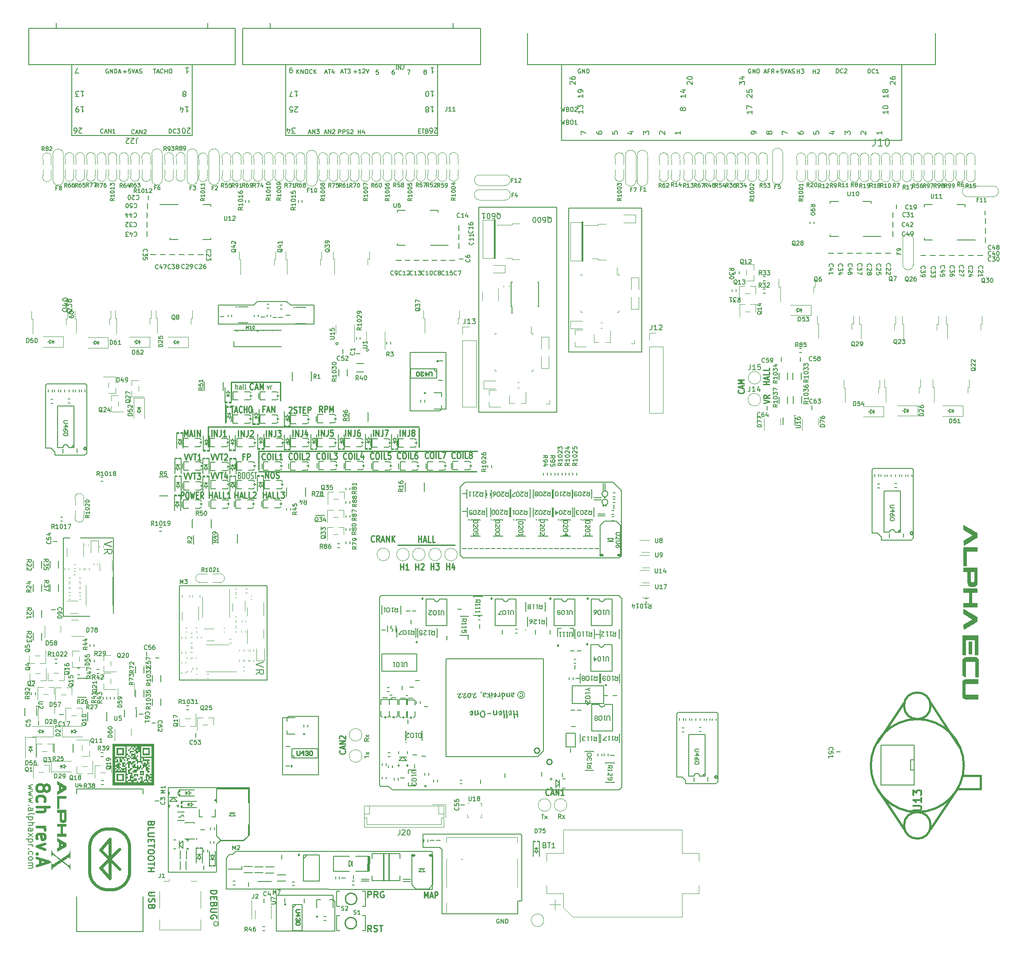
<source format=gto>
G75*
G70*
%OFA0B0*%
%FSLAX25Y25*%
%IPPOS*%
%LPD*%
%AMOC8*
5,1,8,0,0,1.08239X$1,22.5*
%
%ADD100C,0.01969*%
%ADD102C,0.00472*%
%ADD107C,0.00984*%
%ADD108C,0.00669*%
%ADD109C,0.00886*%
%ADD110C,0.00500*%
%ADD111C,0.00591*%
%ADD112C,0.01200*%
%ADD113C,0.00390*%
%ADD114C,0.01000*%
%ADD115C,0.02484*%
%ADD116C,0.01500*%
%ADD144C,0.01968*%
%ADD219C,0.00689*%
%ADD275C,0.00650*%
%ADD295C,0.00394*%
%ADD95C,0.00787*%
%ADD97C,0.01575*%
%ADD98C,0.00800*%
%ADD99C,0.01181*%
X0000000Y0000000D02*
%LPD*%
G01*
D107*
X0138583Y0366102D02*
X0138583Y0380866D01*
X0155709Y0414606D02*
X0192717Y0414606D01*
X0176575Y0347402D02*
X0340433Y0347402D01*
X0192717Y0414606D02*
X0192717Y0400827D01*
X0176575Y0348583D02*
X0176575Y0362953D01*
X0151575Y0398071D02*
X0151575Y0383898D01*
X0324094Y0291929D02*
X0281260Y0291929D01*
X0138583Y0380866D02*
X0297283Y0380866D01*
X0177244Y0362795D02*
X0341102Y0362795D01*
X0155709Y0401220D02*
X0155709Y0414606D01*
X0297165Y0380157D02*
X0297165Y0365591D01*
X0241372Y0137248D02*
X0241597Y0137060D01*
X0241822Y0136498D01*
X0241822Y0136123D01*
X0241597Y0135561D01*
X0241147Y0135186D01*
X0240697Y0134998D01*
X0239798Y0134811D01*
X0239123Y0134811D01*
X0238223Y0134998D01*
X0237773Y0135186D01*
X0237323Y0135561D01*
X0237098Y0136123D01*
X0237098Y0136498D01*
X0237323Y0137060D01*
X0237548Y0137248D01*
X0240472Y0138748D02*
X0240472Y0140622D01*
X0241822Y0138373D02*
X0237098Y0139685D01*
X0241822Y0140997D01*
X0241822Y0142310D02*
X0237098Y0142310D01*
X0241822Y0144559D01*
X0237098Y0144559D01*
X0237548Y0146247D02*
X0237323Y0146434D01*
X0237098Y0146809D01*
X0237098Y0147747D01*
X0237323Y0148121D01*
X0237548Y0148309D01*
X0237998Y0148496D01*
X0238448Y0148496D01*
X0239123Y0148309D01*
X0241822Y0146059D01*
X0241822Y0148496D01*
D108*
X0611258Y0647394D02*
X0611258Y0650544D01*
X0612008Y0650544D01*
X0612458Y0650394D01*
X0612758Y0650094D01*
X0612908Y0649794D01*
X0613058Y0649194D01*
X0613058Y0648744D01*
X0612908Y0648144D01*
X0612758Y0647844D01*
X0612458Y0647544D01*
X0612008Y0647394D01*
X0611258Y0647394D01*
X0616207Y0647694D02*
X0616057Y0647544D01*
X0615607Y0647394D01*
X0615307Y0647394D01*
X0614858Y0647544D01*
X0614558Y0647844D01*
X0614408Y0648144D01*
X0614258Y0648744D01*
X0614258Y0649194D01*
X0614408Y0649794D01*
X0614558Y0650094D01*
X0614858Y0650394D01*
X0615307Y0650544D01*
X0615607Y0650544D01*
X0616057Y0650394D01*
X0616207Y0650244D01*
X0617407Y0650244D02*
X0617557Y0650394D01*
X0617857Y0650544D01*
X0618607Y0650544D01*
X0618907Y0650394D01*
X0619057Y0650244D01*
X0619207Y0649944D01*
X0619207Y0649644D01*
X0619057Y0649194D01*
X0617257Y0647394D01*
X0619207Y0647394D01*
X0288517Y0649559D02*
X0290617Y0649559D01*
X0289267Y0646410D01*
X0546813Y0650197D02*
X0546513Y0650347D01*
X0546063Y0650347D01*
X0545613Y0650197D01*
X0545313Y0649897D01*
X0545163Y0649597D01*
X0545013Y0648997D01*
X0545013Y0648547D01*
X0545163Y0647947D01*
X0545313Y0647647D01*
X0545613Y0647347D01*
X0546063Y0647197D01*
X0546363Y0647197D01*
X0546813Y0647347D01*
X0546963Y0647497D01*
X0546963Y0648547D01*
X0546363Y0648547D01*
X0548313Y0647197D02*
X0548313Y0650347D01*
X0550112Y0647197D01*
X0550112Y0650347D01*
X0551612Y0647197D02*
X0551612Y0650347D01*
X0552362Y0650347D01*
X0552812Y0650197D01*
X0553112Y0649897D01*
X0553262Y0649597D01*
X0553412Y0648997D01*
X0553412Y0648547D01*
X0553262Y0647947D01*
X0553112Y0647647D01*
X0552812Y0647347D01*
X0552362Y0647197D01*
X0551612Y0647197D01*
X0259334Y0146346D02*
X0257797Y0145270D01*
X0259334Y0144501D02*
X0256106Y0144501D01*
X0256106Y0145731D01*
X0256260Y0146039D01*
X0256414Y0146192D01*
X0256721Y0146346D01*
X0257182Y0146346D01*
X0257490Y0146192D01*
X0257643Y0146039D01*
X0257797Y0145731D01*
X0257797Y0144501D01*
X0259334Y0147422D02*
X0257182Y0149113D01*
X0257182Y0147422D02*
X0259334Y0149113D01*
X0418663Y0650197D02*
X0418363Y0650347D01*
X0417913Y0650347D01*
X0417463Y0650197D01*
X0417163Y0649897D01*
X0417013Y0649597D01*
X0416864Y0648997D01*
X0416864Y0648547D01*
X0417013Y0647947D01*
X0417163Y0647647D01*
X0417463Y0647347D01*
X0417913Y0647197D01*
X0418213Y0647197D01*
X0418663Y0647347D01*
X0418813Y0647497D01*
X0418813Y0648547D01*
X0418213Y0648547D01*
X0420163Y0647197D02*
X0420163Y0650347D01*
X0421963Y0647197D01*
X0421963Y0650347D01*
X0423463Y0647197D02*
X0423463Y0650347D01*
X0424213Y0650347D01*
X0424663Y0650197D01*
X0424963Y0649897D01*
X0425112Y0649597D01*
X0425262Y0648997D01*
X0425262Y0648547D01*
X0425112Y0647947D01*
X0424963Y0647647D01*
X0424663Y0647347D01*
X0424213Y0647197D01*
X0423463Y0647197D01*
D95*
X0182921Y0411907D02*
X0183671Y0409282D01*
X0184421Y0411907D01*
X0185621Y0409282D02*
X0185621Y0411907D01*
X0185621Y0411157D02*
X0185771Y0411532D01*
X0185921Y0411719D01*
X0186220Y0411907D01*
X0186520Y0411907D01*
D107*
X0120594Y0360816D02*
X0121907Y0356091D01*
X0123219Y0360816D01*
X0123969Y0360816D02*
X0125281Y0356091D01*
X0126594Y0360816D01*
X0127343Y0360816D02*
X0129593Y0360816D01*
X0128468Y0356091D02*
X0128468Y0360816D01*
X0132968Y0356091D02*
X0130718Y0356091D01*
X0131843Y0356091D02*
X0131843Y0360816D01*
X0131468Y0360141D01*
X0131093Y0359691D01*
X0130718Y0359466D01*
X0199212Y0395681D02*
X0199399Y0395906D01*
X0199774Y0396130D01*
X0200711Y0396130D01*
X0201086Y0395906D01*
X0201274Y0395681D01*
X0201461Y0395231D01*
X0201461Y0394781D01*
X0201274Y0394106D01*
X0199024Y0391406D01*
X0201461Y0391406D01*
X0202961Y0391631D02*
X0203524Y0391406D01*
X0204461Y0391406D01*
X0204836Y0391631D01*
X0205023Y0391856D01*
X0205211Y0392306D01*
X0205211Y0392756D01*
X0205023Y0393206D01*
X0204836Y0393431D01*
X0204461Y0393656D01*
X0203711Y0393881D01*
X0203336Y0394106D01*
X0203149Y0394331D01*
X0202961Y0394781D01*
X0202961Y0395231D01*
X0203149Y0395681D01*
X0203336Y0395906D01*
X0203711Y0396130D01*
X0204648Y0396130D01*
X0205211Y0395906D01*
X0206336Y0396130D02*
X0208585Y0396130D01*
X0207461Y0391406D02*
X0207461Y0396130D01*
X0209898Y0393881D02*
X0211210Y0393881D01*
X0211773Y0391406D02*
X0209898Y0391406D01*
X0209898Y0396130D01*
X0211773Y0396130D01*
X0213460Y0391406D02*
X0213460Y0396130D01*
X0214960Y0396130D01*
X0215335Y0395906D01*
X0215522Y0395681D01*
X0215710Y0395231D01*
X0215710Y0394556D01*
X0215522Y0394106D01*
X0215335Y0393881D01*
X0214960Y0393656D01*
X0213460Y0393656D01*
X0294559Y0273375D02*
X0294559Y0278099D01*
X0294559Y0275849D02*
X0296809Y0275849D01*
X0296809Y0273375D02*
X0296809Y0278099D01*
X0298496Y0277649D02*
X0298684Y0277874D01*
X0299059Y0278099D01*
X0299996Y0278099D01*
X0300371Y0277874D01*
X0300559Y0277649D01*
X0300746Y0277199D01*
X0300746Y0276749D01*
X0300559Y0276074D01*
X0298309Y0273375D01*
X0300746Y0273375D01*
D108*
X0404162Y0621607D02*
X0404912Y0618457D01*
X0405512Y0620707D01*
X0406112Y0618457D01*
X0406862Y0621607D01*
X0409111Y0620107D02*
X0409561Y0619957D01*
X0409711Y0619807D01*
X0409861Y0619507D01*
X0409861Y0619057D01*
X0409711Y0618757D01*
X0409561Y0618607D01*
X0409261Y0618457D01*
X0408061Y0618457D01*
X0408061Y0621607D01*
X0409111Y0621607D01*
X0409411Y0621457D01*
X0409561Y0621307D01*
X0409711Y0621007D01*
X0409711Y0620707D01*
X0409561Y0620407D01*
X0409411Y0620257D01*
X0409111Y0620107D01*
X0408061Y0620107D01*
X0411811Y0621607D02*
X0412411Y0621607D01*
X0412711Y0621457D01*
X0413011Y0621157D01*
X0413161Y0620557D01*
X0413161Y0619507D01*
X0413011Y0618907D01*
X0412711Y0618607D01*
X0412411Y0618457D01*
X0411811Y0618457D01*
X0411511Y0618607D01*
X0411211Y0618907D01*
X0411061Y0619507D01*
X0411061Y0620557D01*
X0411211Y0621157D01*
X0411511Y0621457D01*
X0411811Y0621607D01*
X0414361Y0621307D02*
X0414511Y0621457D01*
X0414811Y0621607D01*
X0415561Y0621607D01*
X0415861Y0621457D01*
X0416010Y0621307D01*
X0416160Y0621007D01*
X0416160Y0620707D01*
X0416010Y0620257D01*
X0414211Y0618457D01*
X0416160Y0618457D01*
D107*
X0140555Y0346634D02*
X0141867Y0341910D01*
X0143180Y0346634D01*
X0143930Y0346634D02*
X0145242Y0341910D01*
X0146554Y0346634D01*
X0147304Y0346634D02*
X0149554Y0346634D01*
X0148429Y0341910D02*
X0148429Y0346634D01*
X0152553Y0345060D02*
X0152553Y0341910D01*
X0151616Y0346859D02*
X0150679Y0343485D01*
X0153116Y0343485D01*
D95*
X0159243Y0409282D02*
X0159243Y0413219D01*
X0160592Y0409282D02*
X0160592Y0411344D01*
X0160442Y0411719D01*
X0160142Y0411907D01*
X0159693Y0411907D01*
X0159393Y0411719D01*
X0159243Y0411532D01*
X0163442Y0409282D02*
X0163442Y0411344D01*
X0163292Y0411719D01*
X0162992Y0411907D01*
X0162392Y0411907D01*
X0162092Y0411719D01*
X0163442Y0409469D02*
X0163142Y0409282D01*
X0162392Y0409282D01*
X0162092Y0409469D01*
X0161942Y0409844D01*
X0161942Y0410219D01*
X0162092Y0410594D01*
X0162392Y0410782D01*
X0163142Y0410782D01*
X0163442Y0410969D01*
X0165392Y0409282D02*
X0165092Y0409469D01*
X0164942Y0409844D01*
X0164942Y0413219D01*
X0167042Y0409282D02*
X0166742Y0409469D01*
X0166592Y0409844D01*
X0166592Y0413219D01*
D107*
X0139173Y0327351D02*
X0139173Y0332075D01*
X0139173Y0329826D02*
X0141423Y0329826D01*
X0141423Y0327351D02*
X0141423Y0332075D01*
X0143110Y0328701D02*
X0144985Y0328701D01*
X0142735Y0327351D02*
X0144048Y0332075D01*
X0145360Y0327351D01*
X0148547Y0327351D02*
X0146672Y0327351D01*
X0146672Y0332075D01*
X0151734Y0327351D02*
X0149859Y0327351D01*
X0149859Y0332075D01*
X0155109Y0327351D02*
X0152859Y0327351D01*
X0153984Y0327351D02*
X0153984Y0332075D01*
X0153609Y0331400D01*
X0153234Y0330951D01*
X0152859Y0330726D01*
D108*
X0581812Y0647123D02*
X0581812Y0650272D01*
X0581812Y0648772D02*
X0583612Y0648772D01*
X0583612Y0647123D02*
X0583612Y0650272D01*
X0584812Y0650272D02*
X0586762Y0650272D01*
X0585712Y0649072D01*
X0586162Y0649072D01*
X0586462Y0648922D01*
X0586612Y0648772D01*
X0586762Y0648472D01*
X0586762Y0647723D01*
X0586612Y0647423D01*
X0586462Y0647273D01*
X0586162Y0647123D01*
X0585262Y0647123D01*
X0584962Y0647273D01*
X0584812Y0647423D01*
D107*
X0182162Y0373611D02*
X0182162Y0378335D01*
X0184036Y0373611D02*
X0184036Y0378335D01*
X0186286Y0373611D01*
X0186286Y0378335D01*
X0189286Y0378335D02*
X0189286Y0374961D01*
X0189098Y0374286D01*
X0188723Y0373836D01*
X0188161Y0373611D01*
X0187786Y0373611D01*
X0190786Y0378335D02*
X0193223Y0378335D01*
X0191910Y0376535D01*
X0192473Y0376535D01*
X0192848Y0376310D01*
X0193035Y0376085D01*
X0193223Y0375636D01*
X0193223Y0374511D01*
X0193035Y0374061D01*
X0192848Y0373836D01*
X0192473Y0373611D01*
X0191348Y0373611D01*
X0190973Y0373836D01*
X0190786Y0374061D01*
X0224343Y0391997D02*
X0223031Y0394246D01*
X0222093Y0391997D02*
X0222093Y0396721D01*
X0223593Y0396721D01*
X0223968Y0396496D01*
X0224155Y0396271D01*
X0224343Y0395821D01*
X0224343Y0395146D01*
X0224155Y0394696D01*
X0223968Y0394471D01*
X0223593Y0394246D01*
X0222093Y0394246D01*
X0226030Y0391997D02*
X0226030Y0396721D01*
X0227530Y0396721D01*
X0227905Y0396496D01*
X0228092Y0396271D01*
X0228280Y0395821D01*
X0228280Y0395146D01*
X0228092Y0394696D01*
X0227905Y0394471D01*
X0227530Y0394246D01*
X0226030Y0394246D01*
X0229967Y0391997D02*
X0229967Y0396721D01*
X0231280Y0393346D01*
X0232592Y0396721D01*
X0232592Y0391997D01*
X0141020Y0373808D02*
X0141020Y0378532D01*
X0142895Y0373808D02*
X0142895Y0378532D01*
X0145144Y0373808D01*
X0145144Y0378532D01*
X0148144Y0378532D02*
X0148144Y0375157D01*
X0147957Y0374483D01*
X0147582Y0374033D01*
X0147019Y0373808D01*
X0146644Y0373808D01*
X0152081Y0373808D02*
X0149831Y0373808D01*
X0150956Y0373808D02*
X0150956Y0378532D01*
X0150581Y0377857D01*
X0150206Y0377407D01*
X0149831Y0377182D01*
D108*
X0059468Y0602418D02*
X0059318Y0602268D01*
X0058868Y0602118D01*
X0058568Y0602118D01*
X0058118Y0602268D01*
X0057818Y0602568D01*
X0057668Y0602868D01*
X0057518Y0603468D01*
X0057518Y0603918D01*
X0057668Y0604518D01*
X0057818Y0604818D01*
X0058118Y0605118D01*
X0058568Y0605268D01*
X0058868Y0605268D01*
X0059318Y0605118D01*
X0059468Y0604968D01*
X0060667Y0603018D02*
X0062167Y0603018D01*
X0060367Y0602118D02*
X0061417Y0605268D01*
X0062467Y0602118D01*
X0063517Y0602118D02*
X0063517Y0605268D01*
X0065317Y0602118D01*
X0065317Y0605268D01*
X0068466Y0602118D02*
X0066667Y0602118D01*
X0067567Y0602118D02*
X0067567Y0605268D01*
X0067267Y0604818D01*
X0066967Y0604518D01*
X0066667Y0604368D01*
D107*
X0120201Y0346249D02*
X0121513Y0341524D01*
X0122825Y0346249D01*
X0123575Y0346249D02*
X0124888Y0341524D01*
X0126200Y0346249D01*
X0126950Y0346249D02*
X0129199Y0346249D01*
X0128075Y0341524D02*
X0128075Y0346249D01*
X0130137Y0346249D02*
X0132574Y0346249D01*
X0131262Y0344449D01*
X0131824Y0344449D01*
X0132199Y0344224D01*
X0132387Y0343999D01*
X0132574Y0343549D01*
X0132574Y0342424D01*
X0132387Y0341974D01*
X0132199Y0341749D01*
X0131824Y0341524D01*
X0130699Y0341524D01*
X0130324Y0341749D01*
X0130137Y0341974D01*
X0201593Y0356935D02*
X0201406Y0356710D01*
X0200843Y0356485D01*
X0200468Y0356485D01*
X0199906Y0356710D01*
X0199531Y0357160D01*
X0199343Y0357610D01*
X0199156Y0358510D01*
X0199156Y0359184D01*
X0199343Y0360084D01*
X0199531Y0360534D01*
X0199906Y0360984D01*
X0200468Y0361209D01*
X0200843Y0361209D01*
X0201406Y0360984D01*
X0201593Y0360759D01*
X0204030Y0361209D02*
X0204780Y0361209D01*
X0205155Y0360984D01*
X0205530Y0360534D01*
X0205718Y0359634D01*
X0205718Y0358060D01*
X0205530Y0357160D01*
X0205155Y0356710D01*
X0204780Y0356485D01*
X0204030Y0356485D01*
X0203655Y0356710D01*
X0203280Y0357160D01*
X0203093Y0358060D01*
X0203093Y0359634D01*
X0203280Y0360534D01*
X0203655Y0360984D01*
X0204030Y0361209D01*
X0207405Y0356485D02*
X0207405Y0361209D01*
X0211154Y0356485D02*
X0209280Y0356485D01*
X0209280Y0361209D01*
X0212279Y0360759D02*
X0212467Y0360984D01*
X0212842Y0361209D01*
X0213779Y0361209D01*
X0214154Y0360984D01*
X0214342Y0360759D01*
X0214529Y0360309D01*
X0214529Y0359859D01*
X0214342Y0359184D01*
X0212092Y0356485D01*
X0214529Y0356485D01*
D108*
X0296944Y0603768D02*
X0297994Y0603768D01*
X0298444Y0602118D02*
X0296944Y0602118D01*
X0296944Y0605268D01*
X0298444Y0605268D01*
X0299344Y0605268D02*
X0301144Y0605268D01*
X0300244Y0602118D02*
X0300244Y0605268D01*
X0303243Y0603768D02*
X0303693Y0603618D01*
X0303843Y0603468D01*
X0303993Y0603168D01*
X0303993Y0602718D01*
X0303843Y0602418D01*
X0303693Y0602268D01*
X0303393Y0602118D01*
X0302193Y0602118D01*
X0302193Y0605268D01*
X0303243Y0605268D01*
X0303543Y0605118D01*
X0303693Y0604968D01*
X0303843Y0604668D01*
X0303843Y0604368D01*
X0303693Y0604068D01*
X0303543Y0603918D01*
X0303243Y0603768D01*
X0302193Y0603768D01*
X0389346Y0089091D02*
X0391190Y0089091D01*
X0390268Y0085862D02*
X0390268Y0089091D01*
X0391959Y0085862D02*
X0393650Y0088015D01*
X0391959Y0088015D02*
X0393650Y0085862D01*
X0251340Y0601528D02*
X0251340Y0604678D01*
X0251340Y0603178D02*
X0253140Y0603178D01*
X0253140Y0601528D02*
X0253140Y0604678D01*
X0255990Y0603628D02*
X0255990Y0601528D01*
X0255240Y0604828D02*
X0254490Y0602578D01*
X0256440Y0602578D01*
D107*
X0263532Y0294888D02*
X0263345Y0294663D01*
X0262782Y0294438D01*
X0262407Y0294438D01*
X0261845Y0294663D01*
X0261470Y0295112D01*
X0261282Y0295562D01*
X0261095Y0296462D01*
X0261095Y0297137D01*
X0261282Y0298037D01*
X0261470Y0298487D01*
X0261845Y0298937D01*
X0262407Y0299162D01*
X0262782Y0299162D01*
X0263345Y0298937D01*
X0263532Y0298712D01*
X0267469Y0294438D02*
X0266157Y0296687D01*
X0265219Y0294438D02*
X0265219Y0299162D01*
X0266719Y0299162D01*
X0267094Y0298937D01*
X0267282Y0298712D01*
X0267469Y0298262D01*
X0267469Y0297587D01*
X0267282Y0297137D01*
X0267094Y0296912D01*
X0266719Y0296687D01*
X0265219Y0296687D01*
X0268969Y0295787D02*
X0270844Y0295787D01*
X0268594Y0294438D02*
X0269906Y0299162D01*
X0271219Y0294438D01*
X0272531Y0294438D02*
X0272531Y0299162D01*
X0274781Y0294438D01*
X0274781Y0299162D01*
X0276655Y0294438D02*
X0276655Y0299162D01*
X0278905Y0294438D02*
X0277218Y0297137D01*
X0278905Y0299162D02*
X0276655Y0296462D01*
D108*
X0063180Y0650197D02*
X0062880Y0650347D01*
X0062430Y0650347D01*
X0061980Y0650197D01*
X0061680Y0649897D01*
X0061530Y0649597D01*
X0061380Y0648997D01*
X0061380Y0648547D01*
X0061530Y0647947D01*
X0061680Y0647647D01*
X0061980Y0647347D01*
X0062430Y0647197D01*
X0062730Y0647197D01*
X0063180Y0647347D01*
X0063330Y0647497D01*
X0063330Y0648547D01*
X0062730Y0648547D01*
X0064679Y0647197D02*
X0064679Y0650347D01*
X0066479Y0647197D01*
X0066479Y0650347D01*
X0067979Y0647197D02*
X0067979Y0650347D01*
X0068729Y0650347D01*
X0069179Y0650197D01*
X0069479Y0649897D01*
X0069629Y0649597D01*
X0069779Y0648997D01*
X0069779Y0648547D01*
X0069629Y0647947D01*
X0069479Y0647647D01*
X0069179Y0647347D01*
X0068729Y0647197D01*
X0067979Y0647197D01*
X0070979Y0648097D02*
X0072478Y0648097D01*
X0070679Y0647197D02*
X0071729Y0650347D01*
X0072778Y0647197D01*
D100*
X0014951Y0109838D02*
X0015420Y0110700D01*
X0015889Y0111131D01*
X0016826Y0111563D01*
X0017295Y0111563D01*
X0018232Y0111131D01*
X0018701Y0110700D01*
X0019169Y0109838D01*
X0019169Y0108113D01*
X0018701Y0107251D01*
X0018232Y0106819D01*
X0017295Y0106388D01*
X0016826Y0106388D01*
X0015889Y0106819D01*
X0015420Y0107251D01*
X0014951Y0108113D01*
X0014951Y0109838D01*
X0014483Y0110700D01*
X0014014Y0111131D01*
X0013076Y0111563D01*
X0011202Y0111563D01*
X0010264Y0111131D01*
X0009796Y0110700D01*
X0009327Y0109838D01*
X0009327Y0108113D01*
X0009796Y0107251D01*
X0010264Y0106819D01*
X0011202Y0106388D01*
X0013076Y0106388D01*
X0014014Y0106819D01*
X0014483Y0107251D01*
X0014951Y0108113D01*
X0009796Y0098627D02*
X0009327Y0099489D01*
X0009327Y0101214D01*
X0009796Y0102076D01*
X0010264Y0102508D01*
X0011202Y0102939D01*
X0014014Y0102939D01*
X0014951Y0102508D01*
X0015420Y0102076D01*
X0015889Y0101214D01*
X0015889Y0099489D01*
X0015420Y0098627D01*
X0009327Y0094746D02*
X0019169Y0094746D01*
X0009327Y0090865D02*
X0014483Y0090865D01*
X0015420Y0091296D01*
X0015889Y0092159D01*
X0015889Y0093452D01*
X0015420Y0094315D01*
X0014951Y0094746D01*
X0009327Y0079654D02*
X0015889Y0079654D01*
X0014014Y0079654D02*
X0014951Y0079223D01*
X0015420Y0078792D01*
X0015889Y0077929D01*
X0015889Y0077067D01*
X0009796Y0070599D02*
X0009327Y0071461D01*
X0009327Y0073186D01*
X0009796Y0074049D01*
X0010733Y0074480D01*
X0014483Y0074480D01*
X0015420Y0074049D01*
X0015889Y0073186D01*
X0015889Y0071461D01*
X0015420Y0070599D01*
X0014483Y0070168D01*
X0013545Y0070168D01*
X0012608Y0074480D01*
X0015889Y0067149D02*
X0009327Y0064993D01*
X0015889Y0062837D01*
X0010264Y0059388D02*
X0009796Y0058957D01*
X0009327Y0059388D01*
X0009796Y0059819D01*
X0010264Y0059388D01*
X0009327Y0059388D01*
X0012139Y0055507D02*
X0012139Y0051195D01*
X0009327Y0056370D02*
X0019169Y0053351D01*
X0009327Y0050333D01*
D107*
X0317788Y0273493D02*
X0317788Y0278217D01*
X0317788Y0275967D02*
X0320037Y0275967D01*
X0320037Y0273493D02*
X0320037Y0278217D01*
X0323600Y0276642D02*
X0323600Y0273493D01*
X0322662Y0278442D02*
X0321725Y0275067D01*
X0324162Y0275067D01*
X0165738Y0358534D02*
X0164425Y0358534D01*
X0164425Y0356059D02*
X0164425Y0360784D01*
X0166300Y0360784D01*
X0167800Y0356059D02*
X0167800Y0360784D01*
X0169300Y0360784D01*
X0169675Y0360559D01*
X0169862Y0360334D01*
X0170050Y0359884D01*
X0170050Y0359209D01*
X0169862Y0358759D01*
X0169675Y0358534D01*
X0169300Y0358309D01*
X0167800Y0358309D01*
X0262979Y0357289D02*
X0262792Y0357064D01*
X0262229Y0356839D01*
X0261854Y0356839D01*
X0261292Y0357064D01*
X0260917Y0357514D01*
X0260729Y0357964D01*
X0260542Y0358864D01*
X0260542Y0359539D01*
X0260729Y0360439D01*
X0260917Y0360889D01*
X0261292Y0361339D01*
X0261854Y0361564D01*
X0262229Y0361564D01*
X0262792Y0361339D01*
X0262979Y0361114D01*
X0265416Y0361564D02*
X0266166Y0361564D01*
X0266541Y0361339D01*
X0266916Y0360889D01*
X0267103Y0359989D01*
X0267103Y0358414D01*
X0266916Y0357514D01*
X0266541Y0357064D01*
X0266166Y0356839D01*
X0265416Y0356839D01*
X0265041Y0357064D01*
X0264666Y0357514D01*
X0264479Y0358414D01*
X0264479Y0359989D01*
X0264666Y0360889D01*
X0265041Y0361339D01*
X0265416Y0361564D01*
X0268791Y0356839D02*
X0268791Y0361564D01*
X0272540Y0356839D02*
X0270666Y0356839D01*
X0270666Y0361564D01*
X0275727Y0361564D02*
X0273853Y0361564D01*
X0273665Y0359314D01*
X0273853Y0359539D01*
X0274228Y0359764D01*
X0275165Y0359764D01*
X0275540Y0359539D01*
X0275727Y0359314D01*
X0275915Y0358864D01*
X0275915Y0357739D01*
X0275727Y0357289D01*
X0275540Y0357064D01*
X0275165Y0356839D01*
X0274228Y0356839D01*
X0273853Y0357064D01*
X0273665Y0357289D01*
X0172282Y0409573D02*
X0172094Y0409348D01*
X0171532Y0409123D01*
X0171157Y0409123D01*
X0170594Y0409348D01*
X0170219Y0409798D01*
X0170032Y0410247D01*
X0169844Y0411147D01*
X0169844Y0411822D01*
X0170032Y0412722D01*
X0170219Y0413172D01*
X0170594Y0413622D01*
X0171157Y0413847D01*
X0171532Y0413847D01*
X0172094Y0413622D01*
X0172282Y0413397D01*
X0173781Y0410472D02*
X0175656Y0410472D01*
X0173406Y0409123D02*
X0174719Y0413847D01*
X0176031Y0409123D01*
X0177343Y0409123D02*
X0177343Y0413847D01*
X0178656Y0410472D01*
X0179968Y0413847D01*
X0179968Y0409123D01*
D108*
X0301472Y0648210D02*
X0301172Y0648360D01*
X0301022Y0648510D01*
X0300872Y0648810D01*
X0300872Y0648960D01*
X0301022Y0649259D01*
X0301172Y0649409D01*
X0301472Y0649559D01*
X0302072Y0649559D01*
X0302372Y0649409D01*
X0302522Y0649259D01*
X0302672Y0648960D01*
X0302672Y0648810D01*
X0302522Y0648510D01*
X0302372Y0648360D01*
X0302072Y0648210D01*
X0301472Y0648210D01*
X0301172Y0648060D01*
X0301022Y0647910D01*
X0300872Y0647610D01*
X0300872Y0647010D01*
X0301022Y0646710D01*
X0301172Y0646560D01*
X0301472Y0646410D01*
X0302072Y0646410D01*
X0302372Y0646560D01*
X0302522Y0646710D01*
X0302672Y0647010D01*
X0302672Y0647610D01*
X0302522Y0647910D01*
X0302372Y0648060D01*
X0302072Y0648210D01*
D107*
X0158465Y0327351D02*
X0158465Y0332075D01*
X0158465Y0329826D02*
X0160714Y0329826D01*
X0160714Y0327351D02*
X0160714Y0332075D01*
X0162402Y0328701D02*
X0164276Y0328701D01*
X0162027Y0327351D02*
X0163339Y0332075D01*
X0164651Y0327351D01*
X0167838Y0327351D02*
X0165964Y0327351D01*
X0165964Y0332075D01*
X0171025Y0327351D02*
X0169151Y0327351D01*
X0169151Y0332075D01*
X0172150Y0331625D02*
X0172338Y0331850D01*
X0172713Y0332075D01*
X0173650Y0332075D01*
X0174025Y0331850D01*
X0174213Y0331625D01*
X0174400Y0331175D01*
X0174400Y0330726D01*
X0174213Y0330051D01*
X0171963Y0327351D01*
X0174400Y0327351D01*
D108*
X0236530Y0601528D02*
X0236530Y0604678D01*
X0237730Y0604678D01*
X0238030Y0604528D01*
X0238180Y0604378D01*
X0238330Y0604078D01*
X0238330Y0603628D01*
X0238180Y0603328D01*
X0238030Y0603178D01*
X0237730Y0603028D01*
X0236530Y0603028D01*
X0239679Y0601528D02*
X0239679Y0604678D01*
X0240879Y0604678D01*
X0241179Y0604528D01*
X0241329Y0604378D01*
X0241479Y0604078D01*
X0241479Y0603628D01*
X0241329Y0603328D01*
X0241179Y0603178D01*
X0240879Y0603028D01*
X0239679Y0603028D01*
X0242679Y0601678D02*
X0243129Y0601528D01*
X0243879Y0601528D01*
X0244179Y0601678D01*
X0244329Y0601828D01*
X0244479Y0602128D01*
X0244479Y0602428D01*
X0244329Y0602728D01*
X0244179Y0602878D01*
X0243879Y0603028D01*
X0243279Y0603178D01*
X0242979Y0603328D01*
X0242829Y0603478D01*
X0242679Y0603778D01*
X0242679Y0604078D01*
X0242829Y0604378D01*
X0242979Y0604528D01*
X0243279Y0604678D01*
X0244029Y0604678D01*
X0244479Y0604528D01*
X0245679Y0604378D02*
X0245829Y0604528D01*
X0246129Y0604678D01*
X0246879Y0604678D01*
X0247178Y0604528D01*
X0247328Y0604378D01*
X0247478Y0604078D01*
X0247478Y0603778D01*
X0247328Y0603328D01*
X0245529Y0601528D01*
X0247478Y0601528D01*
D107*
X0560877Y0412898D02*
X0556153Y0412898D01*
X0558403Y0412898D02*
X0558403Y0415148D01*
X0560877Y0415148D02*
X0556153Y0415148D01*
X0559528Y0416835D02*
X0559528Y0418710D01*
X0560877Y0416461D02*
X0556153Y0417773D01*
X0560877Y0419085D01*
X0560877Y0422272D02*
X0560877Y0420398D01*
X0556153Y0420398D01*
X0560877Y0425459D02*
X0560877Y0423585D01*
X0556153Y0423585D01*
D108*
X0247994Y0648397D02*
X0250394Y0648397D01*
X0249194Y0647197D02*
X0249194Y0649597D01*
X0253543Y0647197D02*
X0251744Y0647197D01*
X0252643Y0647197D02*
X0252643Y0650347D01*
X0252343Y0649897D01*
X0252043Y0649597D01*
X0251744Y0649447D01*
X0254743Y0650047D02*
X0254893Y0650197D01*
X0255193Y0650347D01*
X0255943Y0650347D01*
X0256243Y0650197D01*
X0256393Y0650047D01*
X0256543Y0649747D01*
X0256543Y0649447D01*
X0256393Y0648997D01*
X0254593Y0647197D01*
X0256543Y0647197D01*
X0257443Y0650347D02*
X0258493Y0647197D01*
X0259543Y0650347D01*
D107*
X0179724Y0327390D02*
X0179724Y0332115D01*
X0179724Y0329865D02*
X0181974Y0329865D01*
X0181974Y0327390D02*
X0181974Y0332115D01*
X0183661Y0328740D02*
X0185536Y0328740D01*
X0183286Y0327390D02*
X0184599Y0332115D01*
X0185911Y0327390D01*
X0189098Y0327390D02*
X0187223Y0327390D01*
X0187223Y0332115D01*
X0192285Y0327390D02*
X0190411Y0327390D01*
X0190411Y0332115D01*
X0193223Y0332115D02*
X0195660Y0332115D01*
X0194348Y0330315D01*
X0194910Y0330315D01*
X0195285Y0330090D01*
X0195472Y0329865D01*
X0195660Y0329415D01*
X0195660Y0328290D01*
X0195472Y0327840D01*
X0195285Y0327615D01*
X0194910Y0327390D01*
X0193785Y0327390D01*
X0193410Y0327615D01*
X0193223Y0327840D01*
X0283207Y0357486D02*
X0283020Y0357261D01*
X0282457Y0357036D01*
X0282082Y0357036D01*
X0281520Y0357261D01*
X0281145Y0357711D01*
X0280958Y0358161D01*
X0280770Y0359061D01*
X0280770Y0359736D01*
X0280958Y0360636D01*
X0281145Y0361085D01*
X0281520Y0361535D01*
X0282082Y0361760D01*
X0282457Y0361760D01*
X0283020Y0361535D01*
X0283207Y0361310D01*
X0285645Y0361760D02*
X0286394Y0361760D01*
X0286769Y0361535D01*
X0287144Y0361085D01*
X0287332Y0360186D01*
X0287332Y0358611D01*
X0287144Y0357711D01*
X0286769Y0357261D01*
X0286394Y0357036D01*
X0285645Y0357036D01*
X0285270Y0357261D01*
X0284895Y0357711D01*
X0284707Y0358611D01*
X0284707Y0360186D01*
X0284895Y0361085D01*
X0285270Y0361535D01*
X0285645Y0361760D01*
X0289019Y0357036D02*
X0289019Y0361760D01*
X0292769Y0357036D02*
X0290894Y0357036D01*
X0290894Y0361760D01*
X0295768Y0361760D02*
X0295018Y0361760D01*
X0294643Y0361535D01*
X0294456Y0361310D01*
X0294081Y0360636D01*
X0293894Y0359736D01*
X0293894Y0357936D01*
X0294081Y0357486D01*
X0294268Y0357261D01*
X0294643Y0357036D01*
X0295393Y0357036D01*
X0295768Y0357261D01*
X0295956Y0357486D01*
X0296143Y0357936D01*
X0296143Y0359061D01*
X0295956Y0359511D01*
X0295768Y0359736D01*
X0295393Y0359961D01*
X0294643Y0359961D01*
X0294268Y0359736D01*
X0294081Y0359511D01*
X0293894Y0359061D01*
D108*
X0357383Y0010276D02*
X0357075Y0010429D01*
X0356614Y0010429D01*
X0356153Y0010276D01*
X0355846Y0009968D01*
X0355692Y0009661D01*
X0355538Y0009046D01*
X0355538Y0008585D01*
X0355692Y0007970D01*
X0355846Y0007662D01*
X0356153Y0007355D01*
X0356614Y0007201D01*
X0356922Y0007201D01*
X0357383Y0007355D01*
X0357537Y0007508D01*
X0357537Y0008585D01*
X0356922Y0008585D01*
X0358920Y0007201D02*
X0358920Y0010429D01*
X0360765Y0007201D01*
X0360765Y0010429D01*
X0362302Y0007201D02*
X0362302Y0010429D01*
X0363071Y0010429D01*
X0363532Y0010276D01*
X0363840Y0009968D01*
X0363993Y0009661D01*
X0364147Y0009046D01*
X0364147Y0008585D01*
X0363993Y0007970D01*
X0363840Y0007662D01*
X0363532Y0007355D01*
X0363071Y0007201D01*
X0362302Y0007201D01*
X0635077Y0647197D02*
X0635077Y0650347D01*
X0635827Y0650347D01*
X0636277Y0650197D01*
X0636577Y0649897D01*
X0636727Y0649597D01*
X0636877Y0648997D01*
X0636877Y0648547D01*
X0636727Y0647947D01*
X0636577Y0647647D01*
X0636277Y0647347D01*
X0635827Y0647197D01*
X0635077Y0647197D01*
X0640026Y0647497D02*
X0639876Y0647347D01*
X0639426Y0647197D01*
X0639126Y0647197D01*
X0638676Y0647347D01*
X0638376Y0647647D01*
X0638226Y0647947D01*
X0638076Y0648547D01*
X0638076Y0648997D01*
X0638226Y0649597D01*
X0638376Y0649897D01*
X0638676Y0650197D01*
X0639126Y0650347D01*
X0639426Y0650347D01*
X0639876Y0650197D01*
X0640026Y0650047D01*
X0643026Y0647197D02*
X0641226Y0647197D01*
X0642126Y0647197D02*
X0642126Y0650347D01*
X0641826Y0649897D01*
X0641526Y0649597D01*
X0641226Y0649447D01*
D107*
X0202240Y0373808D02*
X0202240Y0378532D01*
X0204115Y0373808D02*
X0204115Y0378532D01*
X0206365Y0373808D01*
X0206365Y0378532D01*
X0209364Y0378532D02*
X0209364Y0375157D01*
X0209177Y0374483D01*
X0208802Y0374033D01*
X0208240Y0373808D01*
X0207865Y0373808D01*
X0212927Y0376957D02*
X0212927Y0373808D01*
X0211989Y0378757D02*
X0211052Y0375382D01*
X0213489Y0375382D01*
X0283142Y0273217D02*
X0283142Y0277942D01*
X0283142Y0275692D02*
X0285392Y0275692D01*
X0285392Y0273217D02*
X0285392Y0277942D01*
X0289329Y0273217D02*
X0287079Y0273217D01*
X0288204Y0273217D02*
X0288204Y0277942D01*
X0287829Y0277267D01*
X0287454Y0276817D01*
X0287079Y0276592D01*
D108*
X0593647Y0647038D02*
X0593647Y0650188D01*
X0593647Y0648688D02*
X0595446Y0648688D01*
X0595446Y0647038D02*
X0595446Y0650188D01*
X0596796Y0649888D02*
X0596946Y0650038D01*
X0597246Y0650188D01*
X0597996Y0650188D01*
X0598296Y0650038D01*
X0598446Y0649888D01*
X0598596Y0649588D01*
X0598596Y0649288D01*
X0598446Y0648838D01*
X0596646Y0647038D01*
X0598596Y0647038D01*
D107*
X0258566Y0026642D02*
X0258566Y0031367D01*
X0260366Y0031367D01*
X0260816Y0031142D01*
X0261040Y0030917D01*
X0261265Y0030467D01*
X0261265Y0029792D01*
X0261040Y0029342D01*
X0260816Y0029117D01*
X0260366Y0028892D01*
X0258566Y0028892D01*
X0265990Y0026642D02*
X0264415Y0028892D01*
X0263290Y0026642D02*
X0263290Y0031367D01*
X0265090Y0031367D01*
X0265540Y0031142D01*
X0265765Y0030917D01*
X0265990Y0030467D01*
X0265990Y0029792D01*
X0265765Y0029342D01*
X0265540Y0029117D01*
X0265090Y0028892D01*
X0263290Y0028892D01*
X0270489Y0031142D02*
X0270039Y0031367D01*
X0269364Y0031367D01*
X0268690Y0031142D01*
X0268240Y0030692D01*
X0268015Y0030242D01*
X0267790Y0029342D01*
X0267790Y0028667D01*
X0268015Y0027767D01*
X0268240Y0027317D01*
X0268690Y0026867D01*
X0269364Y0026642D01*
X0269814Y0026642D01*
X0270489Y0026867D01*
X0270714Y0027092D01*
X0270714Y0028667D01*
X0269814Y0028667D01*
D108*
X0074597Y0648397D02*
X0076997Y0648397D01*
X0075797Y0647197D02*
X0075797Y0649597D01*
X0079996Y0650347D02*
X0078496Y0650347D01*
X0078346Y0648847D01*
X0078496Y0648997D01*
X0078796Y0649147D01*
X0079546Y0649147D01*
X0079846Y0648997D01*
X0079996Y0648847D01*
X0080146Y0648547D01*
X0080146Y0647797D01*
X0079996Y0647497D01*
X0079846Y0647347D01*
X0079546Y0647197D01*
X0078796Y0647197D01*
X0078496Y0647347D01*
X0078346Y0647497D01*
X0081046Y0650347D02*
X0082096Y0647197D01*
X0083146Y0650347D01*
X0084046Y0648097D02*
X0085546Y0648097D01*
X0083746Y0647197D02*
X0084796Y0650347D01*
X0085846Y0647197D01*
X0086745Y0647347D02*
X0087195Y0647197D01*
X0087945Y0647197D01*
X0088245Y0647347D01*
X0088395Y0647497D01*
X0088545Y0647797D01*
X0088545Y0648097D01*
X0088395Y0648397D01*
X0088245Y0648547D01*
X0087945Y0648697D01*
X0087345Y0648847D01*
X0087045Y0648997D01*
X0086895Y0649147D01*
X0086745Y0649447D01*
X0086745Y0649747D01*
X0086895Y0650047D01*
X0087045Y0650197D01*
X0087345Y0650347D01*
X0088095Y0650347D01*
X0088545Y0650197D01*
X0404162Y0611961D02*
X0404912Y0608811D01*
X0405512Y0611061D01*
X0406112Y0608811D01*
X0406862Y0611961D01*
X0409111Y0610461D02*
X0409561Y0610311D01*
X0409711Y0610161D01*
X0409861Y0609861D01*
X0409861Y0609411D01*
X0409711Y0609111D01*
X0409561Y0608961D01*
X0409261Y0608811D01*
X0408061Y0608811D01*
X0408061Y0611961D01*
X0409111Y0611961D01*
X0409411Y0611811D01*
X0409561Y0611661D01*
X0409711Y0611361D01*
X0409711Y0611061D01*
X0409561Y0610761D01*
X0409411Y0610611D01*
X0409111Y0610461D01*
X0408061Y0610461D01*
X0411811Y0611961D02*
X0412411Y0611961D01*
X0412711Y0611811D01*
X0413011Y0611511D01*
X0413161Y0610911D01*
X0413161Y0609861D01*
X0413011Y0609261D01*
X0412711Y0608961D01*
X0412411Y0608811D01*
X0411811Y0608811D01*
X0411511Y0608961D01*
X0411211Y0609261D01*
X0411061Y0609861D01*
X0411061Y0610911D01*
X0411211Y0611511D01*
X0411511Y0611811D01*
X0411811Y0611961D01*
X0416160Y0608811D02*
X0414361Y0608811D01*
X0415261Y0608811D02*
X0415261Y0611961D01*
X0414961Y0611511D01*
X0414661Y0611211D01*
X0414361Y0611061D01*
X0565739Y0648397D02*
X0568138Y0648397D01*
X0566939Y0647197D02*
X0566939Y0649597D01*
X0571138Y0650347D02*
X0569638Y0650347D01*
X0569488Y0648847D01*
X0569638Y0648997D01*
X0569938Y0649147D01*
X0570688Y0649147D01*
X0570988Y0648997D01*
X0571138Y0648847D01*
X0571288Y0648547D01*
X0571288Y0647797D01*
X0571138Y0647497D01*
X0570988Y0647347D01*
X0570688Y0647197D01*
X0569938Y0647197D01*
X0569638Y0647347D01*
X0569488Y0647497D01*
X0572188Y0650347D02*
X0573238Y0647197D01*
X0574288Y0650347D01*
X0575187Y0648097D02*
X0576687Y0648097D01*
X0574888Y0647197D02*
X0575937Y0650347D01*
X0576987Y0647197D01*
X0577887Y0647347D02*
X0578337Y0647197D01*
X0579087Y0647197D01*
X0579387Y0647347D01*
X0579537Y0647497D01*
X0579687Y0647797D01*
X0579687Y0648097D01*
X0579537Y0648397D01*
X0579387Y0648547D01*
X0579087Y0648697D01*
X0578487Y0648847D01*
X0578187Y0648997D01*
X0578037Y0649147D01*
X0577887Y0649447D01*
X0577887Y0649747D01*
X0578037Y0650047D01*
X0578187Y0650197D01*
X0578487Y0650347D01*
X0579237Y0650347D01*
X0579687Y0650197D01*
D107*
X0098256Y0030765D02*
X0094432Y0030765D01*
X0093982Y0030540D01*
X0093757Y0030315D01*
X0093532Y0029865D01*
X0093532Y0028965D01*
X0093757Y0028515D01*
X0093982Y0028290D01*
X0094432Y0028065D01*
X0098256Y0028065D01*
X0093757Y0026040D02*
X0093532Y0025366D01*
X0093532Y0024241D01*
X0093757Y0023791D01*
X0093982Y0023566D01*
X0094432Y0023341D01*
X0094882Y0023341D01*
X0095332Y0023566D01*
X0095557Y0023791D01*
X0095782Y0024241D01*
X0096007Y0025141D01*
X0096232Y0025591D01*
X0096457Y0025816D01*
X0096907Y0026040D01*
X0097357Y0026040D01*
X0097807Y0025816D01*
X0098031Y0025591D01*
X0098256Y0025141D01*
X0098256Y0024016D01*
X0098031Y0023341D01*
X0096007Y0019741D02*
X0095782Y0019066D01*
X0095557Y0018841D01*
X0095107Y0018616D01*
X0094432Y0018616D01*
X0093982Y0018841D01*
X0093757Y0019066D01*
X0093532Y0019516D01*
X0093532Y0021316D01*
X0098256Y0021316D01*
X0098256Y0019741D01*
X0098031Y0019291D01*
X0097807Y0019066D01*
X0097357Y0018841D01*
X0096907Y0018841D01*
X0096457Y0019066D01*
X0096232Y0019291D01*
X0096007Y0019741D01*
X0096007Y0021316D01*
X0180821Y0394471D02*
X0179508Y0394471D01*
X0179508Y0391997D02*
X0179508Y0396721D01*
X0181383Y0396721D01*
X0182696Y0393346D02*
X0184570Y0393346D01*
X0182321Y0391997D02*
X0183633Y0396721D01*
X0184945Y0391997D01*
X0186258Y0391997D02*
X0186258Y0396721D01*
X0188507Y0391997D01*
X0188507Y0396721D01*
X0140186Y0032030D02*
X0144910Y0032030D01*
X0144910Y0030906D01*
X0144685Y0030231D01*
X0144235Y0029781D01*
X0143785Y0029556D01*
X0142885Y0029331D01*
X0142210Y0029331D01*
X0141310Y0029556D01*
X0140861Y0029781D01*
X0140411Y0030231D01*
X0140186Y0030906D01*
X0140186Y0032030D01*
X0142660Y0027306D02*
X0142660Y0025731D01*
X0140186Y0025056D02*
X0140186Y0027306D01*
X0144910Y0027306D01*
X0144910Y0025056D01*
X0142660Y0021457D02*
X0142435Y0020782D01*
X0142210Y0020557D01*
X0141760Y0020332D01*
X0141085Y0020332D01*
X0140636Y0020557D01*
X0140411Y0020782D01*
X0140186Y0021232D01*
X0140186Y0023031D01*
X0144910Y0023031D01*
X0144910Y0021457D01*
X0144685Y0021007D01*
X0144460Y0020782D01*
X0144010Y0020557D01*
X0143560Y0020557D01*
X0143110Y0020782D01*
X0142885Y0021007D01*
X0142660Y0021457D01*
X0142660Y0023031D01*
X0144910Y0018307D02*
X0141085Y0018307D01*
X0140636Y0018082D01*
X0140411Y0017857D01*
X0140186Y0017407D01*
X0140186Y0016507D01*
X0140411Y0016057D01*
X0140636Y0015832D01*
X0141085Y0015607D01*
X0144910Y0015607D01*
X0144685Y0010883D02*
X0144910Y0011333D01*
X0144910Y0012008D01*
X0144685Y0012683D01*
X0144235Y0013133D01*
X0143785Y0013358D01*
X0142885Y0013583D01*
X0142210Y0013583D01*
X0141310Y0013358D01*
X0140861Y0013133D01*
X0140411Y0012683D01*
X0140186Y0012008D01*
X0140186Y0011558D01*
X0140411Y0010883D01*
X0140636Y0010658D01*
X0142210Y0010658D01*
X0142210Y0011558D01*
D108*
X0256342Y0131669D02*
X0256342Y0133513D01*
X0259571Y0132591D02*
X0256342Y0132591D01*
X0259571Y0134282D02*
X0257418Y0135973D01*
X0257418Y0134282D02*
X0259571Y0135973D01*
D107*
X0222507Y0357132D02*
X0222319Y0356907D01*
X0221757Y0356682D01*
X0221382Y0356682D01*
X0220819Y0356907D01*
X0220444Y0357357D01*
X0220257Y0357807D01*
X0220069Y0358706D01*
X0220069Y0359381D01*
X0220257Y0360281D01*
X0220444Y0360731D01*
X0220819Y0361181D01*
X0221382Y0361406D01*
X0221757Y0361406D01*
X0222319Y0361181D01*
X0222507Y0360956D01*
X0224944Y0361406D02*
X0225694Y0361406D01*
X0226069Y0361181D01*
X0226444Y0360731D01*
X0226631Y0359831D01*
X0226631Y0358256D01*
X0226444Y0357357D01*
X0226069Y0356907D01*
X0225694Y0356682D01*
X0224944Y0356682D01*
X0224569Y0356907D01*
X0224194Y0357357D01*
X0224006Y0358256D01*
X0224006Y0359831D01*
X0224194Y0360731D01*
X0224569Y0361181D01*
X0224944Y0361406D01*
X0228318Y0356682D02*
X0228318Y0361406D01*
X0232068Y0356682D02*
X0230193Y0356682D01*
X0230193Y0361406D01*
X0233005Y0361406D02*
X0235442Y0361406D01*
X0234130Y0359606D01*
X0234693Y0359606D01*
X0235067Y0359381D01*
X0235255Y0359156D01*
X0235442Y0358706D01*
X0235442Y0357582D01*
X0235255Y0357132D01*
X0235067Y0356907D01*
X0234693Y0356682D01*
X0233568Y0356682D01*
X0233193Y0356907D01*
X0233005Y0357132D01*
X0120379Y0373808D02*
X0120379Y0378532D01*
X0121691Y0375157D01*
X0123003Y0378532D01*
X0123003Y0373808D01*
X0124691Y0375157D02*
X0126565Y0375157D01*
X0124316Y0373808D02*
X0125628Y0378532D01*
X0126940Y0373808D01*
X0128253Y0373808D02*
X0128253Y0378532D01*
X0130127Y0373808D02*
X0130127Y0378532D01*
X0132377Y0373808D01*
X0132377Y0378532D01*
D108*
X0226472Y0647900D02*
X0227972Y0647900D01*
X0226172Y0647000D02*
X0227222Y0650150D01*
X0228271Y0647000D01*
X0228871Y0650150D02*
X0230671Y0650150D01*
X0229771Y0647000D02*
X0229771Y0650150D01*
X0233071Y0649100D02*
X0233071Y0647000D01*
X0232321Y0650300D02*
X0231571Y0648050D01*
X0233521Y0648050D01*
X0226022Y0602625D02*
X0227522Y0602625D01*
X0225722Y0601725D02*
X0226772Y0604874D01*
X0227822Y0601725D01*
X0228871Y0601725D02*
X0228871Y0604874D01*
X0230671Y0601725D01*
X0230671Y0604874D01*
X0232021Y0604574D02*
X0232171Y0604724D01*
X0232471Y0604874D01*
X0233221Y0604874D01*
X0233521Y0604724D01*
X0233671Y0604574D01*
X0233821Y0604274D01*
X0233821Y0603975D01*
X0233671Y0603525D01*
X0231871Y0601725D01*
X0233821Y0601725D01*
X0097207Y0650347D02*
X0099006Y0650347D01*
X0098106Y0647197D02*
X0098106Y0650347D01*
X0099906Y0648097D02*
X0101406Y0648097D01*
X0099606Y0647197D02*
X0100656Y0650347D01*
X0101706Y0647197D01*
X0104556Y0647497D02*
X0104406Y0647347D01*
X0103956Y0647197D01*
X0103656Y0647197D01*
X0103206Y0647347D01*
X0102906Y0647647D01*
X0102756Y0647947D01*
X0102606Y0648547D01*
X0102606Y0648997D01*
X0102756Y0649597D01*
X0102906Y0649897D01*
X0103206Y0650197D01*
X0103656Y0650347D01*
X0103956Y0650347D01*
X0104406Y0650197D01*
X0104556Y0650047D01*
X0105906Y0647197D02*
X0105906Y0650347D01*
X0105906Y0648847D02*
X0107705Y0648847D01*
X0107705Y0647197D02*
X0107705Y0650347D01*
X0109805Y0650347D02*
X0110405Y0650347D01*
X0110705Y0650197D01*
X0111005Y0649897D01*
X0111155Y0649297D01*
X0111155Y0648247D01*
X0111005Y0647647D01*
X0110705Y0647347D01*
X0110405Y0647197D01*
X0109805Y0647197D01*
X0109505Y0647347D01*
X0109205Y0647647D01*
X0109055Y0648247D01*
X0109055Y0649297D01*
X0109205Y0649897D01*
X0109505Y0650197D01*
X0109805Y0650347D01*
D107*
X0394925Y0104061D02*
X0394738Y0103836D01*
X0394175Y0103611D01*
X0393800Y0103611D01*
X0393238Y0103836D01*
X0392863Y0104286D01*
X0392675Y0104736D01*
X0392488Y0105636D01*
X0392488Y0106310D01*
X0392675Y0107210D01*
X0392863Y0107660D01*
X0393238Y0108110D01*
X0393800Y0108335D01*
X0394175Y0108335D01*
X0394738Y0108110D01*
X0394925Y0107885D01*
X0396425Y0104961D02*
X0398300Y0104961D01*
X0396050Y0103611D02*
X0397362Y0108335D01*
X0398675Y0103611D01*
X0399987Y0103611D02*
X0399987Y0108335D01*
X0402237Y0103611D01*
X0402237Y0108335D01*
X0406174Y0103611D02*
X0403924Y0103611D01*
X0405049Y0103611D02*
X0405049Y0108335D01*
X0404674Y0107660D01*
X0404299Y0107210D01*
X0403924Y0106985D01*
X0221571Y0374123D02*
X0221571Y0378847D01*
X0223446Y0374123D02*
X0223446Y0378847D01*
X0225696Y0374123D01*
X0225696Y0378847D01*
X0228695Y0378847D02*
X0228695Y0375472D01*
X0228508Y0374798D01*
X0228133Y0374348D01*
X0227570Y0374123D01*
X0227195Y0374123D01*
X0232445Y0378847D02*
X0230570Y0378847D01*
X0230382Y0376597D01*
X0230570Y0376822D01*
X0230945Y0377047D01*
X0231882Y0377047D01*
X0232257Y0376822D01*
X0232445Y0376597D01*
X0232632Y0376147D01*
X0232632Y0375022D01*
X0232445Y0374573D01*
X0232257Y0374348D01*
X0231882Y0374123D01*
X0230945Y0374123D01*
X0230570Y0374348D01*
X0230382Y0374573D01*
D108*
X0278356Y0649559D02*
X0277756Y0649559D01*
X0277456Y0649409D01*
X0277306Y0649259D01*
X0277006Y0648810D01*
X0276856Y0648210D01*
X0276856Y0647010D01*
X0277006Y0646710D01*
X0277156Y0646560D01*
X0277456Y0646410D01*
X0278056Y0646410D01*
X0278356Y0646560D01*
X0278506Y0646710D01*
X0278656Y0647010D01*
X0278656Y0647760D01*
X0278506Y0648060D01*
X0278356Y0648210D01*
X0278056Y0648360D01*
X0277456Y0648360D01*
X0277156Y0648210D01*
X0277006Y0648060D01*
X0276856Y0647760D01*
D107*
X0261232Y0000973D02*
X0259657Y0003223D01*
X0258532Y0000973D02*
X0258532Y0005697D01*
X0260332Y0005697D01*
X0260782Y0005472D01*
X0261007Y0005247D01*
X0261232Y0004798D01*
X0261232Y0004123D01*
X0261007Y0003673D01*
X0260782Y0003448D01*
X0260332Y0003223D01*
X0258532Y0003223D01*
X0263031Y0001198D02*
X0263706Y0000973D01*
X0264831Y0000973D01*
X0265281Y0001198D01*
X0265506Y0001423D01*
X0265731Y0001873D01*
X0265731Y0002323D01*
X0265506Y0002773D01*
X0265281Y0002998D01*
X0264831Y0003223D01*
X0263931Y0003448D01*
X0263481Y0003673D01*
X0263256Y0003898D01*
X0263031Y0004348D01*
X0263031Y0004798D01*
X0263256Y0005247D01*
X0263481Y0005472D01*
X0263931Y0005697D01*
X0265056Y0005697D01*
X0265731Y0005472D01*
X0267081Y0005697D02*
X0269781Y0005697D01*
X0268431Y0000973D02*
X0268431Y0005697D01*
X0556350Y0398688D02*
X0561074Y0400000D01*
X0556350Y0401312D01*
X0561074Y0404874D02*
X0558825Y0403562D01*
X0561074Y0402625D02*
X0556350Y0402625D01*
X0556350Y0404125D01*
X0556575Y0404500D01*
X0556800Y0404687D01*
X0557250Y0404874D01*
X0557925Y0404874D01*
X0558375Y0404687D01*
X0558600Y0404500D01*
X0558825Y0404125D01*
X0558825Y0402625D01*
X0282792Y0374123D02*
X0282792Y0378847D01*
X0284666Y0374123D02*
X0284666Y0378847D01*
X0286916Y0374123D01*
X0286916Y0378847D01*
X0289916Y0378847D02*
X0289916Y0375472D01*
X0289728Y0374798D01*
X0289353Y0374348D01*
X0288791Y0374123D01*
X0288416Y0374123D01*
X0292353Y0376822D02*
X0291978Y0377047D01*
X0291790Y0377272D01*
X0291603Y0377722D01*
X0291603Y0377947D01*
X0291790Y0378397D01*
X0291978Y0378622D01*
X0292353Y0378847D01*
X0293103Y0378847D01*
X0293478Y0378622D01*
X0293665Y0378397D01*
X0293853Y0377947D01*
X0293853Y0377722D01*
X0293665Y0377272D01*
X0293478Y0377047D01*
X0293103Y0376822D01*
X0292353Y0376822D01*
X0291978Y0376597D01*
X0291790Y0376372D01*
X0291603Y0375922D01*
X0291603Y0375022D01*
X0291790Y0374573D01*
X0291978Y0374348D01*
X0292353Y0374123D01*
X0293103Y0374123D01*
X0293478Y0374348D01*
X0293665Y0374573D01*
X0293853Y0375022D01*
X0293853Y0375922D01*
X0293665Y0376372D01*
X0293478Y0376597D01*
X0293103Y0376822D01*
X0305977Y0273493D02*
X0305977Y0278217D01*
X0305977Y0275967D02*
X0308226Y0275967D01*
X0308226Y0273493D02*
X0308226Y0278217D01*
X0309726Y0278217D02*
X0312163Y0278217D01*
X0310851Y0276417D01*
X0311414Y0276417D01*
X0311789Y0276192D01*
X0311976Y0275967D01*
X0312163Y0275517D01*
X0312163Y0274393D01*
X0311976Y0273943D01*
X0311789Y0273718D01*
X0311414Y0273493D01*
X0310289Y0273493D01*
X0309914Y0273718D01*
X0309726Y0273943D01*
D95*
X0006327Y0111530D02*
X0003178Y0110630D01*
X0005427Y0109730D01*
X0003178Y0108830D01*
X0006327Y0107930D01*
X0006327Y0106580D02*
X0003178Y0105681D01*
X0005427Y0104781D01*
X0003178Y0103881D01*
X0006327Y0102981D01*
X0006327Y0101631D02*
X0003178Y0100731D01*
X0005427Y0099831D01*
X0003178Y0098931D01*
X0006327Y0098031D01*
X0003628Y0096232D02*
X0003403Y0096007D01*
X0003178Y0096232D01*
X0003403Y0096457D01*
X0003628Y0096232D01*
X0003178Y0096232D01*
X0003178Y0091957D02*
X0005652Y0091957D01*
X0006102Y0092182D01*
X0006327Y0092632D01*
X0006327Y0093532D01*
X0006102Y0093982D01*
X0003403Y0091957D02*
X0003178Y0092407D01*
X0003178Y0093532D01*
X0003403Y0093982D01*
X0003853Y0094207D01*
X0004303Y0094207D01*
X0004753Y0093982D01*
X0004978Y0093532D01*
X0004978Y0092407D01*
X0005202Y0091957D01*
X0003178Y0089033D02*
X0003403Y0089483D01*
X0003853Y0089708D01*
X0007902Y0089708D01*
X0006327Y0087233D02*
X0001603Y0087233D01*
X0006102Y0087233D02*
X0006327Y0086783D01*
X0006327Y0085883D01*
X0006102Y0085433D01*
X0005877Y0085208D01*
X0005427Y0084983D01*
X0004078Y0084983D01*
X0003628Y0085208D01*
X0003403Y0085433D01*
X0003178Y0085883D01*
X0003178Y0086783D01*
X0003403Y0087233D01*
X0003178Y0082958D02*
X0007902Y0082958D01*
X0003178Y0080934D02*
X0005652Y0080934D01*
X0006102Y0081159D01*
X0006327Y0081609D01*
X0006327Y0082283D01*
X0006102Y0082733D01*
X0005877Y0082958D01*
X0003178Y0076659D02*
X0005652Y0076659D01*
X0006102Y0076884D01*
X0006327Y0077334D01*
X0006327Y0078234D01*
X0006102Y0078684D01*
X0003403Y0076659D02*
X0003178Y0077109D01*
X0003178Y0078234D01*
X0003403Y0078684D01*
X0003853Y0078909D01*
X0004303Y0078909D01*
X0004753Y0078684D01*
X0004978Y0078234D01*
X0004978Y0077109D01*
X0005202Y0076659D01*
X0003178Y0074859D02*
X0006327Y0072385D01*
X0006327Y0074859D02*
X0003178Y0072385D01*
X0006327Y0070585D02*
X0001603Y0070585D01*
X0006102Y0070585D02*
X0006327Y0070135D01*
X0006327Y0069235D01*
X0006102Y0068785D01*
X0005877Y0068560D01*
X0005427Y0068335D01*
X0004078Y0068335D01*
X0003628Y0068560D01*
X0003403Y0068785D01*
X0003178Y0069235D01*
X0003178Y0070135D01*
X0003403Y0070585D01*
X0003178Y0066310D02*
X0006327Y0066310D01*
X0005427Y0066310D02*
X0005877Y0066085D01*
X0006102Y0065861D01*
X0006327Y0065411D01*
X0006327Y0064961D01*
X0003628Y0063386D02*
X0003403Y0063161D01*
X0003178Y0063386D01*
X0003403Y0063611D01*
X0003628Y0063386D01*
X0003178Y0063386D01*
X0003403Y0059111D02*
X0003178Y0059561D01*
X0003178Y0060461D01*
X0003403Y0060911D01*
X0003628Y0061136D01*
X0004078Y0061361D01*
X0005427Y0061361D01*
X0005877Y0061136D01*
X0006102Y0060911D01*
X0006327Y0060461D01*
X0006327Y0059561D01*
X0006102Y0059111D01*
X0003178Y0056412D02*
X0003403Y0056862D01*
X0003628Y0057087D01*
X0004078Y0057312D01*
X0005427Y0057312D01*
X0005877Y0057087D01*
X0006102Y0056862D01*
X0006327Y0056412D01*
X0006327Y0055737D01*
X0006102Y0055287D01*
X0005877Y0055062D01*
X0005427Y0054837D01*
X0004078Y0054837D01*
X0003628Y0055062D01*
X0003403Y0055287D01*
X0003178Y0055737D01*
X0003178Y0056412D01*
X0003178Y0052812D02*
X0006327Y0052812D01*
X0005877Y0052812D02*
X0006102Y0052587D01*
X0006327Y0052137D01*
X0006327Y0051462D01*
X0006102Y0051012D01*
X0005652Y0050787D01*
X0003178Y0050787D01*
X0005652Y0050787D02*
X0006102Y0050562D01*
X0006327Y0050112D01*
X0006327Y0049438D01*
X0006102Y0048988D01*
X0005652Y0048763D01*
X0003178Y0048763D01*
D107*
X0242585Y0357132D02*
X0242398Y0356907D01*
X0241835Y0356682D01*
X0241460Y0356682D01*
X0240898Y0356907D01*
X0240523Y0357357D01*
X0240336Y0357807D01*
X0240148Y0358706D01*
X0240148Y0359381D01*
X0240336Y0360281D01*
X0240523Y0360731D01*
X0240898Y0361181D01*
X0241460Y0361406D01*
X0241835Y0361406D01*
X0242398Y0361181D01*
X0242585Y0360956D01*
X0245022Y0361406D02*
X0245772Y0361406D01*
X0246147Y0361181D01*
X0246522Y0360731D01*
X0246710Y0359831D01*
X0246710Y0358256D01*
X0246522Y0357357D01*
X0246147Y0356907D01*
X0245772Y0356682D01*
X0245022Y0356682D01*
X0244648Y0356907D01*
X0244273Y0357357D01*
X0244085Y0358256D01*
X0244085Y0359831D01*
X0244273Y0360731D01*
X0244648Y0361181D01*
X0245022Y0361406D01*
X0248397Y0356682D02*
X0248397Y0361406D01*
X0252147Y0356682D02*
X0250272Y0356682D01*
X0250272Y0361406D01*
X0255146Y0359831D02*
X0255146Y0356682D01*
X0254209Y0361631D02*
X0253271Y0358256D01*
X0255709Y0358256D01*
D109*
X0155568Y0396524D02*
X0157593Y0396524D01*
X0156580Y0391800D02*
X0156580Y0396524D01*
X0158605Y0393150D02*
X0160292Y0393150D01*
X0158268Y0391800D02*
X0159449Y0396524D01*
X0160630Y0391800D01*
X0163836Y0392250D02*
X0163667Y0392025D01*
X0163161Y0391800D01*
X0162823Y0391800D01*
X0162317Y0392025D01*
X0161980Y0392475D01*
X0161811Y0392925D01*
X0161642Y0393825D01*
X0161642Y0394499D01*
X0161811Y0395399D01*
X0161980Y0395849D01*
X0162317Y0396299D01*
X0162823Y0396524D01*
X0163161Y0396524D01*
X0163667Y0396299D01*
X0163836Y0396074D01*
X0165354Y0391800D02*
X0165354Y0396524D01*
X0165354Y0394274D02*
X0167379Y0394274D01*
X0167379Y0391800D02*
X0167379Y0396524D01*
X0169741Y0396524D02*
X0170416Y0396524D01*
X0170754Y0396299D01*
X0171091Y0395849D01*
X0171260Y0394949D01*
X0171260Y0393375D01*
X0171091Y0392475D01*
X0170754Y0392025D01*
X0170416Y0391800D01*
X0169741Y0391800D01*
X0169404Y0392025D01*
X0169066Y0392475D01*
X0168898Y0393375D01*
X0168898Y0394949D01*
X0169066Y0395849D01*
X0169404Y0396299D01*
X0169741Y0396524D01*
D108*
X0214211Y0602625D02*
X0215711Y0602625D01*
X0213911Y0601725D02*
X0214961Y0604874D01*
X0216010Y0601725D01*
X0217060Y0601725D02*
X0217060Y0604874D01*
X0218860Y0601725D01*
X0218860Y0604874D01*
X0220060Y0604874D02*
X0222010Y0604874D01*
X0220960Y0603675D01*
X0221410Y0603675D01*
X0221710Y0603525D01*
X0221860Y0603375D01*
X0222010Y0603075D01*
X0222010Y0602325D01*
X0221860Y0602025D01*
X0221710Y0601875D01*
X0221410Y0601725D01*
X0220510Y0601725D01*
X0220210Y0601875D01*
X0220060Y0602025D01*
D109*
X0118195Y0327154D02*
X0118195Y0331879D01*
X0119544Y0331879D01*
X0119882Y0331654D01*
X0120051Y0331429D01*
X0120219Y0330979D01*
X0120219Y0330304D01*
X0120051Y0329854D01*
X0119882Y0329629D01*
X0119544Y0329404D01*
X0118195Y0329404D01*
X0122413Y0331879D02*
X0123088Y0331879D01*
X0123425Y0331654D01*
X0123763Y0331204D01*
X0123931Y0330304D01*
X0123931Y0328729D01*
X0123763Y0327829D01*
X0123425Y0327379D01*
X0123088Y0327154D01*
X0122413Y0327154D01*
X0122075Y0327379D01*
X0121738Y0327829D01*
X0121569Y0328729D01*
X0121569Y0330304D01*
X0121738Y0331204D01*
X0122075Y0331654D01*
X0122413Y0331879D01*
X0125112Y0331879D02*
X0125956Y0327154D01*
X0126631Y0330529D01*
X0127306Y0327154D01*
X0128150Y0331879D01*
X0129499Y0329629D02*
X0130681Y0329629D01*
X0131187Y0327154D02*
X0129499Y0327154D01*
X0129499Y0331879D01*
X0131187Y0331879D01*
X0134730Y0327154D02*
X0133549Y0329404D01*
X0132705Y0327154D02*
X0132705Y0331879D01*
X0134055Y0331879D01*
X0134393Y0331654D01*
X0134561Y0331429D01*
X0134730Y0330979D01*
X0134730Y0330304D01*
X0134561Y0329854D01*
X0134393Y0329629D01*
X0134055Y0329404D01*
X0132705Y0329404D01*
D107*
X0181552Y0342312D02*
X0181552Y0347036D01*
X0183802Y0342312D01*
X0183802Y0347036D01*
X0186427Y0347036D02*
X0187177Y0347036D01*
X0187552Y0346811D01*
X0187927Y0346361D01*
X0188114Y0345461D01*
X0188114Y0343886D01*
X0187927Y0342987D01*
X0187552Y0342537D01*
X0187177Y0342312D01*
X0186427Y0342312D01*
X0186052Y0342537D01*
X0185677Y0342987D01*
X0185489Y0343886D01*
X0185489Y0345461D01*
X0185677Y0346361D01*
X0186052Y0346811D01*
X0186427Y0347036D01*
X0189614Y0342537D02*
X0190176Y0342312D01*
X0191114Y0342312D01*
X0191489Y0342537D01*
X0191676Y0342762D01*
X0191864Y0343211D01*
X0191864Y0343661D01*
X0191676Y0344111D01*
X0191489Y0344336D01*
X0191114Y0344561D01*
X0190364Y0344786D01*
X0189989Y0345011D01*
X0189801Y0345236D01*
X0189614Y0345686D01*
X0189614Y0346136D01*
X0189801Y0346586D01*
X0189989Y0346811D01*
X0190364Y0347036D01*
X0191301Y0347036D01*
X0191864Y0346811D01*
X0181365Y0356738D02*
X0181177Y0356513D01*
X0180615Y0356288D01*
X0180240Y0356288D01*
X0179678Y0356513D01*
X0179303Y0356963D01*
X0179115Y0357413D01*
X0178928Y0358313D01*
X0178928Y0358988D01*
X0179115Y0359888D01*
X0179303Y0360337D01*
X0179678Y0360787D01*
X0180240Y0361012D01*
X0180615Y0361012D01*
X0181177Y0360787D01*
X0181365Y0360562D01*
X0183802Y0361012D02*
X0184552Y0361012D01*
X0184927Y0360787D01*
X0185302Y0360337D01*
X0185489Y0359438D01*
X0185489Y0357863D01*
X0185302Y0356963D01*
X0184927Y0356513D01*
X0184552Y0356288D01*
X0183802Y0356288D01*
X0183427Y0356513D01*
X0183052Y0356963D01*
X0182865Y0357863D01*
X0182865Y0359438D01*
X0183052Y0360337D01*
X0183427Y0360787D01*
X0183802Y0361012D01*
X0187177Y0356288D02*
X0187177Y0361012D01*
X0190926Y0356288D02*
X0189051Y0356288D01*
X0189051Y0361012D01*
X0194301Y0356288D02*
X0192051Y0356288D01*
X0193176Y0356288D02*
X0193176Y0361012D01*
X0192801Y0360337D01*
X0192426Y0359888D01*
X0192051Y0359663D01*
D108*
X0082893Y0601828D02*
X0082743Y0601678D01*
X0082293Y0601528D01*
X0081993Y0601528D01*
X0081543Y0601678D01*
X0081243Y0601978D01*
X0081093Y0602278D01*
X0080943Y0602878D01*
X0080943Y0603328D01*
X0081093Y0603928D01*
X0081243Y0604228D01*
X0081543Y0604528D01*
X0081993Y0604678D01*
X0082293Y0604678D01*
X0082743Y0604528D01*
X0082893Y0604378D01*
X0084093Y0602428D02*
X0085592Y0602428D01*
X0083793Y0601528D02*
X0084843Y0604678D01*
X0085892Y0601528D01*
X0086942Y0601528D02*
X0086942Y0604678D01*
X0088742Y0601528D01*
X0088742Y0604678D01*
X0090092Y0604378D02*
X0090242Y0604528D01*
X0090542Y0604678D01*
X0091292Y0604678D01*
X0091592Y0604528D01*
X0091742Y0604378D01*
X0091892Y0604078D01*
X0091892Y0603778D01*
X0091742Y0603328D01*
X0089942Y0601528D01*
X0091892Y0601528D01*
X0404023Y0086099D02*
X0402947Y0087636D01*
X0402178Y0086099D02*
X0402178Y0089327D01*
X0403408Y0089327D01*
X0403716Y0089173D01*
X0403870Y0089020D01*
X0404023Y0088712D01*
X0404023Y0088251D01*
X0403870Y0087943D01*
X0403716Y0087790D01*
X0403408Y0087636D01*
X0402178Y0087636D01*
X0405099Y0086099D02*
X0406790Y0088251D01*
X0405099Y0088251D02*
X0406790Y0086099D01*
D107*
X0304121Y0357683D02*
X0303933Y0357458D01*
X0303371Y0357233D01*
X0302996Y0357233D01*
X0302433Y0357458D01*
X0302058Y0357908D01*
X0301871Y0358358D01*
X0301684Y0359258D01*
X0301684Y0359933D01*
X0301871Y0360832D01*
X0302058Y0361282D01*
X0302433Y0361732D01*
X0302996Y0361957D01*
X0303371Y0361957D01*
X0303933Y0361732D01*
X0304121Y0361507D01*
X0306558Y0361957D02*
X0307308Y0361957D01*
X0307683Y0361732D01*
X0308058Y0361282D01*
X0308245Y0360382D01*
X0308245Y0358808D01*
X0308058Y0357908D01*
X0307683Y0357458D01*
X0307308Y0357233D01*
X0306558Y0357233D01*
X0306183Y0357458D01*
X0305808Y0357908D01*
X0305621Y0358808D01*
X0305621Y0360382D01*
X0305808Y0361282D01*
X0306183Y0361732D01*
X0306558Y0361957D01*
X0309933Y0357233D02*
X0309933Y0361957D01*
X0313682Y0357233D02*
X0311807Y0357233D01*
X0311807Y0361957D01*
X0314619Y0361957D02*
X0317244Y0361957D01*
X0315557Y0357233D01*
X0541490Y0408699D02*
X0541715Y0408512D01*
X0541940Y0407949D01*
X0541940Y0407574D01*
X0541715Y0407012D01*
X0541265Y0406637D01*
X0540816Y0406449D01*
X0539916Y0406262D01*
X0539241Y0406262D01*
X0538341Y0406449D01*
X0537891Y0406637D01*
X0537441Y0407012D01*
X0537216Y0407574D01*
X0537216Y0407949D01*
X0537441Y0408512D01*
X0537666Y0408699D01*
X0540591Y0410199D02*
X0540591Y0412074D01*
X0541940Y0409824D02*
X0537216Y0411136D01*
X0541940Y0412449D01*
X0541940Y0413761D02*
X0537216Y0413761D01*
X0540591Y0415073D01*
X0537216Y0416386D01*
X0541940Y0416386D01*
X0140555Y0360634D02*
X0141867Y0355910D01*
X0143180Y0360634D01*
X0143930Y0360634D02*
X0145242Y0355910D01*
X0146554Y0360634D01*
X0147304Y0360634D02*
X0149554Y0360634D01*
X0148429Y0355910D02*
X0148429Y0360634D01*
X0150679Y0360184D02*
X0150866Y0360409D01*
X0151241Y0360634D01*
X0152178Y0360634D01*
X0152553Y0360409D01*
X0152741Y0360184D01*
X0152928Y0359735D01*
X0152928Y0359285D01*
X0152741Y0358610D01*
X0150491Y0355910D01*
X0152928Y0355910D01*
D108*
X0280024Y0650150D02*
X0280024Y0653300D01*
X0281524Y0650150D02*
X0281524Y0653300D01*
X0283324Y0650150D01*
X0283324Y0653300D01*
X0285724Y0653300D02*
X0285724Y0651050D01*
X0285574Y0650600D01*
X0285274Y0650300D01*
X0284824Y0650150D01*
X0284524Y0650150D01*
D107*
X0241847Y0373926D02*
X0241847Y0378650D01*
X0243721Y0373926D02*
X0243721Y0378650D01*
X0245971Y0373926D01*
X0245971Y0378650D01*
X0248971Y0378650D02*
X0248971Y0375276D01*
X0248783Y0374601D01*
X0248408Y0374151D01*
X0247846Y0373926D01*
X0247471Y0373926D01*
X0252533Y0378650D02*
X0251783Y0378650D01*
X0251408Y0378425D01*
X0251220Y0378200D01*
X0250846Y0377525D01*
X0250658Y0376625D01*
X0250658Y0374826D01*
X0250846Y0374376D01*
X0251033Y0374151D01*
X0251408Y0373926D01*
X0252158Y0373926D01*
X0252533Y0374151D01*
X0252720Y0374376D01*
X0252908Y0374826D01*
X0252908Y0375951D01*
X0252720Y0376400D01*
X0252533Y0376625D01*
X0252158Y0376850D01*
X0251408Y0376850D01*
X0251033Y0376625D01*
X0250846Y0376400D01*
X0250658Y0375951D01*
D108*
X0238480Y0648097D02*
X0239979Y0648097D01*
X0238180Y0647197D02*
X0239229Y0650347D01*
X0240279Y0647197D01*
X0240879Y0650347D02*
X0242679Y0650347D01*
X0241779Y0647197D02*
X0241779Y0650347D01*
X0243429Y0650347D02*
X0245379Y0650347D01*
X0244329Y0649147D01*
X0244779Y0649147D01*
X0245079Y0648997D01*
X0245229Y0648847D01*
X0245379Y0648547D01*
X0245379Y0647797D01*
X0245229Y0647497D01*
X0245079Y0647347D01*
X0244779Y0647197D01*
X0243879Y0647197D01*
X0243579Y0647347D01*
X0243429Y0647497D01*
D107*
X0301134Y0026209D02*
X0301134Y0030934D01*
X0302447Y0027559D01*
X0303759Y0030934D01*
X0303759Y0026209D01*
X0305446Y0027559D02*
X0307321Y0027559D01*
X0305071Y0026209D02*
X0306384Y0030934D01*
X0307696Y0026209D01*
X0309008Y0026209D02*
X0309008Y0030934D01*
X0310508Y0030934D01*
X0310883Y0030709D01*
X0311070Y0030484D01*
X0311258Y0030034D01*
X0311258Y0029359D01*
X0311070Y0028909D01*
X0310883Y0028684D01*
X0310508Y0028459D01*
X0309008Y0028459D01*
D95*
X0162155Y0344385D02*
X0162605Y0344160D01*
X0162755Y0343935D01*
X0162905Y0343485D01*
X0162905Y0342810D01*
X0162755Y0342360D01*
X0162605Y0342135D01*
X0162305Y0341910D01*
X0161105Y0341910D01*
X0161105Y0346634D01*
X0162155Y0346634D01*
X0162455Y0346409D01*
X0162605Y0346184D01*
X0162755Y0345735D01*
X0162755Y0345285D01*
X0162605Y0344835D01*
X0162455Y0344610D01*
X0162155Y0344385D01*
X0161105Y0344385D01*
X0164855Y0346634D02*
X0165454Y0346634D01*
X0165754Y0346409D01*
X0166054Y0345960D01*
X0166204Y0345060D01*
X0166204Y0343485D01*
X0166054Y0342585D01*
X0165754Y0342135D01*
X0165454Y0341910D01*
X0164855Y0341910D01*
X0164555Y0342135D01*
X0164255Y0342585D01*
X0164105Y0343485D01*
X0164105Y0345060D01*
X0164255Y0345960D01*
X0164555Y0346409D01*
X0164855Y0346634D01*
X0168154Y0346634D02*
X0168754Y0346634D01*
X0169054Y0346409D01*
X0169354Y0345960D01*
X0169504Y0345060D01*
X0169504Y0343485D01*
X0169354Y0342585D01*
X0169054Y0342135D01*
X0168754Y0341910D01*
X0168154Y0341910D01*
X0167854Y0342135D01*
X0167554Y0342585D01*
X0167404Y0343485D01*
X0167404Y0345060D01*
X0167554Y0345960D01*
X0167854Y0346409D01*
X0168154Y0346634D01*
X0170704Y0342135D02*
X0171154Y0341910D01*
X0171904Y0341910D01*
X0172204Y0342135D01*
X0172354Y0342360D01*
X0172504Y0342810D01*
X0172504Y0343260D01*
X0172354Y0343710D01*
X0172204Y0343935D01*
X0171904Y0344160D01*
X0171304Y0344385D01*
X0171004Y0344610D01*
X0170854Y0344835D01*
X0170704Y0345285D01*
X0170704Y0345735D01*
X0170854Y0346184D01*
X0171004Y0346409D01*
X0171304Y0346634D01*
X0172054Y0346634D01*
X0172504Y0346409D01*
X0173403Y0346634D02*
X0175203Y0346634D01*
X0174303Y0341910D02*
X0174303Y0346634D01*
D108*
X0556955Y0648097D02*
X0558455Y0648097D01*
X0556655Y0647197D02*
X0557705Y0650347D01*
X0558755Y0647197D01*
X0560855Y0648847D02*
X0559805Y0648847D01*
X0559805Y0647197D02*
X0559805Y0650347D01*
X0561305Y0650347D01*
X0564304Y0647197D02*
X0563255Y0648697D01*
X0562505Y0647197D02*
X0562505Y0650347D01*
X0563705Y0650347D01*
X0564004Y0650197D01*
X0564154Y0650047D01*
X0564304Y0649747D01*
X0564304Y0649297D01*
X0564154Y0648997D01*
X0564004Y0648847D01*
X0563705Y0648697D01*
X0562505Y0648697D01*
X0266498Y0649559D02*
X0264998Y0649559D01*
X0264848Y0648060D01*
X0264998Y0648210D01*
X0265298Y0648360D01*
X0266048Y0648360D01*
X0266348Y0648210D01*
X0266498Y0648060D01*
X0266648Y0647760D01*
X0266648Y0647010D01*
X0266498Y0646710D01*
X0266348Y0646560D01*
X0266048Y0646410D01*
X0265298Y0646410D01*
X0264998Y0646560D01*
X0264848Y0646710D01*
D107*
X0161295Y0373611D02*
X0161295Y0378335D01*
X0163170Y0373611D02*
X0163170Y0378335D01*
X0165420Y0373611D01*
X0165420Y0378335D01*
X0168420Y0378335D02*
X0168420Y0374961D01*
X0168232Y0374286D01*
X0167857Y0373836D01*
X0167295Y0373611D01*
X0166920Y0373611D01*
X0170107Y0377885D02*
X0170294Y0378110D01*
X0170669Y0378335D01*
X0171607Y0378335D01*
X0171982Y0378110D01*
X0172169Y0377885D01*
X0172357Y0377435D01*
X0172357Y0376985D01*
X0172169Y0376310D01*
X0169919Y0373611D01*
X0172357Y0373611D01*
X0095495Y0082407D02*
X0095270Y0081732D01*
X0095045Y0081507D01*
X0094595Y0081282D01*
X0093920Y0081282D01*
X0093470Y0081507D01*
X0093245Y0081732D01*
X0093020Y0082182D01*
X0093020Y0083982D01*
X0097745Y0083982D01*
X0097745Y0082407D01*
X0097520Y0081957D01*
X0097295Y0081732D01*
X0096845Y0081507D01*
X0096395Y0081507D01*
X0095945Y0081732D01*
X0095720Y0081957D01*
X0095495Y0082407D01*
X0095495Y0083982D01*
X0093020Y0077008D02*
X0093020Y0079258D01*
X0097745Y0079258D01*
X0097745Y0075433D02*
X0093920Y0075433D01*
X0093470Y0075208D01*
X0093245Y0074983D01*
X0093020Y0074533D01*
X0093020Y0073633D01*
X0093245Y0073183D01*
X0093470Y0072958D01*
X0093920Y0072733D01*
X0097745Y0072733D01*
X0095495Y0070484D02*
X0095495Y0068909D01*
X0093020Y0068234D02*
X0093020Y0070484D01*
X0097745Y0070484D01*
X0097745Y0068234D01*
X0097745Y0066884D02*
X0097745Y0064184D01*
X0093020Y0065534D02*
X0097745Y0065534D01*
X0097745Y0061710D02*
X0097745Y0060810D01*
X0097520Y0060360D01*
X0097070Y0059910D01*
X0096170Y0059685D01*
X0094595Y0059685D01*
X0093695Y0059910D01*
X0093245Y0060360D01*
X0093020Y0060810D01*
X0093020Y0061710D01*
X0093245Y0062160D01*
X0093695Y0062610D01*
X0094595Y0062835D01*
X0096170Y0062835D01*
X0097070Y0062610D01*
X0097520Y0062160D01*
X0097745Y0061710D01*
X0097745Y0056760D02*
X0097745Y0055861D01*
X0097520Y0055411D01*
X0097070Y0054961D01*
X0096170Y0054736D01*
X0094595Y0054736D01*
X0093695Y0054961D01*
X0093245Y0055411D01*
X0093020Y0055861D01*
X0093020Y0056760D01*
X0093245Y0057210D01*
X0093695Y0057660D01*
X0094595Y0057885D01*
X0096170Y0057885D01*
X0097070Y0057660D01*
X0097520Y0057210D01*
X0097745Y0056760D01*
X0097745Y0053386D02*
X0097745Y0050686D01*
X0093020Y0052036D02*
X0097745Y0052036D01*
X0093020Y0049111D02*
X0097745Y0049111D01*
X0095495Y0049111D02*
X0095495Y0046412D01*
X0093020Y0046412D02*
X0097745Y0046412D01*
X0296678Y0294162D02*
X0296678Y0298886D01*
X0296678Y0296637D02*
X0298928Y0296637D01*
X0298928Y0294162D02*
X0298928Y0298886D01*
X0300615Y0295512D02*
X0302490Y0295512D01*
X0300240Y0294162D02*
X0301552Y0298886D01*
X0302865Y0294162D01*
X0306052Y0294162D02*
X0304177Y0294162D01*
X0304177Y0298886D01*
X0309239Y0294162D02*
X0307364Y0294162D01*
X0307364Y0298886D01*
D108*
X0205127Y0647000D02*
X0205127Y0650150D01*
X0206927Y0647000D02*
X0205577Y0648800D01*
X0206927Y0650150D02*
X0205127Y0648350D01*
X0208277Y0647000D02*
X0208277Y0650150D01*
X0210077Y0647000D01*
X0210077Y0650150D01*
X0212177Y0650150D02*
X0212777Y0650150D01*
X0213076Y0650000D01*
X0213376Y0649700D01*
X0213526Y0649100D01*
X0213526Y0648050D01*
X0213376Y0647450D01*
X0213076Y0647150D01*
X0212777Y0647000D01*
X0212177Y0647000D01*
X0211877Y0647150D01*
X0211577Y0647450D01*
X0211427Y0648050D01*
X0211427Y0649100D01*
X0211577Y0649700D01*
X0211877Y0650000D01*
X0212177Y0650150D01*
X0216676Y0647300D02*
X0216526Y0647150D01*
X0216076Y0647000D01*
X0215776Y0647000D01*
X0215326Y0647150D01*
X0215026Y0647450D01*
X0214876Y0647750D01*
X0214726Y0648350D01*
X0214726Y0648800D01*
X0214876Y0649400D01*
X0215026Y0649700D01*
X0215326Y0650000D01*
X0215776Y0650150D01*
X0216076Y0650150D01*
X0216526Y0650000D01*
X0216676Y0649850D01*
X0218026Y0647000D02*
X0218026Y0650150D01*
X0219826Y0647000D02*
X0218476Y0648800D01*
X0219826Y0650150D02*
X0218026Y0648350D01*
D107*
X0324199Y0357683D02*
X0324012Y0357458D01*
X0323450Y0357233D01*
X0323075Y0357233D01*
X0322512Y0357458D01*
X0322137Y0357908D01*
X0321950Y0358358D01*
X0321762Y0359258D01*
X0321762Y0359933D01*
X0321950Y0360832D01*
X0322137Y0361282D01*
X0322512Y0361732D01*
X0323075Y0361957D01*
X0323450Y0361957D01*
X0324012Y0361732D01*
X0324199Y0361507D01*
X0326637Y0361957D02*
X0327387Y0361957D01*
X0327762Y0361732D01*
X0328136Y0361282D01*
X0328324Y0360382D01*
X0328324Y0358808D01*
X0328136Y0357908D01*
X0327762Y0357458D01*
X0327387Y0357233D01*
X0326637Y0357233D01*
X0326262Y0357458D01*
X0325887Y0357908D01*
X0325699Y0358808D01*
X0325699Y0360382D01*
X0325887Y0361282D01*
X0326262Y0361732D01*
X0326637Y0361957D01*
X0330011Y0357233D02*
X0330011Y0361957D01*
X0333761Y0357233D02*
X0331886Y0357233D01*
X0331886Y0361957D01*
X0335636Y0359933D02*
X0335261Y0360157D01*
X0335073Y0360382D01*
X0334886Y0360832D01*
X0334886Y0361057D01*
X0335073Y0361507D01*
X0335261Y0361732D01*
X0335636Y0361957D01*
X0336385Y0361957D01*
X0336760Y0361732D01*
X0336948Y0361507D01*
X0337135Y0361057D01*
X0337135Y0360832D01*
X0336948Y0360382D01*
X0336760Y0360157D01*
X0336385Y0359933D01*
X0335636Y0359933D01*
X0335261Y0359708D01*
X0335073Y0359483D01*
X0334886Y0359033D01*
X0334886Y0358133D01*
X0335073Y0357683D01*
X0335261Y0357458D01*
X0335636Y0357233D01*
X0336385Y0357233D01*
X0336760Y0357458D01*
X0336948Y0357683D01*
X0337135Y0358133D01*
X0337135Y0359033D01*
X0336948Y0359483D01*
X0336760Y0359708D01*
X0336385Y0359933D01*
X0262713Y0373926D02*
X0262713Y0378650D01*
X0264588Y0373926D02*
X0264588Y0378650D01*
X0266837Y0373926D01*
X0266837Y0378650D01*
X0269837Y0378650D02*
X0269837Y0375276D01*
X0269649Y0374601D01*
X0269274Y0374151D01*
X0268712Y0373926D01*
X0268337Y0373926D01*
X0271337Y0378650D02*
X0273961Y0378650D01*
X0272274Y0373926D01*
D108*
X0109093Y0602118D02*
X0109093Y0605268D01*
X0109843Y0605268D01*
X0110292Y0605118D01*
X0110592Y0604818D01*
X0110742Y0604518D01*
X0110892Y0603918D01*
X0110892Y0603468D01*
X0110742Y0602868D01*
X0110592Y0602568D01*
X0110292Y0602268D01*
X0109843Y0602118D01*
X0109093Y0602118D01*
X0114042Y0602418D02*
X0113892Y0602268D01*
X0113442Y0602118D01*
X0113142Y0602118D01*
X0112692Y0602268D01*
X0112392Y0602568D01*
X0112242Y0602868D01*
X0112092Y0603468D01*
X0112092Y0603918D01*
X0112242Y0604518D01*
X0112392Y0604818D01*
X0112692Y0605118D01*
X0113142Y0605268D01*
X0113442Y0605268D01*
X0113892Y0605118D01*
X0114042Y0604968D01*
X0115092Y0605268D02*
X0117042Y0605268D01*
X0115992Y0604068D01*
X0116442Y0604068D01*
X0116742Y0603918D01*
X0116892Y0603768D01*
X0117042Y0603468D01*
X0117042Y0602718D01*
X0116892Y0602418D01*
X0116742Y0602268D01*
X0116442Y0602118D01*
X0115542Y0602118D01*
X0115242Y0602268D01*
X0115092Y0602418D01*
X0582596Y0460528D02*
X0582596Y0463756D01*
X0583364Y0463756D01*
X0583825Y0463602D01*
X0584133Y0463295D01*
X0584287Y0462987D01*
X0584440Y0462373D01*
X0584440Y0461911D01*
X0584287Y0461296D01*
X0584133Y0460989D01*
X0583825Y0460681D01*
X0583364Y0460528D01*
X0582596Y0460528D01*
X0587361Y0463756D02*
X0585824Y0463756D01*
X0585670Y0462219D01*
X0585824Y0462373D01*
X0586131Y0462526D01*
X0586900Y0462526D01*
X0587208Y0462373D01*
X0587361Y0462219D01*
X0587515Y0461911D01*
X0587515Y0461143D01*
X0587361Y0460835D01*
X0587208Y0460681D01*
X0586900Y0460528D01*
X0586131Y0460528D01*
X0585824Y0460681D01*
X0585670Y0460835D01*
X0588591Y0463756D02*
X0590590Y0463756D01*
X0589513Y0462526D01*
X0589975Y0462526D01*
X0590282Y0462373D01*
X0590436Y0462219D01*
X0590590Y0461911D01*
X0590590Y0461143D01*
X0590436Y0460835D01*
X0590282Y0460681D01*
X0589975Y0460528D01*
X0589052Y0460528D01*
X0588745Y0460681D01*
X0588591Y0460835D01*
D110*
X0624303Y0561774D02*
X0623303Y0563203D01*
X0622589Y0561774D02*
X0622589Y0564774D01*
X0623732Y0564774D01*
X0624017Y0564631D01*
X0624160Y0564488D01*
X0624303Y0564203D01*
X0624303Y0563774D01*
X0624160Y0563488D01*
X0624017Y0563346D01*
X0623732Y0563203D01*
X0622589Y0563203D01*
X0626017Y0563488D02*
X0625732Y0563631D01*
X0625589Y0563774D01*
X0625446Y0564060D01*
X0625446Y0564203D01*
X0625589Y0564488D01*
X0625732Y0564631D01*
X0626017Y0564774D01*
X0626589Y0564774D01*
X0626875Y0564631D01*
X0627017Y0564488D01*
X0627160Y0564203D01*
X0627160Y0564060D01*
X0627017Y0563774D01*
X0626875Y0563631D01*
X0626589Y0563488D01*
X0626017Y0563488D01*
X0625732Y0563346D01*
X0625589Y0563203D01*
X0625446Y0562917D01*
X0625446Y0562346D01*
X0625589Y0562060D01*
X0625732Y0561917D01*
X0626017Y0561774D01*
X0626589Y0561774D01*
X0626875Y0561917D01*
X0627017Y0562060D01*
X0627160Y0562346D01*
X0627160Y0562917D01*
X0627017Y0563203D01*
X0626875Y0563346D01*
X0626589Y0563488D01*
D111*
X0084368Y0594301D02*
X0084368Y0597113D01*
X0084556Y0597675D01*
X0084931Y0598050D01*
X0085493Y0598238D01*
X0085868Y0598238D01*
X0082681Y0594676D02*
X0082493Y0594488D01*
X0082118Y0594301D01*
X0081181Y0594301D01*
X0080806Y0594488D01*
X0080619Y0594676D01*
X0080431Y0595051D01*
X0080431Y0595426D01*
X0080619Y0595988D01*
X0082868Y0598238D01*
X0080431Y0598238D01*
X0078931Y0594676D02*
X0078744Y0594488D01*
X0078369Y0594301D01*
X0077432Y0594301D01*
X0077057Y0594488D01*
X0076869Y0594676D01*
X0076682Y0595051D01*
X0076682Y0595426D01*
X0076869Y0595988D01*
X0079119Y0598238D01*
X0076682Y0598238D01*
X0042561Y0621860D02*
X0044811Y0621860D01*
X0043686Y0621860D02*
X0043686Y0617923D01*
X0044061Y0618485D01*
X0044436Y0618860D01*
X0044811Y0619048D01*
X0040686Y0621860D02*
X0039936Y0621860D01*
X0039561Y0621672D01*
X0039374Y0621485D01*
X0038999Y0620922D01*
X0038811Y0620172D01*
X0038811Y0618673D01*
X0038999Y0618298D01*
X0039186Y0618110D01*
X0039561Y0617923D01*
X0040311Y0617923D01*
X0040686Y0618110D01*
X0040874Y0618298D01*
X0041061Y0618673D01*
X0041061Y0619610D01*
X0040874Y0619985D01*
X0040686Y0620172D01*
X0040311Y0620360D01*
X0039561Y0620360D01*
X0039186Y0620172D01*
X0038999Y0619985D01*
X0038811Y0619610D01*
X0120926Y0631421D02*
X0121301Y0631234D01*
X0121489Y0631046D01*
X0121676Y0630671D01*
X0121676Y0630484D01*
X0121489Y0630109D01*
X0121301Y0629921D01*
X0120926Y0629734D01*
X0120176Y0629734D01*
X0119801Y0629921D01*
X0119614Y0630109D01*
X0119426Y0630484D01*
X0119426Y0630671D01*
X0119614Y0631046D01*
X0119801Y0631234D01*
X0120176Y0631421D01*
X0120926Y0631421D01*
X0121301Y0631609D01*
X0121489Y0631796D01*
X0121676Y0632171D01*
X0121676Y0632921D01*
X0121489Y0633296D01*
X0121301Y0633483D01*
X0120926Y0633671D01*
X0120176Y0633671D01*
X0119801Y0633483D01*
X0119614Y0633296D01*
X0119426Y0632921D01*
X0119426Y0632171D01*
X0119614Y0631796D01*
X0119801Y0631609D01*
X0120176Y0631421D01*
X0041155Y0647450D02*
X0038530Y0647450D01*
X0040217Y0651387D01*
X0121395Y0651387D02*
X0123645Y0651387D01*
X0122520Y0651387D02*
X0122520Y0647450D01*
X0122895Y0648013D01*
X0123270Y0648388D01*
X0123645Y0648575D01*
X0124974Y0602340D02*
X0124786Y0602153D01*
X0124411Y0601965D01*
X0123474Y0601965D01*
X0123099Y0602153D01*
X0122912Y0602340D01*
X0122724Y0602715D01*
X0122724Y0603090D01*
X0122912Y0603652D01*
X0125161Y0605902D01*
X0122724Y0605902D01*
X0120287Y0601965D02*
X0119912Y0601965D01*
X0119537Y0602153D01*
X0119349Y0602340D01*
X0119162Y0602715D01*
X0118975Y0603465D01*
X0118975Y0604402D01*
X0119162Y0605152D01*
X0119349Y0605527D01*
X0119537Y0605715D01*
X0119912Y0605902D01*
X0120287Y0605902D01*
X0120662Y0605715D01*
X0120849Y0605527D01*
X0121037Y0605152D01*
X0121224Y0604402D01*
X0121224Y0603465D01*
X0121037Y0602715D01*
X0120849Y0602340D01*
X0120662Y0602153D01*
X0120287Y0601965D01*
X0121301Y0621860D02*
X0123551Y0621860D01*
X0122426Y0621860D02*
X0122426Y0617923D01*
X0122801Y0618485D01*
X0123176Y0618860D01*
X0123551Y0619048D01*
X0117927Y0619235D02*
X0117927Y0621860D01*
X0118864Y0617735D02*
X0119801Y0620547D01*
X0117364Y0620547D01*
X0043418Y0602554D02*
X0043231Y0602367D01*
X0042856Y0602179D01*
X0041918Y0602179D01*
X0041543Y0602367D01*
X0041356Y0602554D01*
X0041168Y0602929D01*
X0041168Y0603304D01*
X0041356Y0603866D01*
X0043606Y0606116D01*
X0041168Y0606116D01*
X0037794Y0602179D02*
X0038544Y0602179D01*
X0038919Y0602367D01*
X0039106Y0602554D01*
X0039481Y0603117D01*
X0039669Y0603866D01*
X0039669Y0605366D01*
X0039481Y0605741D01*
X0039294Y0605929D01*
X0038919Y0606116D01*
X0038169Y0606116D01*
X0037794Y0605929D01*
X0037606Y0605741D01*
X0037419Y0605366D01*
X0037419Y0604429D01*
X0037606Y0604054D01*
X0037794Y0603866D01*
X0038169Y0603679D01*
X0038919Y0603679D01*
X0039294Y0603866D01*
X0039481Y0604054D01*
X0039669Y0604429D01*
X0042561Y0633671D02*
X0044811Y0633671D01*
X0043686Y0633671D02*
X0043686Y0629734D01*
X0044061Y0630296D01*
X0044436Y0630671D01*
X0044811Y0630859D01*
X0041249Y0629734D02*
X0038811Y0629734D01*
X0040124Y0631234D01*
X0039561Y0631234D01*
X0039186Y0631421D01*
X0038999Y0631609D01*
X0038811Y0631984D01*
X0038811Y0632921D01*
X0038999Y0633296D01*
X0039186Y0633483D01*
X0039561Y0633671D01*
X0040686Y0633671D01*
X0041061Y0633483D01*
X0041249Y0633296D01*
D108*
X0055017Y0208815D02*
X0053941Y0210352D01*
X0053172Y0208815D02*
X0053172Y0212043D01*
X0054402Y0212043D01*
X0054710Y0211890D01*
X0054863Y0211736D01*
X0055017Y0211429D01*
X0055017Y0210967D01*
X0054863Y0210660D01*
X0054710Y0210506D01*
X0054402Y0210352D01*
X0053172Y0210352D01*
X0056247Y0211736D02*
X0056401Y0211890D01*
X0056708Y0212043D01*
X0057477Y0212043D01*
X0057784Y0211890D01*
X0057938Y0211736D01*
X0058092Y0211429D01*
X0058092Y0211121D01*
X0057938Y0210660D01*
X0056093Y0208815D01*
X0058092Y0208815D01*
X0059629Y0208815D02*
X0060244Y0208815D01*
X0060551Y0208969D01*
X0060705Y0209123D01*
X0061012Y0209584D01*
X0061166Y0210199D01*
X0061166Y0211429D01*
X0061012Y0211736D01*
X0060859Y0211890D01*
X0060551Y0212043D01*
X0059936Y0212043D01*
X0059629Y0211890D01*
X0059475Y0211736D01*
X0059321Y0211429D01*
X0059321Y0210660D01*
X0059475Y0210352D01*
X0059629Y0210199D01*
X0059936Y0210045D01*
X0060551Y0210045D01*
X0060859Y0210199D01*
X0061012Y0210352D01*
X0061166Y0210660D01*
X0469926Y0247666D02*
X0471002Y0246129D01*
X0471771Y0247666D02*
X0471771Y0244438D01*
X0470541Y0244438D01*
X0470234Y0244591D01*
X0470080Y0244745D01*
X0469926Y0245052D01*
X0469926Y0245514D01*
X0470080Y0245821D01*
X0470234Y0245975D01*
X0470541Y0246129D01*
X0471771Y0246129D01*
X0466852Y0247666D02*
X0468696Y0247666D01*
X0467774Y0247666D02*
X0467774Y0244438D01*
X0468081Y0244899D01*
X0468389Y0245206D01*
X0468696Y0245360D01*
X0464853Y0244438D02*
X0464546Y0244438D01*
X0464238Y0244591D01*
X0464084Y0244745D01*
X0463931Y0245052D01*
X0463777Y0245667D01*
X0463777Y0246436D01*
X0463931Y0247051D01*
X0464084Y0247358D01*
X0464238Y0247512D01*
X0464546Y0247666D01*
X0464853Y0247666D01*
X0465161Y0247512D01*
X0465314Y0247358D01*
X0465468Y0247051D01*
X0465622Y0246436D01*
X0465622Y0245667D01*
X0465468Y0245052D01*
X0465314Y0244745D01*
X0465161Y0244591D01*
X0464853Y0244438D01*
X0460702Y0247666D02*
X0462547Y0247666D01*
X0461625Y0247666D02*
X0461625Y0244438D01*
X0461932Y0244899D01*
X0462240Y0245206D01*
X0462547Y0245360D01*
X0457935Y0245514D02*
X0457935Y0247666D01*
X0458704Y0244284D02*
X0459472Y0246590D01*
X0457474Y0246590D01*
X0665332Y0545245D02*
X0665178Y0545091D01*
X0664717Y0544937D01*
X0664410Y0544937D01*
X0663948Y0545091D01*
X0663641Y0545398D01*
X0663487Y0545706D01*
X0663333Y0546321D01*
X0663333Y0546782D01*
X0663487Y0547397D01*
X0663641Y0547704D01*
X0663948Y0548012D01*
X0664410Y0548166D01*
X0664717Y0548166D01*
X0665178Y0548012D01*
X0665332Y0547858D01*
X0668407Y0544937D02*
X0666562Y0544937D01*
X0667484Y0544937D02*
X0667484Y0548166D01*
X0667177Y0547704D01*
X0666869Y0547397D01*
X0666562Y0547243D01*
X0669944Y0544937D02*
X0670559Y0544937D01*
X0670866Y0545091D01*
X0671020Y0545245D01*
X0671327Y0545706D01*
X0671481Y0546321D01*
X0671481Y0547551D01*
X0671327Y0547858D01*
X0671174Y0548012D01*
X0670866Y0548166D01*
X0670251Y0548166D01*
X0669944Y0548012D01*
X0669790Y0547858D01*
X0669636Y0547551D01*
X0669636Y0546782D01*
X0669790Y0546474D01*
X0669944Y0546321D01*
X0670251Y0546167D01*
X0670866Y0546167D01*
X0671174Y0546321D01*
X0671327Y0546474D01*
X0671481Y0546782D01*
X0592004Y0546558D02*
X0593541Y0547634D01*
X0592004Y0548403D02*
X0595232Y0548403D01*
X0595232Y0547173D01*
X0595079Y0546865D01*
X0594925Y0546712D01*
X0594618Y0546558D01*
X0594156Y0546558D01*
X0593849Y0546712D01*
X0593695Y0546865D01*
X0593541Y0547173D01*
X0593541Y0548403D01*
X0592004Y0545021D02*
X0592004Y0544406D01*
X0592158Y0544098D01*
X0592312Y0543944D01*
X0592773Y0543637D01*
X0593388Y0543483D01*
X0594618Y0543483D01*
X0594925Y0543637D01*
X0595079Y0543791D01*
X0595232Y0544098D01*
X0595232Y0544713D01*
X0595079Y0545021D01*
X0594925Y0545174D01*
X0594618Y0545328D01*
X0593849Y0545328D01*
X0593541Y0545174D01*
X0593388Y0545021D01*
X0593234Y0544713D01*
X0593234Y0544098D01*
X0593388Y0543791D01*
X0593541Y0543637D01*
X0593849Y0543483D01*
X0595232Y0541485D02*
X0595232Y0541177D01*
X0595079Y0540870D01*
X0594925Y0540716D01*
X0594618Y0540562D01*
X0594003Y0540409D01*
X0593234Y0540409D01*
X0592619Y0540562D01*
X0592312Y0540716D01*
X0592158Y0540870D01*
X0592004Y0541177D01*
X0592004Y0541485D01*
X0592158Y0541792D01*
X0592312Y0541946D01*
X0592619Y0542100D01*
X0593234Y0542253D01*
X0594003Y0542253D01*
X0594618Y0542100D01*
X0594925Y0541946D01*
X0595079Y0541792D01*
X0595232Y0541485D01*
X0130568Y0500382D02*
X0130414Y0500229D01*
X0129953Y0500075D01*
X0129646Y0500075D01*
X0129185Y0500229D01*
X0128877Y0500536D01*
X0128723Y0500844D01*
X0128570Y0501459D01*
X0128570Y0501920D01*
X0128723Y0502535D01*
X0128877Y0502842D01*
X0129185Y0503150D01*
X0129646Y0503303D01*
X0129953Y0503303D01*
X0130414Y0503150D01*
X0130568Y0502996D01*
X0131798Y0502996D02*
X0131952Y0503150D01*
X0132259Y0503303D01*
X0133028Y0503303D01*
X0133335Y0503150D01*
X0133489Y0502996D01*
X0133643Y0502688D01*
X0133643Y0502381D01*
X0133489Y0501920D01*
X0131644Y0500075D01*
X0133643Y0500075D01*
X0136410Y0503303D02*
X0135795Y0503303D01*
X0135488Y0503150D01*
X0135334Y0502996D01*
X0135026Y0502535D01*
X0134873Y0501920D01*
X0134873Y0500690D01*
X0135026Y0500382D01*
X0135180Y0500229D01*
X0135488Y0500075D01*
X0136102Y0500075D01*
X0136410Y0500229D01*
X0136564Y0500382D01*
X0136717Y0500690D01*
X0136717Y0501459D01*
X0136564Y0501766D01*
X0136410Y0501920D01*
X0136102Y0502073D01*
X0135488Y0502073D01*
X0135180Y0501920D01*
X0135026Y0501766D01*
X0134873Y0501459D01*
X0126228Y0295465D02*
X0124728Y0294415D01*
X0126228Y0293665D02*
X0123078Y0293665D01*
X0123078Y0294865D01*
X0123228Y0295165D01*
X0123378Y0295315D01*
X0123678Y0295465D01*
X0124128Y0295465D01*
X0124428Y0295315D01*
X0124578Y0295165D01*
X0124728Y0294865D01*
X0124728Y0293665D01*
X0123378Y0296665D02*
X0123228Y0296815D01*
X0123078Y0297115D01*
X0123078Y0297865D01*
X0123228Y0298165D01*
X0123378Y0298315D01*
X0123678Y0298465D01*
X0123978Y0298465D01*
X0124428Y0298315D01*
X0126228Y0296515D01*
X0126228Y0298465D01*
X0082503Y0541684D02*
X0082656Y0541838D01*
X0083118Y0541992D01*
X0083425Y0541992D01*
X0083886Y0541838D01*
X0084194Y0541531D01*
X0084347Y0541223D01*
X0084501Y0540608D01*
X0084501Y0540147D01*
X0084347Y0539532D01*
X0084194Y0539225D01*
X0083886Y0538917D01*
X0083425Y0538764D01*
X0083118Y0538764D01*
X0082656Y0538917D01*
X0082503Y0539071D01*
X0079736Y0539840D02*
X0079736Y0541992D01*
X0080504Y0538610D02*
X0081273Y0540916D01*
X0079274Y0540916D01*
X0076661Y0539840D02*
X0076661Y0541992D01*
X0077430Y0538610D02*
X0078198Y0540916D01*
X0076200Y0540916D01*
X0662891Y0524949D02*
X0662737Y0524796D01*
X0662276Y0524642D01*
X0661969Y0524642D01*
X0661507Y0524796D01*
X0661200Y0525103D01*
X0661046Y0525411D01*
X0660892Y0526026D01*
X0660892Y0526487D01*
X0661046Y0527102D01*
X0661200Y0527409D01*
X0661507Y0527717D01*
X0661969Y0527870D01*
X0662276Y0527870D01*
X0662737Y0527717D01*
X0662891Y0527563D01*
X0665658Y0526794D02*
X0665658Y0524642D01*
X0664889Y0528024D02*
X0664121Y0525718D01*
X0666119Y0525718D01*
X0667503Y0524642D02*
X0668118Y0524642D01*
X0668425Y0524796D01*
X0668579Y0524949D01*
X0668886Y0525411D01*
X0669040Y0526026D01*
X0669040Y0527255D01*
X0668886Y0527563D01*
X0668733Y0527717D01*
X0668425Y0527870D01*
X0667810Y0527870D01*
X0667503Y0527717D01*
X0667349Y0527563D01*
X0667195Y0527255D01*
X0667195Y0526487D01*
X0667349Y0526179D01*
X0667503Y0526026D01*
X0667810Y0525872D01*
X0668425Y0525872D01*
X0668733Y0526026D01*
X0668886Y0526179D01*
X0669040Y0526487D01*
X0210519Y0325992D02*
X0211569Y0324492D01*
X0212319Y0325992D02*
X0212319Y0322842D01*
X0211119Y0322842D01*
X0210819Y0322992D01*
X0210669Y0323142D01*
X0210519Y0323442D01*
X0210519Y0323892D01*
X0210669Y0324192D01*
X0210819Y0324342D01*
X0211119Y0324492D01*
X0212319Y0324492D01*
X0207820Y0323892D02*
X0207820Y0325992D01*
X0208569Y0322692D02*
X0209319Y0324942D01*
X0207370Y0324942D01*
X0475060Y0297043D02*
X0475060Y0294430D01*
X0475214Y0294123D01*
X0475367Y0293969D01*
X0475675Y0293815D01*
X0476290Y0293815D01*
X0476597Y0293969D01*
X0476751Y0294123D01*
X0476905Y0294430D01*
X0476905Y0297043D01*
X0478903Y0295660D02*
X0478596Y0295814D01*
X0478442Y0295967D01*
X0478288Y0296275D01*
X0478288Y0296429D01*
X0478442Y0296736D01*
X0478596Y0296890D01*
X0478903Y0297043D01*
X0479518Y0297043D01*
X0479826Y0296890D01*
X0479979Y0296736D01*
X0480133Y0296429D01*
X0480133Y0296275D01*
X0479979Y0295967D01*
X0479826Y0295814D01*
X0479518Y0295660D01*
X0478903Y0295660D01*
X0478596Y0295506D01*
X0478442Y0295352D01*
X0478288Y0295045D01*
X0478288Y0294430D01*
X0478442Y0294123D01*
X0478596Y0293969D01*
X0478903Y0293815D01*
X0479518Y0293815D01*
X0479826Y0293969D01*
X0479979Y0294123D01*
X0480133Y0294430D01*
X0480133Y0295045D01*
X0479979Y0295352D01*
X0479826Y0295506D01*
X0479518Y0295660D01*
X0105562Y0098796D02*
X0105716Y0098643D01*
X0105870Y0098182D01*
X0105870Y0097874D01*
X0105716Y0097413D01*
X0105409Y0097105D01*
X0105101Y0096952D01*
X0104486Y0096798D01*
X0104025Y0096798D01*
X0103410Y0096952D01*
X0103103Y0097105D01*
X0102795Y0097413D01*
X0102642Y0097874D01*
X0102642Y0098182D01*
X0102795Y0098643D01*
X0102949Y0098796D01*
X0102642Y0099873D02*
X0102642Y0101871D01*
X0103871Y0100795D01*
X0103871Y0101256D01*
X0104025Y0101564D01*
X0104179Y0101717D01*
X0104486Y0101871D01*
X0105255Y0101871D01*
X0105562Y0101717D01*
X0105716Y0101564D01*
X0105870Y0101256D01*
X0105870Y0100334D01*
X0105716Y0100026D01*
X0105562Y0099873D01*
X0250082Y0312379D02*
X0248545Y0311303D01*
X0250082Y0310534D02*
X0246854Y0310534D01*
X0246854Y0311764D01*
X0247008Y0312072D01*
X0247162Y0312225D01*
X0247469Y0312379D01*
X0247930Y0312379D01*
X0248238Y0312225D01*
X0248391Y0312072D01*
X0248545Y0311764D01*
X0248545Y0310534D01*
X0248238Y0314224D02*
X0248084Y0313916D01*
X0247930Y0313763D01*
X0247623Y0313609D01*
X0247469Y0313609D01*
X0247162Y0313763D01*
X0247008Y0313916D01*
X0246854Y0314224D01*
X0246854Y0314839D01*
X0247008Y0315146D01*
X0247162Y0315300D01*
X0247469Y0315454D01*
X0247623Y0315454D01*
X0247930Y0315300D01*
X0248084Y0315146D01*
X0248238Y0314839D01*
X0248238Y0314224D01*
X0248391Y0313916D01*
X0248545Y0313763D01*
X0248853Y0313609D01*
X0249468Y0313609D01*
X0249775Y0313763D01*
X0249929Y0313916D01*
X0250082Y0314224D01*
X0250082Y0314839D01*
X0249929Y0315146D01*
X0249775Y0315300D01*
X0249468Y0315454D01*
X0248853Y0315454D01*
X0248545Y0315300D01*
X0248391Y0315146D01*
X0248238Y0314839D01*
X0246854Y0316530D02*
X0246854Y0318682D01*
X0250082Y0317299D01*
D110*
X0107001Y0589037D02*
X0106001Y0590465D01*
X0105286Y0589037D02*
X0105286Y0592037D01*
X0106429Y0592037D01*
X0106715Y0591894D01*
X0106858Y0591751D01*
X0107001Y0591465D01*
X0107001Y0591037D01*
X0106858Y0590751D01*
X0106715Y0590608D01*
X0106429Y0590465D01*
X0105286Y0590465D01*
X0108429Y0589037D02*
X0109001Y0589037D01*
X0109286Y0589179D01*
X0109429Y0589322D01*
X0109715Y0589751D01*
X0109858Y0590322D01*
X0109858Y0591465D01*
X0109715Y0591751D01*
X0109572Y0591894D01*
X0109286Y0592037D01*
X0108715Y0592037D01*
X0108429Y0591894D01*
X0108286Y0591751D01*
X0108143Y0591465D01*
X0108143Y0590751D01*
X0108286Y0590465D01*
X0108429Y0590322D01*
X0108715Y0590179D01*
X0109286Y0590179D01*
X0109572Y0590322D01*
X0109715Y0590465D01*
X0109858Y0590751D01*
X0110858Y0592037D02*
X0112715Y0592037D01*
X0111715Y0590894D01*
X0112143Y0590894D01*
X0112429Y0590751D01*
X0112572Y0590608D01*
X0112715Y0590322D01*
X0112715Y0589608D01*
X0112572Y0589322D01*
X0112429Y0589179D01*
X0112143Y0589037D01*
X0111286Y0589037D01*
X0111001Y0589179D01*
X0110858Y0589322D01*
D108*
X0396099Y0357424D02*
X0397636Y0358500D01*
X0396099Y0359269D02*
X0399327Y0359269D01*
X0399327Y0358039D01*
X0399173Y0357731D01*
X0399019Y0357578D01*
X0398712Y0357424D01*
X0398251Y0357424D01*
X0397943Y0357578D01*
X0397790Y0357731D01*
X0397636Y0358039D01*
X0397636Y0359269D01*
X0396099Y0355887D02*
X0396099Y0355272D01*
X0396252Y0354964D01*
X0396406Y0354811D01*
X0396867Y0354503D01*
X0397482Y0354349D01*
X0398712Y0354349D01*
X0399019Y0354503D01*
X0399173Y0354657D01*
X0399327Y0354964D01*
X0399327Y0355579D01*
X0399173Y0355887D01*
X0399019Y0356040D01*
X0398712Y0356194D01*
X0397943Y0356194D01*
X0397636Y0356040D01*
X0397482Y0355887D01*
X0397328Y0355579D01*
X0397328Y0354964D01*
X0397482Y0354657D01*
X0397636Y0354503D01*
X0397943Y0354349D01*
X0399327Y0351428D02*
X0399327Y0352966D01*
X0397790Y0353120D01*
X0397943Y0352966D01*
X0398097Y0352658D01*
X0398097Y0351890D01*
X0397943Y0351582D01*
X0397790Y0351428D01*
X0397482Y0351275D01*
X0396714Y0351275D01*
X0396406Y0351428D01*
X0396252Y0351582D01*
X0396099Y0351890D01*
X0396099Y0352658D01*
X0396252Y0352966D01*
X0396406Y0353120D01*
D110*
X0312875Y0561458D02*
X0311875Y0562886D01*
X0311160Y0561458D02*
X0311160Y0564458D01*
X0312303Y0564458D01*
X0312589Y0564315D01*
X0312732Y0564172D01*
X0312875Y0563886D01*
X0312875Y0563458D01*
X0312732Y0563172D01*
X0312589Y0563029D01*
X0312303Y0562886D01*
X0311160Y0562886D01*
X0315589Y0564458D02*
X0314160Y0564458D01*
X0314017Y0563029D01*
X0314160Y0563172D01*
X0314446Y0563315D01*
X0315160Y0563315D01*
X0315446Y0563172D01*
X0315589Y0563029D01*
X0315732Y0562743D01*
X0315732Y0562029D01*
X0315589Y0561743D01*
X0315446Y0561601D01*
X0315160Y0561458D01*
X0314446Y0561458D01*
X0314160Y0561601D01*
X0314017Y0561743D01*
X0317160Y0561458D02*
X0317732Y0561458D01*
X0318017Y0561601D01*
X0318160Y0561743D01*
X0318446Y0562172D01*
X0318589Y0562743D01*
X0318589Y0563886D01*
X0318446Y0564172D01*
X0318303Y0564315D01*
X0318017Y0564458D01*
X0317446Y0564458D01*
X0317160Y0564315D01*
X0317017Y0564172D01*
X0316875Y0563886D01*
X0316875Y0563172D01*
X0317017Y0562886D01*
X0317160Y0562743D01*
X0317446Y0562601D01*
X0318017Y0562601D01*
X0318303Y0562743D01*
X0318446Y0562886D01*
X0318589Y0563172D01*
X0608358Y0561241D02*
X0607358Y0562670D01*
X0606644Y0561241D02*
X0606644Y0564241D01*
X0607787Y0564241D01*
X0608073Y0564098D01*
X0608215Y0563956D01*
X0608358Y0563670D01*
X0608358Y0563241D01*
X0608215Y0562956D01*
X0608073Y0562813D01*
X0607787Y0562670D01*
X0606644Y0562670D01*
X0609787Y0561241D02*
X0610358Y0561241D01*
X0610644Y0561384D01*
X0610787Y0561527D01*
X0611073Y0561956D01*
X0611215Y0562527D01*
X0611215Y0563670D01*
X0611073Y0563956D01*
X0610930Y0564098D01*
X0610644Y0564241D01*
X0610073Y0564241D01*
X0609787Y0564098D01*
X0609644Y0563956D01*
X0609501Y0563670D01*
X0609501Y0562956D01*
X0609644Y0562670D01*
X0609787Y0562527D01*
X0610073Y0562384D01*
X0610644Y0562384D01*
X0610930Y0562527D01*
X0611073Y0562670D01*
X0611215Y0562956D01*
X0206001Y0561478D02*
X0205001Y0562906D01*
X0204286Y0561478D02*
X0204286Y0564478D01*
X0205429Y0564478D01*
X0205715Y0564335D01*
X0205858Y0564192D01*
X0206001Y0563906D01*
X0206001Y0563478D01*
X0205858Y0563192D01*
X0205715Y0563049D01*
X0205429Y0562906D01*
X0204286Y0562906D01*
X0208572Y0564478D02*
X0208001Y0564478D01*
X0207715Y0564335D01*
X0207572Y0564192D01*
X0207286Y0563763D01*
X0207143Y0563192D01*
X0207143Y0562049D01*
X0207286Y0561763D01*
X0207429Y0561620D01*
X0207715Y0561478D01*
X0208286Y0561478D01*
X0208572Y0561620D01*
X0208715Y0561763D01*
X0208858Y0562049D01*
X0208858Y0562763D01*
X0208715Y0563049D01*
X0208572Y0563192D01*
X0208286Y0563335D01*
X0207715Y0563335D01*
X0207429Y0563192D01*
X0207286Y0563049D01*
X0207143Y0562763D01*
X0210572Y0563192D02*
X0210286Y0563335D01*
X0210143Y0563478D01*
X0210001Y0563763D01*
X0210001Y0563906D01*
X0210143Y0564192D01*
X0210286Y0564335D01*
X0210572Y0564478D01*
X0211143Y0564478D01*
X0211429Y0564335D01*
X0211572Y0564192D01*
X0211715Y0563906D01*
X0211715Y0563763D01*
X0211572Y0563478D01*
X0211429Y0563335D01*
X0211143Y0563192D01*
X0210572Y0563192D01*
X0210286Y0563049D01*
X0210143Y0562906D01*
X0210001Y0562620D01*
X0210001Y0562049D01*
X0210143Y0561763D01*
X0210286Y0561620D01*
X0210572Y0561478D01*
X0211143Y0561478D01*
X0211429Y0561620D01*
X0211572Y0561763D01*
X0211715Y0562049D01*
X0211715Y0562620D01*
X0211572Y0562906D01*
X0211429Y0563049D01*
X0211143Y0563192D01*
D108*
X0566894Y0415756D02*
X0565356Y0414679D01*
X0566894Y0413911D02*
X0563665Y0413911D01*
X0563665Y0415141D01*
X0563819Y0415448D01*
X0563973Y0415602D01*
X0564280Y0415756D01*
X0564741Y0415756D01*
X0565049Y0415602D01*
X0565202Y0415448D01*
X0565356Y0415141D01*
X0565356Y0413911D01*
X0566894Y0418830D02*
X0566894Y0416985D01*
X0566894Y0417908D02*
X0563665Y0417908D01*
X0564126Y0417600D01*
X0564434Y0417293D01*
X0564588Y0416985D01*
X0563665Y0420829D02*
X0563665Y0421136D01*
X0563819Y0421444D01*
X0563973Y0421597D01*
X0564280Y0421751D01*
X0564895Y0421905D01*
X0565664Y0421905D01*
X0566279Y0421751D01*
X0566586Y0421597D01*
X0566740Y0421444D01*
X0566894Y0421136D01*
X0566894Y0420829D01*
X0566740Y0420521D01*
X0566586Y0420367D01*
X0566279Y0420214D01*
X0565664Y0420060D01*
X0564895Y0420060D01*
X0564280Y0420214D01*
X0563973Y0420367D01*
X0563819Y0420521D01*
X0563665Y0420829D01*
X0563665Y0422981D02*
X0563665Y0424979D01*
X0564895Y0423903D01*
X0564895Y0424364D01*
X0565049Y0424672D01*
X0565202Y0424826D01*
X0565510Y0424979D01*
X0566279Y0424979D01*
X0566586Y0424826D01*
X0566740Y0424672D01*
X0566894Y0424364D01*
X0566894Y0423442D01*
X0566740Y0423135D01*
X0566586Y0422981D01*
X0564741Y0427747D02*
X0566894Y0427747D01*
X0563511Y0426978D02*
X0565817Y0426209D01*
X0565817Y0428208D01*
X0002083Y0242823D02*
X0003620Y0243900D01*
X0002083Y0244668D02*
X0005311Y0244668D01*
X0005311Y0243438D01*
X0005157Y0243131D01*
X0005004Y0242977D01*
X0004696Y0242823D01*
X0004235Y0242823D01*
X0003928Y0242977D01*
X0003774Y0243131D01*
X0003620Y0243438D01*
X0003620Y0244668D01*
X0005004Y0241594D02*
X0005157Y0241440D01*
X0005311Y0241132D01*
X0005311Y0240364D01*
X0005157Y0240056D01*
X0005004Y0239903D01*
X0004696Y0239749D01*
X0004389Y0239749D01*
X0003928Y0239903D01*
X0002083Y0241747D01*
X0002083Y0239749D01*
X0002083Y0236674D02*
X0002083Y0238519D01*
X0002083Y0237597D02*
X0005311Y0237597D01*
X0004850Y0237904D01*
X0004543Y0238212D01*
X0004389Y0238519D01*
X0619890Y0558114D02*
X0619890Y0555501D01*
X0620044Y0555194D01*
X0620198Y0555040D01*
X0620505Y0554886D01*
X0621120Y0554886D01*
X0621428Y0555040D01*
X0621581Y0555194D01*
X0621735Y0555501D01*
X0621735Y0558114D01*
X0624964Y0554886D02*
X0623119Y0554886D01*
X0624041Y0554886D02*
X0624041Y0558114D01*
X0623734Y0557653D01*
X0623426Y0557346D01*
X0623119Y0557192D01*
X0626962Y0558114D02*
X0627269Y0558114D01*
X0627577Y0557961D01*
X0627731Y0557807D01*
X0627884Y0557500D01*
X0628038Y0556885D01*
X0628038Y0556116D01*
X0627884Y0555501D01*
X0627731Y0555194D01*
X0627577Y0555040D01*
X0627269Y0554886D01*
X0626962Y0554886D01*
X0626655Y0555040D01*
X0626501Y0555194D01*
X0626347Y0555501D01*
X0626193Y0556116D01*
X0626193Y0556885D01*
X0626347Y0557500D01*
X0626501Y0557807D01*
X0626655Y0557961D01*
X0626962Y0558114D01*
D110*
X0015197Y0588879D02*
X0014197Y0590308D01*
X0013483Y0588879D02*
X0013483Y0591879D01*
X0014626Y0591879D01*
X0014912Y0591736D01*
X0015055Y0591593D01*
X0015197Y0591308D01*
X0015197Y0590879D01*
X0015055Y0590593D01*
X0014912Y0590451D01*
X0014626Y0590308D01*
X0013483Y0590308D01*
X0016912Y0590593D02*
X0016626Y0590736D01*
X0016483Y0590879D01*
X0016340Y0591165D01*
X0016340Y0591308D01*
X0016483Y0591593D01*
X0016626Y0591736D01*
X0016912Y0591879D01*
X0017483Y0591879D01*
X0017769Y0591736D01*
X0017912Y0591593D01*
X0018055Y0591308D01*
X0018055Y0591165D01*
X0017912Y0590879D01*
X0017769Y0590736D01*
X0017483Y0590593D01*
X0016912Y0590593D01*
X0016626Y0590451D01*
X0016483Y0590308D01*
X0016340Y0590022D01*
X0016340Y0589451D01*
X0016483Y0589165D01*
X0016626Y0589022D01*
X0016912Y0588879D01*
X0017483Y0588879D01*
X0017769Y0589022D01*
X0017912Y0589165D01*
X0018055Y0589451D01*
X0018055Y0590022D01*
X0017912Y0590308D01*
X0017769Y0590451D01*
X0017483Y0590593D01*
X0019197Y0591593D02*
X0019340Y0591736D01*
X0019626Y0591879D01*
X0020340Y0591879D01*
X0020626Y0591736D01*
X0020769Y0591593D01*
X0020912Y0591308D01*
X0020912Y0591022D01*
X0020769Y0590593D01*
X0019055Y0588879D01*
X0020912Y0588879D01*
D108*
X0069857Y0414841D02*
X0069857Y0418069D01*
X0070626Y0418069D01*
X0071087Y0417915D01*
X0071395Y0417608D01*
X0071548Y0417300D01*
X0071702Y0416686D01*
X0071702Y0416224D01*
X0071548Y0415609D01*
X0071395Y0415302D01*
X0071087Y0414994D01*
X0070626Y0414841D01*
X0069857Y0414841D01*
X0074469Y0416993D02*
X0074469Y0414841D01*
X0073701Y0418223D02*
X0072932Y0415917D01*
X0074931Y0415917D01*
X0076314Y0414841D02*
X0076929Y0414841D01*
X0077236Y0414994D01*
X0077390Y0415148D01*
X0077698Y0415609D01*
X0077851Y0416224D01*
X0077851Y0417454D01*
X0077698Y0417762D01*
X0077544Y0417915D01*
X0077236Y0418069D01*
X0076622Y0418069D01*
X0076314Y0417915D01*
X0076160Y0417762D01*
X0076007Y0417454D01*
X0076007Y0416686D01*
X0076160Y0416378D01*
X0076314Y0416224D01*
X0076622Y0416071D01*
X0077236Y0416071D01*
X0077544Y0416224D01*
X0077698Y0416378D01*
X0077851Y0416686D01*
D110*
X0368094Y0555726D02*
X0367094Y0555726D01*
X0367094Y0554155D02*
X0367094Y0557155D01*
X0368523Y0557155D01*
X0370952Y0556155D02*
X0370952Y0554155D01*
X0370237Y0557298D02*
X0369523Y0555155D01*
X0371380Y0555155D01*
D108*
X0536541Y0488193D02*
X0536234Y0488346D01*
X0535926Y0488654D01*
X0535465Y0489115D01*
X0535157Y0489269D01*
X0534850Y0489269D01*
X0535004Y0488500D02*
X0534696Y0488654D01*
X0534389Y0488961D01*
X0534235Y0489576D01*
X0534235Y0490652D01*
X0534389Y0491267D01*
X0534696Y0491575D01*
X0535004Y0491729D01*
X0535619Y0491729D01*
X0535926Y0491575D01*
X0536234Y0491267D01*
X0536387Y0490652D01*
X0536387Y0489576D01*
X0536234Y0488961D01*
X0535926Y0488654D01*
X0535619Y0488500D01*
X0535004Y0488500D01*
X0539462Y0488500D02*
X0537617Y0488500D01*
X0538540Y0488500D02*
X0538540Y0491729D01*
X0538232Y0491267D01*
X0537925Y0490960D01*
X0537617Y0490806D01*
X0540538Y0491729D02*
X0542537Y0491729D01*
X0541460Y0490499D01*
X0541922Y0490499D01*
X0542229Y0490345D01*
X0542383Y0490191D01*
X0542537Y0489884D01*
X0542537Y0489115D01*
X0542383Y0488808D01*
X0542229Y0488654D01*
X0541922Y0488500D01*
X0540999Y0488500D01*
X0540692Y0488654D01*
X0540538Y0488808D01*
D110*
X0158040Y0561399D02*
X0157040Y0562827D01*
X0156326Y0561399D02*
X0156326Y0564399D01*
X0157469Y0564399D01*
X0157754Y0564256D01*
X0157897Y0564113D01*
X0158040Y0563827D01*
X0158040Y0563399D01*
X0157897Y0563113D01*
X0157754Y0562970D01*
X0157469Y0562827D01*
X0156326Y0562827D01*
X0159469Y0561399D02*
X0160040Y0561399D01*
X0160326Y0561542D01*
X0160469Y0561684D01*
X0160754Y0562113D01*
X0160897Y0562684D01*
X0160897Y0563827D01*
X0160754Y0564113D01*
X0160611Y0564256D01*
X0160326Y0564399D01*
X0159754Y0564399D01*
X0159469Y0564256D01*
X0159326Y0564113D01*
X0159183Y0563827D01*
X0159183Y0563113D01*
X0159326Y0562827D01*
X0159469Y0562684D01*
X0159754Y0562542D01*
X0160326Y0562542D01*
X0160611Y0562684D01*
X0160754Y0562827D01*
X0160897Y0563113D01*
X0163754Y0561399D02*
X0162040Y0561399D01*
X0162897Y0561399D02*
X0162897Y0564399D01*
X0162611Y0563970D01*
X0162326Y0563684D01*
X0162040Y0563542D01*
D108*
X0082700Y0527380D02*
X0082853Y0527533D01*
X0083314Y0527687D01*
X0083622Y0527687D01*
X0084083Y0527533D01*
X0084391Y0527226D01*
X0084544Y0526919D01*
X0084698Y0526304D01*
X0084698Y0525842D01*
X0084544Y0525228D01*
X0084391Y0524920D01*
X0084083Y0524613D01*
X0083622Y0524459D01*
X0083314Y0524459D01*
X0082853Y0524613D01*
X0082700Y0524766D01*
X0079932Y0525535D02*
X0079932Y0527687D01*
X0080701Y0524305D02*
X0081470Y0526611D01*
X0079471Y0526611D01*
X0078549Y0524459D02*
X0076550Y0524459D01*
X0077626Y0525689D01*
X0077165Y0525689D01*
X0076858Y0525842D01*
X0076704Y0525996D01*
X0076550Y0526304D01*
X0076550Y0527072D01*
X0076704Y0527380D01*
X0076858Y0527533D01*
X0077165Y0527687D01*
X0078088Y0527687D01*
X0078395Y0527533D01*
X0078549Y0527380D01*
X0047064Y0226492D02*
X0047064Y0229721D01*
X0047833Y0229721D01*
X0048294Y0229567D01*
X0048601Y0229259D01*
X0048755Y0228952D01*
X0048909Y0228337D01*
X0048909Y0227876D01*
X0048755Y0227261D01*
X0048601Y0226954D01*
X0048294Y0226646D01*
X0047833Y0226492D01*
X0047064Y0226492D01*
X0049985Y0229721D02*
X0052137Y0229721D01*
X0050754Y0226492D01*
X0053828Y0228337D02*
X0053521Y0228491D01*
X0053367Y0228645D01*
X0053213Y0228952D01*
X0053213Y0229106D01*
X0053367Y0229413D01*
X0053521Y0229567D01*
X0053828Y0229721D01*
X0054443Y0229721D01*
X0054751Y0229567D01*
X0054904Y0229413D01*
X0055058Y0229106D01*
X0055058Y0228952D01*
X0054904Y0228645D01*
X0054751Y0228491D01*
X0054443Y0228337D01*
X0053828Y0228337D01*
X0053521Y0228183D01*
X0053367Y0228030D01*
X0053213Y0227722D01*
X0053213Y0227107D01*
X0053367Y0226800D01*
X0053521Y0226646D01*
X0053828Y0226492D01*
X0054443Y0226492D01*
X0054751Y0226646D01*
X0054904Y0226800D01*
X0055058Y0227107D01*
X0055058Y0227722D01*
X0054904Y0228030D01*
X0054751Y0228183D01*
X0054443Y0228337D01*
X0557300Y0429831D02*
X0557147Y0429678D01*
X0556686Y0429524D01*
X0556378Y0429524D01*
X0555917Y0429678D01*
X0555609Y0429985D01*
X0555456Y0430293D01*
X0555302Y0430907D01*
X0555302Y0431369D01*
X0555456Y0431984D01*
X0555609Y0432291D01*
X0555917Y0432598D01*
X0556378Y0432752D01*
X0556686Y0432752D01*
X0557147Y0432598D01*
X0557300Y0432445D01*
X0560221Y0432752D02*
X0558684Y0432752D01*
X0558530Y0431215D01*
X0558684Y0431369D01*
X0558991Y0431522D01*
X0559760Y0431522D01*
X0560068Y0431369D01*
X0560221Y0431215D01*
X0560375Y0430907D01*
X0560375Y0430139D01*
X0560221Y0429831D01*
X0560068Y0429678D01*
X0559760Y0429524D01*
X0558991Y0429524D01*
X0558684Y0429678D01*
X0558530Y0429831D01*
X0561912Y0429524D02*
X0562527Y0429524D01*
X0562835Y0429678D01*
X0562988Y0429831D01*
X0563296Y0430293D01*
X0563450Y0430907D01*
X0563450Y0432137D01*
X0563296Y0432445D01*
X0563142Y0432598D01*
X0562835Y0432752D01*
X0562220Y0432752D01*
X0561912Y0432598D01*
X0561759Y0432445D01*
X0561605Y0432137D01*
X0561605Y0431369D01*
X0561759Y0431061D01*
X0561912Y0430907D01*
X0562220Y0430754D01*
X0562835Y0430754D01*
X0563142Y0430907D01*
X0563296Y0431061D01*
X0563450Y0431369D01*
X0248358Y0437182D02*
X0248511Y0437029D01*
X0248665Y0436567D01*
X0248665Y0436260D01*
X0248511Y0435799D01*
X0248204Y0435491D01*
X0247897Y0435338D01*
X0247282Y0435184D01*
X0246820Y0435184D01*
X0246205Y0435338D01*
X0245898Y0435491D01*
X0245591Y0435799D01*
X0245437Y0436260D01*
X0245437Y0436567D01*
X0245591Y0437029D01*
X0245744Y0437182D01*
X0248665Y0440257D02*
X0248665Y0438412D01*
X0248665Y0439335D02*
X0245437Y0439335D01*
X0245898Y0439027D01*
X0246205Y0438720D01*
X0246359Y0438412D01*
X0624986Y0441598D02*
X0624678Y0441752D01*
X0624371Y0442059D01*
X0623910Y0442521D01*
X0623602Y0442674D01*
X0623295Y0442674D01*
X0623449Y0441906D02*
X0623141Y0442059D01*
X0622834Y0442367D01*
X0622680Y0442982D01*
X0622680Y0444058D01*
X0622834Y0444673D01*
X0623141Y0444980D01*
X0623449Y0445134D01*
X0624064Y0445134D01*
X0624371Y0444980D01*
X0624678Y0444673D01*
X0624832Y0444058D01*
X0624832Y0442982D01*
X0624678Y0442367D01*
X0624371Y0442059D01*
X0624064Y0441906D01*
X0623449Y0441906D01*
X0626062Y0444827D02*
X0626216Y0444980D01*
X0626523Y0445134D01*
X0627292Y0445134D01*
X0627599Y0444980D01*
X0627753Y0444827D01*
X0627907Y0444519D01*
X0627907Y0444212D01*
X0627753Y0443750D01*
X0625908Y0441906D01*
X0627907Y0441906D01*
X0629444Y0441906D02*
X0630059Y0441906D01*
X0630367Y0442059D01*
X0630520Y0442213D01*
X0630828Y0442674D01*
X0630981Y0443289D01*
X0630981Y0444519D01*
X0630828Y0444827D01*
X0630674Y0444980D01*
X0630367Y0445134D01*
X0629752Y0445134D01*
X0629444Y0444980D01*
X0629290Y0444827D01*
X0629137Y0444519D01*
X0629137Y0443750D01*
X0629290Y0443443D01*
X0629444Y0443289D01*
X0629752Y0443136D01*
X0630367Y0443136D01*
X0630674Y0443289D01*
X0630828Y0443443D01*
X0630981Y0443750D01*
X0248082Y0014079D02*
X0248532Y0013930D01*
X0249282Y0013930D01*
X0249582Y0014079D01*
X0249732Y0014229D01*
X0249882Y0014529D01*
X0249882Y0014829D01*
X0249732Y0015129D01*
X0249582Y0015279D01*
X0249282Y0015429D01*
X0248682Y0015579D01*
X0248382Y0015729D01*
X0248232Y0015879D01*
X0248082Y0016179D01*
X0248082Y0016479D01*
X0248232Y0016779D01*
X0248382Y0016929D01*
X0248682Y0017079D01*
X0249432Y0017079D01*
X0249882Y0016929D01*
X0252882Y0013930D02*
X0251082Y0013930D01*
X0251982Y0013930D02*
X0251982Y0017079D01*
X0251682Y0016629D01*
X0251382Y0016329D01*
X0251082Y0016179D01*
X0082483Y0534619D02*
X0082637Y0534773D01*
X0083098Y0534927D01*
X0083405Y0534927D01*
X0083867Y0534773D01*
X0084174Y0534466D01*
X0084328Y0534158D01*
X0084482Y0533543D01*
X0084482Y0533082D01*
X0084328Y0532467D01*
X0084174Y0532160D01*
X0083867Y0531852D01*
X0083405Y0531699D01*
X0083098Y0531699D01*
X0082637Y0531852D01*
X0082483Y0532006D01*
X0081407Y0531699D02*
X0079408Y0531699D01*
X0080485Y0532928D01*
X0080023Y0532928D01*
X0079716Y0533082D01*
X0079562Y0533236D01*
X0079408Y0533543D01*
X0079408Y0534312D01*
X0079562Y0534619D01*
X0079716Y0534773D01*
X0080023Y0534927D01*
X0080946Y0534927D01*
X0081253Y0534773D01*
X0081407Y0534619D01*
X0078179Y0532006D02*
X0078025Y0531852D01*
X0077717Y0531699D01*
X0076949Y0531699D01*
X0076641Y0531852D01*
X0076488Y0532006D01*
X0076334Y0532313D01*
X0076334Y0532621D01*
X0076488Y0533082D01*
X0078332Y0534927D01*
X0076334Y0534927D01*
X0474822Y0274209D02*
X0474822Y0271595D01*
X0474976Y0271288D01*
X0475129Y0271134D01*
X0475437Y0270981D01*
X0476052Y0270981D01*
X0476359Y0271134D01*
X0476513Y0271288D01*
X0476667Y0271595D01*
X0476667Y0274209D01*
X0479895Y0270981D02*
X0478050Y0270981D01*
X0478973Y0270981D02*
X0478973Y0274209D01*
X0478665Y0273748D01*
X0478358Y0273440D01*
X0478050Y0273286D01*
X0482662Y0273133D02*
X0482662Y0270981D01*
X0481894Y0274363D02*
X0481125Y0272057D01*
X0483123Y0272057D01*
X0182222Y0028217D02*
X0182068Y0028063D01*
X0181607Y0027910D01*
X0181299Y0027910D01*
X0180838Y0028063D01*
X0180531Y0028371D01*
X0180377Y0028678D01*
X0180223Y0029293D01*
X0180223Y0029754D01*
X0180377Y0030369D01*
X0180531Y0030677D01*
X0180838Y0030984D01*
X0181299Y0031138D01*
X0181607Y0031138D01*
X0182068Y0030984D01*
X0182222Y0030831D01*
X0184989Y0030062D02*
X0184989Y0027910D01*
X0184220Y0031292D02*
X0183452Y0028986D01*
X0185450Y0028986D01*
X0003236Y0121264D02*
X0002928Y0121417D01*
X0002621Y0121725D01*
X0002160Y0122186D01*
X0001852Y0122340D01*
X0001545Y0122340D01*
X0001699Y0121571D02*
X0001391Y0121725D01*
X0001084Y0122032D01*
X0000930Y0122647D01*
X0000930Y0123723D01*
X0001084Y0124338D01*
X0001391Y0124646D01*
X0001699Y0124799D01*
X0002313Y0124799D01*
X0002621Y0124646D01*
X0002928Y0124338D01*
X0003082Y0123723D01*
X0003082Y0122647D01*
X0002928Y0122032D01*
X0002621Y0121725D01*
X0002313Y0121571D01*
X0001699Y0121571D01*
X0006157Y0121571D02*
X0004312Y0121571D01*
X0005234Y0121571D02*
X0005234Y0124799D01*
X0004927Y0124338D01*
X0004619Y0124031D01*
X0004312Y0123877D01*
X0005098Y0258381D02*
X0003561Y0257305D01*
X0005098Y0256537D02*
X0001870Y0256537D01*
X0001870Y0257766D01*
X0002024Y0258074D01*
X0002177Y0258228D01*
X0002485Y0258381D01*
X0002946Y0258381D01*
X0003253Y0258228D01*
X0003407Y0258074D01*
X0003561Y0257766D01*
X0003561Y0256537D01*
X0002177Y0259611D02*
X0002024Y0259765D01*
X0001870Y0260072D01*
X0001870Y0260841D01*
X0002024Y0261149D01*
X0002177Y0261302D01*
X0002485Y0261456D01*
X0002792Y0261456D01*
X0003253Y0261302D01*
X0005098Y0259457D01*
X0005098Y0261456D01*
X0002946Y0264223D02*
X0005098Y0264223D01*
X0001716Y0263454D02*
X0004022Y0262686D01*
X0004022Y0264684D01*
X0131331Y0314481D02*
X0130281Y0315981D01*
X0129531Y0314481D02*
X0129531Y0317630D01*
X0130731Y0317630D01*
X0131031Y0317480D01*
X0131181Y0317330D01*
X0131331Y0317030D01*
X0131331Y0316580D01*
X0131181Y0316280D01*
X0131031Y0316130D01*
X0130731Y0315981D01*
X0129531Y0315981D01*
X0134181Y0317630D02*
X0132681Y0317630D01*
X0132531Y0316130D01*
X0132681Y0316280D01*
X0132981Y0316430D01*
X0133731Y0316430D01*
X0134031Y0316280D01*
X0134181Y0316130D01*
X0134331Y0315831D01*
X0134331Y0315081D01*
X0134181Y0314781D01*
X0134031Y0314631D01*
X0133731Y0314481D01*
X0132981Y0314481D01*
X0132681Y0314631D01*
X0132531Y0314781D01*
X0136281Y0317630D02*
X0136581Y0317630D01*
X0136880Y0317480D01*
X0137030Y0317330D01*
X0137180Y0317030D01*
X0137330Y0316430D01*
X0137330Y0315681D01*
X0137180Y0315081D01*
X0137030Y0314781D01*
X0136880Y0314631D01*
X0136581Y0314481D01*
X0136281Y0314481D01*
X0135981Y0314631D01*
X0135831Y0314781D01*
X0135681Y0315081D01*
X0135531Y0315681D01*
X0135531Y0316430D01*
X0135681Y0317030D01*
X0135831Y0317330D01*
X0135981Y0317480D01*
X0136281Y0317630D01*
X0593174Y0399084D02*
X0593020Y0398930D01*
X0592559Y0398776D01*
X0592252Y0398776D01*
X0591790Y0398930D01*
X0591483Y0399238D01*
X0591329Y0399545D01*
X0591175Y0400160D01*
X0591175Y0400621D01*
X0591329Y0401236D01*
X0591483Y0401543D01*
X0591790Y0401851D01*
X0592252Y0402005D01*
X0592559Y0402005D01*
X0593020Y0401851D01*
X0593174Y0401697D01*
X0595941Y0402005D02*
X0595326Y0402005D01*
X0595019Y0401851D01*
X0594865Y0401697D01*
X0594558Y0401236D01*
X0594404Y0400621D01*
X0594404Y0399391D01*
X0594558Y0399084D01*
X0594711Y0398930D01*
X0595019Y0398776D01*
X0595634Y0398776D01*
X0595941Y0398930D01*
X0596095Y0399084D01*
X0596249Y0399391D01*
X0596249Y0400160D01*
X0596095Y0400467D01*
X0595941Y0400621D01*
X0595634Y0400775D01*
X0595019Y0400775D01*
X0594711Y0400621D01*
X0594558Y0400467D01*
X0594404Y0400160D01*
X0597325Y0402005D02*
X0599323Y0402005D01*
X0598247Y0400775D01*
X0598708Y0400775D01*
X0599016Y0400621D01*
X0599169Y0400467D01*
X0599323Y0400160D01*
X0599323Y0399391D01*
X0599169Y0399084D01*
X0599016Y0398930D01*
X0598708Y0398776D01*
X0597786Y0398776D01*
X0597478Y0398930D01*
X0597325Y0399084D01*
X0068091Y0163225D02*
X0068091Y0160611D01*
X0068245Y0160304D01*
X0068399Y0160150D01*
X0068706Y0159996D01*
X0069321Y0159996D01*
X0069629Y0160150D01*
X0069783Y0160304D01*
X0069936Y0160611D01*
X0069936Y0163225D01*
X0073011Y0163225D02*
X0071474Y0163225D01*
X0071320Y0161687D01*
X0071474Y0161841D01*
X0071781Y0161995D01*
X0072550Y0161995D01*
X0072857Y0161841D01*
X0073011Y0161687D01*
X0073165Y0161380D01*
X0073165Y0160611D01*
X0073011Y0160304D01*
X0072857Y0160150D01*
X0072550Y0159996D01*
X0071781Y0159996D01*
X0071474Y0160150D01*
X0071320Y0160304D01*
X0230114Y0515124D02*
X0229961Y0514816D01*
X0229653Y0514509D01*
X0229192Y0514048D01*
X0229038Y0513740D01*
X0229038Y0513433D01*
X0229807Y0513586D02*
X0229653Y0513279D01*
X0229346Y0512972D01*
X0228731Y0512818D01*
X0227655Y0512818D01*
X0227040Y0512972D01*
X0226732Y0513279D01*
X0226579Y0513586D01*
X0226579Y0514201D01*
X0226732Y0514509D01*
X0227040Y0514816D01*
X0227655Y0514970D01*
X0228731Y0514970D01*
X0229346Y0514816D01*
X0229653Y0514509D01*
X0229807Y0514201D01*
X0229807Y0513586D01*
X0226579Y0516046D02*
X0226579Y0518045D01*
X0227808Y0516969D01*
X0227808Y0517430D01*
X0227962Y0517737D01*
X0228116Y0517891D01*
X0228423Y0518045D01*
X0229192Y0518045D01*
X0229499Y0517891D01*
X0229653Y0517737D01*
X0229807Y0517430D01*
X0229807Y0516507D01*
X0229653Y0516200D01*
X0229499Y0516046D01*
X0229807Y0519582D02*
X0229807Y0520197D01*
X0229653Y0520504D01*
X0229499Y0520658D01*
X0229038Y0520966D01*
X0228423Y0521119D01*
X0227193Y0521119D01*
X0226886Y0520966D01*
X0226732Y0520812D01*
X0226579Y0520504D01*
X0226579Y0519889D01*
X0226732Y0519582D01*
X0226886Y0519428D01*
X0227193Y0519274D01*
X0227962Y0519274D01*
X0228270Y0519428D01*
X0228423Y0519582D01*
X0228577Y0519889D01*
X0228577Y0520504D01*
X0228423Y0520812D01*
X0228270Y0520966D01*
X0227962Y0521119D01*
D110*
X0549192Y0552695D02*
X0547763Y0551695D01*
X0549192Y0550980D02*
X0546192Y0550980D01*
X0546192Y0552123D01*
X0546335Y0552409D01*
X0546478Y0552552D01*
X0546763Y0552695D01*
X0547192Y0552695D01*
X0547478Y0552552D01*
X0547620Y0552409D01*
X0547763Y0552123D01*
X0547763Y0550980D01*
X0549192Y0555552D02*
X0549192Y0553837D01*
X0549192Y0554695D02*
X0546192Y0554695D01*
X0546620Y0554409D01*
X0546906Y0554123D01*
X0547049Y0553837D01*
X0546192Y0557409D02*
X0546192Y0557695D01*
X0546335Y0557980D01*
X0546478Y0558123D01*
X0546763Y0558266D01*
X0547335Y0558409D01*
X0548049Y0558409D01*
X0548620Y0558266D01*
X0548906Y0558123D01*
X0549049Y0557980D01*
X0549192Y0557695D01*
X0549192Y0557409D01*
X0549049Y0557123D01*
X0548906Y0556980D01*
X0548620Y0556837D01*
X0548049Y0556695D01*
X0547335Y0556695D01*
X0546763Y0556837D01*
X0546478Y0556980D01*
X0546335Y0557123D01*
X0546192Y0557409D01*
X0546192Y0560266D02*
X0546192Y0560552D01*
X0546335Y0560837D01*
X0546478Y0560980D01*
X0546763Y0561123D01*
X0547335Y0561266D01*
X0548049Y0561266D01*
X0548620Y0561123D01*
X0548906Y0560980D01*
X0549049Y0560837D01*
X0549192Y0560552D01*
X0549192Y0560266D01*
X0549049Y0559980D01*
X0548906Y0559837D01*
X0548620Y0559695D01*
X0548049Y0559552D01*
X0547335Y0559552D01*
X0546763Y0559695D01*
X0546478Y0559837D01*
X0546335Y0559980D01*
X0546192Y0560266D01*
X0546478Y0562409D02*
X0546335Y0562552D01*
X0546192Y0562837D01*
X0546192Y0563552D01*
X0546335Y0563837D01*
X0546478Y0563980D01*
X0546763Y0564123D01*
X0547049Y0564123D01*
X0547478Y0563980D01*
X0549192Y0562266D01*
X0549192Y0564123D01*
X0258444Y0553088D02*
X0257015Y0552088D01*
X0258444Y0551374D02*
X0255444Y0551374D01*
X0255444Y0552517D01*
X0255587Y0552803D01*
X0255729Y0552945D01*
X0256015Y0553088D01*
X0256444Y0553088D01*
X0256729Y0552945D01*
X0256872Y0552803D01*
X0257015Y0552517D01*
X0257015Y0551374D01*
X0258444Y0555945D02*
X0258444Y0554231D01*
X0258444Y0555088D02*
X0255444Y0555088D01*
X0255872Y0554803D01*
X0256158Y0554517D01*
X0256301Y0554231D01*
X0255444Y0557803D02*
X0255444Y0558088D01*
X0255587Y0558374D01*
X0255729Y0558517D01*
X0256015Y0558660D01*
X0256587Y0558803D01*
X0257301Y0558803D01*
X0257872Y0558660D01*
X0258158Y0558517D01*
X0258301Y0558374D01*
X0258444Y0558088D01*
X0258444Y0557803D01*
X0258301Y0557517D01*
X0258158Y0557374D01*
X0257872Y0557231D01*
X0257301Y0557088D01*
X0256587Y0557088D01*
X0256015Y0557231D01*
X0255729Y0557374D01*
X0255587Y0557517D01*
X0255444Y0557803D01*
X0255444Y0560660D02*
X0255444Y0560945D01*
X0255587Y0561231D01*
X0255729Y0561374D01*
X0256015Y0561517D01*
X0256587Y0561660D01*
X0257301Y0561660D01*
X0257872Y0561517D01*
X0258158Y0561374D01*
X0258301Y0561231D01*
X0258444Y0560945D01*
X0258444Y0560660D01*
X0258301Y0560374D01*
X0258158Y0560231D01*
X0257872Y0560088D01*
X0257301Y0559945D01*
X0256587Y0559945D01*
X0256015Y0560088D01*
X0255729Y0560231D01*
X0255587Y0560374D01*
X0255444Y0560660D01*
X0255444Y0562660D02*
X0255444Y0564660D01*
X0258444Y0563374D01*
D108*
X0016159Y0157595D02*
X0016159Y0160823D01*
X0016927Y0160823D01*
X0017388Y0160669D01*
X0017696Y0160362D01*
X0017850Y0160054D01*
X0018003Y0159439D01*
X0018003Y0158978D01*
X0017850Y0158363D01*
X0017696Y0158056D01*
X0017388Y0157748D01*
X0016927Y0157595D01*
X0016159Y0157595D01*
X0019233Y0160516D02*
X0019387Y0160669D01*
X0019694Y0160823D01*
X0020463Y0160823D01*
X0020771Y0160669D01*
X0020924Y0160516D01*
X0021078Y0160208D01*
X0021078Y0159901D01*
X0020924Y0159439D01*
X0019079Y0157595D01*
X0021078Y0157595D01*
X0022923Y0159439D02*
X0022615Y0159593D01*
X0022462Y0159747D01*
X0022308Y0160054D01*
X0022308Y0160208D01*
X0022462Y0160516D01*
X0022615Y0160669D01*
X0022923Y0160823D01*
X0023538Y0160823D01*
X0023845Y0160669D01*
X0023999Y0160516D01*
X0024153Y0160208D01*
X0024153Y0160054D01*
X0023999Y0159747D01*
X0023845Y0159593D01*
X0023538Y0159439D01*
X0022923Y0159439D01*
X0022615Y0159286D01*
X0022462Y0159132D01*
X0022308Y0158825D01*
X0022308Y0158210D01*
X0022462Y0157902D01*
X0022615Y0157748D01*
X0022923Y0157595D01*
X0023538Y0157595D01*
X0023845Y0157748D01*
X0023999Y0157902D01*
X0024153Y0158210D01*
X0024153Y0158825D01*
X0023999Y0159132D01*
X0023845Y0159286D01*
X0023538Y0159439D01*
X0082660Y0548830D02*
X0082814Y0548984D01*
X0083275Y0549138D01*
X0083583Y0549138D01*
X0084044Y0548984D01*
X0084351Y0548676D01*
X0084505Y0548369D01*
X0084659Y0547754D01*
X0084659Y0547293D01*
X0084505Y0546678D01*
X0084351Y0546370D01*
X0084044Y0546063D01*
X0083583Y0545909D01*
X0083275Y0545909D01*
X0082814Y0546063D01*
X0082660Y0546217D01*
X0079739Y0545909D02*
X0081277Y0545909D01*
X0081430Y0547447D01*
X0081277Y0547293D01*
X0080969Y0547139D01*
X0080201Y0547139D01*
X0079893Y0547293D01*
X0079739Y0547447D01*
X0079586Y0547754D01*
X0079586Y0548523D01*
X0079739Y0548830D01*
X0079893Y0548984D01*
X0080201Y0549138D01*
X0080969Y0549138D01*
X0081277Y0548984D01*
X0081430Y0548830D01*
X0077587Y0545909D02*
X0077280Y0545909D01*
X0076972Y0546063D01*
X0076818Y0546217D01*
X0076665Y0546524D01*
X0076511Y0547139D01*
X0076511Y0547908D01*
X0076665Y0548523D01*
X0076818Y0548830D01*
X0076972Y0548984D01*
X0077280Y0549138D01*
X0077587Y0549138D01*
X0077895Y0548984D01*
X0078048Y0548830D01*
X0078202Y0548523D01*
X0078356Y0547908D01*
X0078356Y0547139D01*
X0078202Y0546524D01*
X0078048Y0546217D01*
X0077895Y0546063D01*
X0077587Y0545909D01*
X0081592Y0435528D02*
X0081592Y0438756D01*
X0082360Y0438756D01*
X0082822Y0438602D01*
X0083129Y0438295D01*
X0083283Y0437987D01*
X0083436Y0437373D01*
X0083436Y0436911D01*
X0083283Y0436296D01*
X0083129Y0435989D01*
X0082822Y0435681D01*
X0082360Y0435528D01*
X0081592Y0435528D01*
X0086204Y0438756D02*
X0085589Y0438756D01*
X0085281Y0438602D01*
X0085127Y0438449D01*
X0084820Y0437987D01*
X0084666Y0437373D01*
X0084666Y0436143D01*
X0084820Y0435835D01*
X0084974Y0435681D01*
X0085281Y0435528D01*
X0085896Y0435528D01*
X0086204Y0435681D01*
X0086357Y0435835D01*
X0086511Y0436143D01*
X0086511Y0436911D01*
X0086357Y0437219D01*
X0086204Y0437373D01*
X0085896Y0437526D01*
X0085281Y0437526D01*
X0084974Y0437373D01*
X0084820Y0437219D01*
X0084666Y0436911D01*
X0087741Y0438449D02*
X0087895Y0438602D01*
X0088202Y0438756D01*
X0088971Y0438756D01*
X0089278Y0438602D01*
X0089432Y0438449D01*
X0089586Y0438141D01*
X0089586Y0437834D01*
X0089432Y0437373D01*
X0087587Y0435528D01*
X0089586Y0435528D01*
X0046978Y0109201D02*
X0045901Y0110738D01*
X0045133Y0109201D02*
X0045133Y0112429D01*
X0046363Y0112429D01*
X0046670Y0112276D01*
X0046824Y0112122D01*
X0046978Y0111814D01*
X0046978Y0111353D01*
X0046824Y0111046D01*
X0046670Y0110892D01*
X0046363Y0110738D01*
X0045133Y0110738D01*
X0048054Y0112429D02*
X0050052Y0112429D01*
X0048976Y0111199D01*
X0049437Y0111199D01*
X0049745Y0111046D01*
X0049898Y0110892D01*
X0050052Y0110585D01*
X0050052Y0109816D01*
X0049898Y0109508D01*
X0049745Y0109355D01*
X0049437Y0109201D01*
X0048515Y0109201D01*
X0048207Y0109355D01*
X0048054Y0109508D01*
X0051897Y0111046D02*
X0051590Y0111199D01*
X0051436Y0111353D01*
X0051282Y0111661D01*
X0051282Y0111814D01*
X0051436Y0112122D01*
X0051590Y0112276D01*
X0051897Y0112429D01*
X0052512Y0112429D01*
X0052819Y0112276D01*
X0052973Y0112122D01*
X0053127Y0111814D01*
X0053127Y0111661D01*
X0052973Y0111353D01*
X0052819Y0111199D01*
X0052512Y0111046D01*
X0051897Y0111046D01*
X0051590Y0110892D01*
X0051436Y0110738D01*
X0051282Y0110431D01*
X0051282Y0109816D01*
X0051436Y0109508D01*
X0051590Y0109355D01*
X0051897Y0109201D01*
X0052512Y0109201D01*
X0052819Y0109355D01*
X0052973Y0109508D01*
X0053127Y0109816D01*
X0053127Y0110431D01*
X0052973Y0110738D01*
X0052819Y0110892D01*
X0052512Y0111046D01*
X0475178Y0286256D02*
X0475178Y0283643D01*
X0475332Y0283335D01*
X0475486Y0283181D01*
X0475793Y0283028D01*
X0476408Y0283028D01*
X0476715Y0283181D01*
X0476869Y0283335D01*
X0477023Y0283643D01*
X0477023Y0286256D01*
X0478714Y0283028D02*
X0479329Y0283028D01*
X0479636Y0283181D01*
X0479790Y0283335D01*
X0480097Y0283796D01*
X0480251Y0284411D01*
X0480251Y0285641D01*
X0480097Y0285949D01*
X0479944Y0286102D01*
X0479636Y0286256D01*
X0479021Y0286256D01*
X0478714Y0286102D01*
X0478560Y0285949D01*
X0478406Y0285641D01*
X0478406Y0284873D01*
X0478560Y0284565D01*
X0478714Y0284411D01*
X0479021Y0284258D01*
X0479636Y0284258D01*
X0479944Y0284411D01*
X0480097Y0284565D01*
X0480251Y0284873D01*
X0641833Y0501637D02*
X0641679Y0501790D01*
X0641525Y0502252D01*
X0641525Y0502559D01*
X0641679Y0503020D01*
X0641987Y0503328D01*
X0642294Y0503481D01*
X0642909Y0503635D01*
X0643370Y0503635D01*
X0643985Y0503481D01*
X0644293Y0503328D01*
X0644600Y0503020D01*
X0644754Y0502559D01*
X0644754Y0502252D01*
X0644600Y0501790D01*
X0644446Y0501637D01*
X0644446Y0500407D02*
X0644600Y0500253D01*
X0644754Y0499946D01*
X0644754Y0499177D01*
X0644600Y0498869D01*
X0644446Y0498716D01*
X0644139Y0498562D01*
X0643831Y0498562D01*
X0643370Y0498716D01*
X0641525Y0500560D01*
X0641525Y0498562D01*
X0644754Y0495641D02*
X0644754Y0497178D01*
X0643216Y0497332D01*
X0643370Y0497178D01*
X0643524Y0496871D01*
X0643524Y0496102D01*
X0643370Y0495795D01*
X0643216Y0495641D01*
X0642909Y0495487D01*
X0642140Y0495487D01*
X0641833Y0495641D01*
X0641679Y0495795D01*
X0641525Y0496102D01*
X0641525Y0496871D01*
X0641679Y0497178D01*
X0641833Y0497332D01*
X0554820Y0486020D02*
X0553744Y0487557D01*
X0552975Y0486020D02*
X0552975Y0489248D01*
X0554205Y0489248D01*
X0554513Y0489094D01*
X0554666Y0488941D01*
X0554820Y0488633D01*
X0554820Y0488172D01*
X0554666Y0487865D01*
X0554513Y0487711D01*
X0554205Y0487557D01*
X0552975Y0487557D01*
X0555896Y0489248D02*
X0557895Y0489248D01*
X0556819Y0488018D01*
X0557280Y0488018D01*
X0557587Y0487865D01*
X0557741Y0487711D01*
X0557895Y0487403D01*
X0557895Y0486635D01*
X0557741Y0486327D01*
X0557587Y0486174D01*
X0557280Y0486020D01*
X0556357Y0486020D01*
X0556050Y0486174D01*
X0555896Y0486327D01*
X0559125Y0488941D02*
X0559278Y0489094D01*
X0559586Y0489248D01*
X0560354Y0489248D01*
X0560662Y0489094D01*
X0560816Y0488941D01*
X0560969Y0488633D01*
X0560969Y0488326D01*
X0560816Y0487865D01*
X0558971Y0486020D01*
X0560969Y0486020D01*
D110*
X0214225Y0559230D02*
X0213225Y0559230D01*
X0213225Y0557659D02*
X0213225Y0560659D01*
X0214654Y0560659D01*
X0217368Y0557659D02*
X0215654Y0557659D01*
X0216511Y0557659D02*
X0216511Y0560659D01*
X0216225Y0560230D01*
X0215939Y0559944D01*
X0215654Y0559801D01*
X0219225Y0560659D02*
X0219511Y0560659D01*
X0219796Y0560516D01*
X0219939Y0560373D01*
X0220082Y0560087D01*
X0220225Y0559516D01*
X0220225Y0558801D01*
X0220082Y0558230D01*
X0219939Y0557944D01*
X0219796Y0557801D01*
X0219511Y0557659D01*
X0219225Y0557659D01*
X0218939Y0557801D01*
X0218796Y0557944D01*
X0218654Y0558230D01*
X0218511Y0558801D01*
X0218511Y0559516D01*
X0218654Y0560087D01*
X0218796Y0560373D01*
X0218939Y0560516D01*
X0219225Y0560659D01*
D108*
X0118403Y0172595D02*
X0117327Y0174132D01*
X0116558Y0172595D02*
X0116558Y0175823D01*
X0117788Y0175823D01*
X0118095Y0175669D01*
X0118249Y0175516D01*
X0118403Y0175208D01*
X0118403Y0174747D01*
X0118249Y0174439D01*
X0118095Y0174286D01*
X0117788Y0174132D01*
X0116558Y0174132D01*
X0121477Y0172595D02*
X0119633Y0172595D01*
X0120555Y0172595D02*
X0120555Y0175823D01*
X0120248Y0175362D01*
X0119940Y0175054D01*
X0119633Y0174901D01*
X0123476Y0175823D02*
X0123783Y0175823D01*
X0124091Y0175669D01*
X0124245Y0175516D01*
X0124398Y0175208D01*
X0124552Y0174593D01*
X0124552Y0173825D01*
X0124398Y0173210D01*
X0124245Y0172902D01*
X0124091Y0172748D01*
X0123783Y0172595D01*
X0123476Y0172595D01*
X0123168Y0172748D01*
X0123015Y0172902D01*
X0122861Y0173210D01*
X0122707Y0173825D01*
X0122707Y0174593D01*
X0122861Y0175208D01*
X0123015Y0175516D01*
X0123168Y0175669D01*
X0123476Y0175823D01*
X0125628Y0175823D02*
X0127627Y0175823D01*
X0126551Y0174593D01*
X0127012Y0174593D01*
X0127319Y0174439D01*
X0127473Y0174286D01*
X0127627Y0173978D01*
X0127627Y0173210D01*
X0127473Y0172902D01*
X0127319Y0172748D01*
X0127012Y0172595D01*
X0126089Y0172595D01*
X0125782Y0172748D01*
X0125628Y0172902D01*
X0130701Y0172595D02*
X0128856Y0172595D01*
X0129779Y0172595D02*
X0129779Y0175823D01*
X0129471Y0175362D01*
X0129164Y0175054D01*
X0128856Y0174901D01*
X0137587Y0512503D02*
X0137433Y0512656D01*
X0137280Y0513118D01*
X0137280Y0513425D01*
X0137433Y0513886D01*
X0137741Y0514194D01*
X0138048Y0514347D01*
X0138663Y0514501D01*
X0139124Y0514501D01*
X0139739Y0514347D01*
X0140047Y0514194D01*
X0140354Y0513886D01*
X0140508Y0513425D01*
X0140508Y0513118D01*
X0140354Y0512656D01*
X0140201Y0512503D01*
X0140201Y0511273D02*
X0140354Y0511119D01*
X0140508Y0510812D01*
X0140508Y0510043D01*
X0140354Y0509736D01*
X0140201Y0509582D01*
X0139893Y0509428D01*
X0139586Y0509428D01*
X0139124Y0509582D01*
X0137280Y0511427D01*
X0137280Y0509428D01*
X0140508Y0508352D02*
X0140508Y0506353D01*
X0139278Y0507430D01*
X0139278Y0506968D01*
X0139124Y0506661D01*
X0138971Y0506507D01*
X0138663Y0506353D01*
X0137895Y0506353D01*
X0137587Y0506507D01*
X0137433Y0506661D01*
X0137280Y0506968D01*
X0137280Y0507891D01*
X0137433Y0508198D01*
X0137587Y0508352D01*
X0325529Y0495579D02*
X0325375Y0495426D01*
X0324914Y0495272D01*
X0324606Y0495272D01*
X0324145Y0495426D01*
X0323838Y0495733D01*
X0323684Y0496040D01*
X0323530Y0496655D01*
X0323530Y0497117D01*
X0323684Y0497732D01*
X0323838Y0498039D01*
X0324145Y0498346D01*
X0324606Y0498500D01*
X0324914Y0498500D01*
X0325375Y0498346D01*
X0325529Y0498193D01*
X0326605Y0498500D02*
X0328757Y0498500D01*
X0327374Y0495272D01*
D110*
X0614465Y0561548D02*
X0613465Y0562977D01*
X0612751Y0561548D02*
X0612751Y0564548D01*
X0613894Y0564548D01*
X0614179Y0564406D01*
X0614322Y0564263D01*
X0614465Y0563977D01*
X0614465Y0563548D01*
X0614322Y0563263D01*
X0614179Y0563120D01*
X0613894Y0562977D01*
X0612751Y0562977D01*
X0617322Y0561548D02*
X0615608Y0561548D01*
X0616465Y0561548D02*
X0616465Y0564548D01*
X0616179Y0564120D01*
X0615894Y0563834D01*
X0615608Y0563691D01*
X0620179Y0561548D02*
X0618465Y0561548D01*
X0619322Y0561548D02*
X0619322Y0564548D01*
X0619037Y0564120D01*
X0618751Y0563834D01*
X0618465Y0563691D01*
X0704106Y0561911D02*
X0703106Y0563339D01*
X0702392Y0561911D02*
X0702392Y0564911D01*
X0703535Y0564911D01*
X0703821Y0564768D01*
X0703963Y0564625D01*
X0704106Y0564339D01*
X0704106Y0563911D01*
X0703963Y0563625D01*
X0703821Y0563482D01*
X0703535Y0563339D01*
X0702392Y0563339D01*
X0706678Y0564911D02*
X0706106Y0564911D01*
X0705821Y0564768D01*
X0705678Y0564625D01*
X0705392Y0564196D01*
X0705249Y0563625D01*
X0705249Y0562482D01*
X0705392Y0562196D01*
X0705535Y0562053D01*
X0705821Y0561911D01*
X0706392Y0561911D01*
X0706678Y0562053D01*
X0706821Y0562196D01*
X0706963Y0562482D01*
X0706963Y0563196D01*
X0706821Y0563482D01*
X0706678Y0563625D01*
X0706392Y0563768D01*
X0705821Y0563768D01*
X0705535Y0563625D01*
X0705392Y0563482D01*
X0705249Y0563196D01*
D108*
X0226108Y0333547D02*
X0225801Y0333701D01*
X0225493Y0334008D01*
X0225032Y0334469D01*
X0224724Y0334623D01*
X0224417Y0334623D01*
X0224571Y0333855D02*
X0224263Y0334008D01*
X0223956Y0334316D01*
X0223802Y0334931D01*
X0223802Y0336007D01*
X0223956Y0336622D01*
X0224263Y0336929D01*
X0224571Y0337083D01*
X0225186Y0337083D01*
X0225493Y0336929D01*
X0225801Y0336622D01*
X0225954Y0336007D01*
X0225954Y0334931D01*
X0225801Y0334316D01*
X0225493Y0334008D01*
X0225186Y0333855D01*
X0224571Y0333855D01*
X0227030Y0337083D02*
X0229029Y0337083D01*
X0227953Y0335853D01*
X0228414Y0335853D01*
X0228721Y0335699D01*
X0228875Y0335546D01*
X0229029Y0335238D01*
X0229029Y0334469D01*
X0228875Y0334162D01*
X0228721Y0334008D01*
X0228414Y0333855D01*
X0227492Y0333855D01*
X0227184Y0334008D01*
X0227030Y0334162D01*
X0231950Y0337083D02*
X0230412Y0337083D01*
X0230259Y0335546D01*
X0230412Y0335699D01*
X0230720Y0335853D01*
X0231489Y0335853D01*
X0231796Y0335699D01*
X0231950Y0335546D01*
X0232103Y0335238D01*
X0232103Y0334469D01*
X0231950Y0334162D01*
X0231796Y0334008D01*
X0231489Y0333855D01*
X0230720Y0333855D01*
X0230412Y0334008D01*
X0230259Y0334162D01*
D110*
X0263111Y0561478D02*
X0262111Y0562906D01*
X0261397Y0561478D02*
X0261397Y0564478D01*
X0262539Y0564478D01*
X0262825Y0564335D01*
X0262968Y0564192D01*
X0263111Y0563906D01*
X0263111Y0563478D01*
X0262968Y0563192D01*
X0262825Y0563049D01*
X0262539Y0562906D01*
X0261397Y0562906D01*
X0265682Y0564478D02*
X0265111Y0564478D01*
X0264825Y0564335D01*
X0264682Y0564192D01*
X0264397Y0563763D01*
X0264254Y0563192D01*
X0264254Y0562049D01*
X0264397Y0561763D01*
X0264539Y0561620D01*
X0264825Y0561478D01*
X0265397Y0561478D01*
X0265682Y0561620D01*
X0265825Y0561763D01*
X0265968Y0562049D01*
X0265968Y0562763D01*
X0265825Y0563049D01*
X0265682Y0563192D01*
X0265397Y0563335D01*
X0264825Y0563335D01*
X0264539Y0563192D01*
X0264397Y0563049D01*
X0264254Y0562763D01*
X0267825Y0564478D02*
X0268111Y0564478D01*
X0268397Y0564335D01*
X0268539Y0564192D01*
X0268682Y0563906D01*
X0268825Y0563335D01*
X0268825Y0562620D01*
X0268682Y0562049D01*
X0268539Y0561763D01*
X0268397Y0561620D01*
X0268111Y0561478D01*
X0267825Y0561478D01*
X0267539Y0561620D01*
X0267397Y0561763D01*
X0267254Y0562049D01*
X0267111Y0562620D01*
X0267111Y0563335D01*
X0267254Y0563906D01*
X0267397Y0564192D01*
X0267539Y0564335D01*
X0267825Y0564478D01*
D108*
X0102467Y0044780D02*
X0102467Y0042474D01*
X0102313Y0042013D01*
X0102006Y0041705D01*
X0101545Y0041551D01*
X0101237Y0041551D01*
X0105696Y0041551D02*
X0103851Y0041551D01*
X0104773Y0041551D02*
X0104773Y0044780D01*
X0104466Y0044319D01*
X0104158Y0044011D01*
X0103851Y0043857D01*
D110*
X0185286Y0553482D02*
X0183858Y0552482D01*
X0185286Y0551768D02*
X0182286Y0551768D01*
X0182286Y0552911D01*
X0182429Y0553196D01*
X0182572Y0553339D01*
X0182858Y0553482D01*
X0183286Y0553482D01*
X0183572Y0553339D01*
X0183715Y0553196D01*
X0183858Y0552911D01*
X0183858Y0551768D01*
X0185286Y0556339D02*
X0185286Y0554625D01*
X0185286Y0555482D02*
X0182286Y0555482D01*
X0182715Y0555196D01*
X0183001Y0554911D01*
X0183143Y0554625D01*
X0182286Y0558196D02*
X0182286Y0558482D01*
X0182429Y0558768D01*
X0182572Y0558911D01*
X0182858Y0559053D01*
X0183429Y0559196D01*
X0184143Y0559196D01*
X0184715Y0559053D01*
X0185001Y0558911D01*
X0185143Y0558768D01*
X0185286Y0558482D01*
X0185286Y0558196D01*
X0185143Y0557911D01*
X0185001Y0557768D01*
X0184715Y0557625D01*
X0184143Y0557482D01*
X0183429Y0557482D01*
X0182858Y0557625D01*
X0182572Y0557768D01*
X0182429Y0557911D01*
X0182286Y0558196D01*
X0185286Y0562053D02*
X0185286Y0560339D01*
X0185286Y0561196D02*
X0182286Y0561196D01*
X0182715Y0560911D01*
X0183001Y0560625D01*
X0183143Y0560339D01*
X0182286Y0563911D02*
X0182286Y0564196D01*
X0182429Y0564482D01*
X0182572Y0564625D01*
X0182858Y0564768D01*
X0183429Y0564911D01*
X0184143Y0564911D01*
X0184715Y0564768D01*
X0185001Y0564625D01*
X0185143Y0564482D01*
X0185286Y0564196D01*
X0185286Y0563911D01*
X0185143Y0563625D01*
X0185001Y0563482D01*
X0184715Y0563339D01*
X0184143Y0563196D01*
X0183429Y0563196D01*
X0182858Y0563339D01*
X0182572Y0563482D01*
X0182429Y0563625D01*
X0182286Y0563911D01*
X0529961Y0561478D02*
X0528961Y0562906D01*
X0528247Y0561478D02*
X0528247Y0564478D01*
X0529390Y0564478D01*
X0529675Y0564335D01*
X0529818Y0564192D01*
X0529961Y0563906D01*
X0529961Y0563478D01*
X0529818Y0563192D01*
X0529675Y0563049D01*
X0529390Y0562906D01*
X0528247Y0562906D01*
X0530961Y0564478D02*
X0532818Y0564478D01*
X0531818Y0563335D01*
X0532247Y0563335D01*
X0532533Y0563192D01*
X0532675Y0563049D01*
X0532818Y0562763D01*
X0532818Y0562049D01*
X0532675Y0561763D01*
X0532533Y0561620D01*
X0532247Y0561478D01*
X0531390Y0561478D01*
X0531104Y0561620D01*
X0530961Y0561763D01*
X0535390Y0564478D02*
X0534818Y0564478D01*
X0534533Y0564335D01*
X0534390Y0564192D01*
X0534104Y0563763D01*
X0533961Y0563192D01*
X0533961Y0562049D01*
X0534104Y0561763D01*
X0534247Y0561620D01*
X0534533Y0561478D01*
X0535104Y0561478D01*
X0535390Y0561620D01*
X0535533Y0561763D01*
X0535675Y0562049D01*
X0535675Y0562763D01*
X0535533Y0563049D01*
X0535390Y0563192D01*
X0535104Y0563335D01*
X0534533Y0563335D01*
X0534247Y0563192D01*
X0534104Y0563049D01*
X0533961Y0562763D01*
D108*
X0404964Y0353836D02*
X0403427Y0352760D01*
X0404964Y0351991D02*
X0401736Y0351991D01*
X0401736Y0353221D01*
X0401890Y0353528D01*
X0402043Y0353682D01*
X0402351Y0353836D01*
X0402812Y0353836D01*
X0403120Y0353682D01*
X0403273Y0353528D01*
X0403427Y0353221D01*
X0403427Y0351991D01*
X0404964Y0356910D02*
X0404964Y0355066D01*
X0404964Y0355988D02*
X0401736Y0355988D01*
X0402197Y0355681D01*
X0402505Y0355373D01*
X0402658Y0355066D01*
X0401736Y0358909D02*
X0401736Y0359216D01*
X0401890Y0359524D01*
X0402043Y0359678D01*
X0402351Y0359831D01*
X0402966Y0359985D01*
X0403735Y0359985D01*
X0404349Y0359831D01*
X0404657Y0359678D01*
X0404811Y0359524D01*
X0404964Y0359216D01*
X0404964Y0358909D01*
X0404811Y0358602D01*
X0404657Y0358448D01*
X0404349Y0358294D01*
X0403735Y0358140D01*
X0402966Y0358140D01*
X0402351Y0358294D01*
X0402043Y0358448D01*
X0401890Y0358602D01*
X0401736Y0358909D01*
X0402043Y0361215D02*
X0401890Y0361369D01*
X0401736Y0361676D01*
X0401736Y0362445D01*
X0401890Y0362752D01*
X0402043Y0362906D01*
X0402351Y0363060D01*
X0402658Y0363060D01*
X0403120Y0362906D01*
X0404964Y0361061D01*
X0404964Y0363060D01*
X0401736Y0364136D02*
X0401736Y0366134D01*
X0402966Y0365058D01*
X0402966Y0365519D01*
X0403120Y0365827D01*
X0403273Y0365981D01*
X0403581Y0366134D01*
X0404349Y0366134D01*
X0404657Y0365981D01*
X0404811Y0365827D01*
X0404964Y0365519D01*
X0404964Y0364597D01*
X0404811Y0364290D01*
X0404657Y0364136D01*
X0250279Y0322812D02*
X0248742Y0321736D01*
X0250279Y0320967D02*
X0247051Y0320967D01*
X0247051Y0322197D01*
X0247205Y0322505D01*
X0247358Y0322659D01*
X0247666Y0322812D01*
X0248127Y0322812D01*
X0248435Y0322659D01*
X0248588Y0322505D01*
X0248742Y0322197D01*
X0248742Y0320967D01*
X0248435Y0324657D02*
X0248281Y0324350D01*
X0248127Y0324196D01*
X0247820Y0324042D01*
X0247666Y0324042D01*
X0247358Y0324196D01*
X0247205Y0324350D01*
X0247051Y0324657D01*
X0247051Y0325272D01*
X0247205Y0325579D01*
X0247358Y0325733D01*
X0247666Y0325887D01*
X0247820Y0325887D01*
X0248127Y0325733D01*
X0248281Y0325579D01*
X0248435Y0325272D01*
X0248435Y0324657D01*
X0248588Y0324350D01*
X0248742Y0324196D01*
X0249049Y0324042D01*
X0249664Y0324042D01*
X0249972Y0324196D01*
X0250126Y0324350D01*
X0250279Y0324657D01*
X0250279Y0325272D01*
X0250126Y0325579D01*
X0249972Y0325733D01*
X0249664Y0325887D01*
X0249049Y0325887D01*
X0248742Y0325733D01*
X0248588Y0325579D01*
X0248435Y0325272D01*
X0248435Y0327732D02*
X0248281Y0327424D01*
X0248127Y0327270D01*
X0247820Y0327117D01*
X0247666Y0327117D01*
X0247358Y0327270D01*
X0247205Y0327424D01*
X0247051Y0327732D01*
X0247051Y0328347D01*
X0247205Y0328654D01*
X0247358Y0328808D01*
X0247666Y0328961D01*
X0247820Y0328961D01*
X0248127Y0328808D01*
X0248281Y0328654D01*
X0248435Y0328347D01*
X0248435Y0327732D01*
X0248588Y0327424D01*
X0248742Y0327270D01*
X0249049Y0327117D01*
X0249664Y0327117D01*
X0249972Y0327270D01*
X0250126Y0327424D01*
X0250279Y0327732D01*
X0250279Y0328347D01*
X0250126Y0328654D01*
X0249972Y0328808D01*
X0249664Y0328961D01*
X0249049Y0328961D01*
X0248742Y0328808D01*
X0248588Y0328654D01*
X0248435Y0328347D01*
X0710973Y0500172D02*
X0710819Y0500326D01*
X0710666Y0500787D01*
X0710666Y0501094D01*
X0710819Y0501556D01*
X0711127Y0501863D01*
X0711434Y0502017D01*
X0712049Y0502171D01*
X0712510Y0502171D01*
X0713125Y0502017D01*
X0713433Y0501863D01*
X0713740Y0501556D01*
X0713894Y0501094D01*
X0713894Y0500787D01*
X0713740Y0500326D01*
X0713586Y0500172D01*
X0713586Y0498942D02*
X0713740Y0498788D01*
X0713894Y0498481D01*
X0713894Y0497712D01*
X0713740Y0497405D01*
X0713586Y0497251D01*
X0713279Y0497097D01*
X0712972Y0497097D01*
X0712510Y0497251D01*
X0710666Y0499096D01*
X0710666Y0497097D01*
X0712818Y0494330D02*
X0710666Y0494330D01*
X0714048Y0495099D02*
X0711742Y0495868D01*
X0711742Y0493869D01*
D111*
X0167088Y0454640D02*
X0167088Y0457002D01*
X0167875Y0455315D01*
X0168663Y0457002D01*
X0168663Y0454640D01*
X0171025Y0454640D02*
X0169675Y0454640D01*
X0170350Y0454640D02*
X0170350Y0457002D01*
X0170125Y0456665D01*
X0169900Y0456440D01*
X0169675Y0456327D01*
X0172487Y0457002D02*
X0172712Y0457002D01*
X0172937Y0456890D01*
X0173050Y0456777D01*
X0173162Y0456552D01*
X0173275Y0456102D01*
X0173275Y0455540D01*
X0173162Y0455090D01*
X0173050Y0454865D01*
X0172937Y0454753D01*
X0172712Y0454640D01*
X0172487Y0454640D01*
X0172262Y0454753D01*
X0172150Y0454865D01*
X0172037Y0455090D01*
X0171925Y0455540D01*
X0171925Y0456102D01*
X0172037Y0456552D01*
X0172150Y0456777D01*
X0172262Y0456890D01*
X0172487Y0457002D01*
D108*
X0243432Y0387592D02*
X0241932Y0386542D01*
X0243432Y0385793D02*
X0240283Y0385793D01*
X0240283Y0386992D01*
X0240433Y0387292D01*
X0240583Y0387442D01*
X0240882Y0387592D01*
X0241332Y0387592D01*
X0241632Y0387442D01*
X0241782Y0387292D01*
X0241932Y0386992D01*
X0241932Y0385793D01*
X0243432Y0389092D02*
X0243432Y0389692D01*
X0243282Y0389992D01*
X0243132Y0390142D01*
X0242682Y0390442D01*
X0242082Y0390592D01*
X0240882Y0390592D01*
X0240583Y0390442D01*
X0240433Y0390292D01*
X0240283Y0389992D01*
X0240283Y0389392D01*
X0240433Y0389092D01*
X0240583Y0388942D01*
X0240882Y0388792D01*
X0241632Y0388792D01*
X0241932Y0388942D01*
X0242082Y0389092D01*
X0242232Y0389392D01*
X0242232Y0389992D01*
X0242082Y0390292D01*
X0241932Y0390442D01*
X0241632Y0390592D01*
X0240283Y0393292D02*
X0240283Y0392692D01*
X0240433Y0392392D01*
X0240583Y0392242D01*
X0241032Y0391942D01*
X0241632Y0391792D01*
X0242832Y0391792D01*
X0243132Y0391942D01*
X0243282Y0392092D01*
X0243432Y0392392D01*
X0243432Y0392992D01*
X0243282Y0393292D01*
X0243132Y0393442D01*
X0242832Y0393592D01*
X0242082Y0393592D01*
X0241782Y0393442D01*
X0241632Y0393292D01*
X0241482Y0392992D01*
X0241482Y0392392D01*
X0241632Y0392092D01*
X0241782Y0391942D01*
X0242082Y0391792D01*
X0113531Y0461677D02*
X0113224Y0461831D01*
X0112916Y0462138D01*
X0112455Y0462599D01*
X0112148Y0462753D01*
X0111840Y0462753D01*
X0111994Y0461984D02*
X0111686Y0462138D01*
X0111379Y0462446D01*
X0111225Y0463061D01*
X0111225Y0464137D01*
X0111379Y0464752D01*
X0111686Y0465059D01*
X0111994Y0465213D01*
X0112609Y0465213D01*
X0112916Y0465059D01*
X0113224Y0464752D01*
X0113377Y0464137D01*
X0113377Y0463061D01*
X0113224Y0462446D01*
X0112916Y0462138D01*
X0112609Y0461984D01*
X0111994Y0461984D01*
X0115222Y0463829D02*
X0114915Y0463983D01*
X0114761Y0464137D01*
X0114607Y0464444D01*
X0114607Y0464598D01*
X0114761Y0464905D01*
X0114915Y0465059D01*
X0115222Y0465213D01*
X0115837Y0465213D01*
X0116145Y0465059D01*
X0116298Y0464905D01*
X0116452Y0464598D01*
X0116452Y0464444D01*
X0116298Y0464137D01*
X0116145Y0463983D01*
X0115837Y0463829D01*
X0115222Y0463829D01*
X0114915Y0463675D01*
X0114761Y0463522D01*
X0114607Y0463214D01*
X0114607Y0462599D01*
X0114761Y0462292D01*
X0114915Y0462138D01*
X0115222Y0461984D01*
X0115837Y0461984D01*
X0116145Y0462138D01*
X0116298Y0462292D01*
X0116452Y0462599D01*
X0116452Y0463214D01*
X0116298Y0463522D01*
X0116145Y0463675D01*
X0115837Y0463829D01*
X0150733Y0539736D02*
X0150733Y0537123D01*
X0150886Y0536815D01*
X0151040Y0536662D01*
X0151347Y0536508D01*
X0151962Y0536508D01*
X0152270Y0536662D01*
X0152424Y0536815D01*
X0152577Y0537123D01*
X0152577Y0539736D01*
X0155806Y0536508D02*
X0153961Y0536508D01*
X0154883Y0536508D02*
X0154883Y0539736D01*
X0154576Y0539275D01*
X0154268Y0538968D01*
X0153961Y0538814D01*
X0157035Y0539429D02*
X0157189Y0539583D01*
X0157497Y0539736D01*
X0158265Y0539736D01*
X0158573Y0539583D01*
X0158727Y0539429D01*
X0158880Y0539121D01*
X0158880Y0538814D01*
X0158727Y0538353D01*
X0156882Y0536508D01*
X0158880Y0536508D01*
X0004524Y0200283D02*
X0004370Y0199976D01*
X0004063Y0199668D01*
X0003601Y0199207D01*
X0003448Y0198900D01*
X0003448Y0198592D01*
X0004216Y0198746D02*
X0004063Y0198438D01*
X0003755Y0198131D01*
X0003140Y0197977D01*
X0002064Y0197977D01*
X0001449Y0198131D01*
X0001142Y0198438D01*
X0000988Y0198746D01*
X0000988Y0199361D01*
X0001142Y0199668D01*
X0001449Y0199976D01*
X0002064Y0200129D01*
X0003140Y0200129D01*
X0003755Y0199976D01*
X0004063Y0199668D01*
X0004216Y0199361D01*
X0004216Y0198746D01*
X0002064Y0202897D02*
X0004216Y0202897D01*
X0000834Y0202128D02*
X0003140Y0201359D01*
X0003140Y0203358D01*
X0017015Y0128547D02*
X0016708Y0128701D01*
X0016400Y0129008D01*
X0015939Y0129469D01*
X0015632Y0129623D01*
X0015324Y0129623D01*
X0015478Y0128855D02*
X0015171Y0129008D01*
X0014863Y0129316D01*
X0014709Y0129931D01*
X0014709Y0131007D01*
X0014863Y0131622D01*
X0015171Y0131929D01*
X0015478Y0132083D01*
X0016093Y0132083D01*
X0016400Y0131929D01*
X0016708Y0131622D01*
X0016862Y0131007D01*
X0016862Y0129931D01*
X0016708Y0129316D01*
X0016400Y0129008D01*
X0016093Y0128855D01*
X0015478Y0128855D01*
X0017938Y0132083D02*
X0019936Y0132083D01*
X0018860Y0130853D01*
X0019321Y0130853D01*
X0019629Y0130699D01*
X0019783Y0130546D01*
X0019936Y0130238D01*
X0019936Y0129469D01*
X0019783Y0129162D01*
X0019629Y0129008D01*
X0019321Y0128855D01*
X0018399Y0128855D01*
X0018091Y0129008D01*
X0017938Y0129162D01*
X0278170Y0549445D02*
X0278170Y0546832D01*
X0278324Y0546524D01*
X0278478Y0546370D01*
X0278785Y0546217D01*
X0279400Y0546217D01*
X0279708Y0546370D01*
X0279861Y0546524D01*
X0280015Y0546832D01*
X0280015Y0549445D01*
X0282936Y0549445D02*
X0282321Y0549445D01*
X0282013Y0549291D01*
X0281860Y0549138D01*
X0281552Y0548676D01*
X0281399Y0548061D01*
X0281399Y0546832D01*
X0281552Y0546524D01*
X0281706Y0546370D01*
X0282013Y0546217D01*
X0282628Y0546217D01*
X0282936Y0546370D01*
X0283090Y0546524D01*
X0283243Y0546832D01*
X0283243Y0547600D01*
X0283090Y0547908D01*
X0282936Y0548061D01*
X0282628Y0548215D01*
X0282013Y0548215D01*
X0281706Y0548061D01*
X0281552Y0547908D01*
X0281399Y0547600D01*
X0326822Y0094426D02*
X0326976Y0094273D01*
X0327130Y0093811D01*
X0327130Y0093504D01*
X0326976Y0093043D01*
X0326669Y0092735D01*
X0326361Y0092582D01*
X0325746Y0092428D01*
X0325285Y0092428D01*
X0324670Y0092582D01*
X0324363Y0092735D01*
X0324055Y0093043D01*
X0323901Y0093504D01*
X0323901Y0093811D01*
X0324055Y0094273D01*
X0324209Y0094426D01*
X0323901Y0097347D02*
X0323901Y0095810D01*
X0325439Y0095656D01*
X0325285Y0095810D01*
X0325131Y0096117D01*
X0325131Y0096886D01*
X0325285Y0097194D01*
X0325439Y0097347D01*
X0325746Y0097501D01*
X0326515Y0097501D01*
X0326822Y0097347D01*
X0326976Y0097194D01*
X0327130Y0096886D01*
X0327130Y0096117D01*
X0326976Y0095810D01*
X0326822Y0095656D01*
X0323901Y0100422D02*
X0323901Y0098885D01*
X0325439Y0098731D01*
X0325285Y0098885D01*
X0325131Y0099192D01*
X0325131Y0099961D01*
X0325285Y0100268D01*
X0325439Y0100422D01*
X0325746Y0100576D01*
X0326515Y0100576D01*
X0326822Y0100422D01*
X0326976Y0100268D01*
X0327130Y0099961D01*
X0327130Y0099192D01*
X0326976Y0098885D01*
X0326822Y0098731D01*
D111*
X0036113Y0469857D02*
X0035925Y0469482D01*
X0035550Y0469107D01*
X0034988Y0468544D01*
X0034800Y0468169D01*
X0034800Y0467794D01*
X0035738Y0467982D02*
X0035550Y0467607D01*
X0035175Y0467232D01*
X0034425Y0467044D01*
X0033113Y0467044D01*
X0032363Y0467232D01*
X0031988Y0467607D01*
X0031801Y0467982D01*
X0031801Y0468732D01*
X0031988Y0469107D01*
X0032363Y0469482D01*
X0033113Y0469669D01*
X0034425Y0469669D01*
X0035175Y0469482D01*
X0035550Y0469107D01*
X0035738Y0468732D01*
X0035738Y0467982D01*
X0031801Y0470981D02*
X0031801Y0473419D01*
X0033301Y0472106D01*
X0033301Y0472669D01*
X0033488Y0473044D01*
X0033675Y0473231D01*
X0034050Y0473419D01*
X0034988Y0473419D01*
X0035363Y0473231D01*
X0035550Y0473044D01*
X0035738Y0472669D01*
X0035738Y0471544D01*
X0035550Y0471169D01*
X0035363Y0470981D01*
X0033488Y0475668D02*
X0033301Y0475293D01*
X0033113Y0475106D01*
X0032738Y0474918D01*
X0032551Y0474918D01*
X0032176Y0475106D01*
X0031988Y0475293D01*
X0031801Y0475668D01*
X0031801Y0476418D01*
X0031988Y0476793D01*
X0032176Y0476981D01*
X0032551Y0477168D01*
X0032738Y0477168D01*
X0033113Y0476981D01*
X0033301Y0476793D01*
X0033488Y0476418D01*
X0033488Y0475668D01*
X0033675Y0475293D01*
X0033863Y0475106D01*
X0034238Y0474918D01*
X0034988Y0474918D01*
X0035363Y0475106D01*
X0035550Y0475293D01*
X0035738Y0475668D01*
X0035738Y0476418D01*
X0035550Y0476793D01*
X0035363Y0476981D01*
X0034988Y0477168D01*
X0034238Y0477168D01*
X0033863Y0476981D01*
X0033675Y0476793D01*
X0033488Y0476418D01*
D108*
X0164413Y0546356D02*
X0162876Y0545279D01*
X0164413Y0544511D02*
X0161185Y0544511D01*
X0161185Y0545741D01*
X0161339Y0546048D01*
X0161492Y0546202D01*
X0161800Y0546356D01*
X0162261Y0546356D01*
X0162568Y0546202D01*
X0162722Y0546048D01*
X0162876Y0545741D01*
X0162876Y0544511D01*
X0164413Y0549430D02*
X0164413Y0547585D01*
X0164413Y0548508D02*
X0161185Y0548508D01*
X0161646Y0548200D01*
X0161954Y0547893D01*
X0162107Y0547585D01*
X0161185Y0551429D02*
X0161185Y0551736D01*
X0161339Y0552044D01*
X0161492Y0552197D01*
X0161800Y0552351D01*
X0162415Y0552505D01*
X0163183Y0552505D01*
X0163798Y0552351D01*
X0164106Y0552197D01*
X0164259Y0552044D01*
X0164413Y0551736D01*
X0164413Y0551429D01*
X0164259Y0551121D01*
X0164106Y0550967D01*
X0163798Y0550814D01*
X0163183Y0550660D01*
X0162415Y0550660D01*
X0161800Y0550814D01*
X0161492Y0550967D01*
X0161339Y0551121D01*
X0161185Y0551429D01*
X0164413Y0555579D02*
X0164413Y0553735D01*
X0164413Y0554657D02*
X0161185Y0554657D01*
X0161646Y0554350D01*
X0161954Y0554042D01*
X0162107Y0553735D01*
X0161185Y0558347D02*
X0161185Y0557732D01*
X0161339Y0557424D01*
X0161492Y0557270D01*
X0161954Y0556963D01*
X0162568Y0556809D01*
X0163798Y0556809D01*
X0164106Y0556963D01*
X0164259Y0557117D01*
X0164413Y0557424D01*
X0164413Y0558039D01*
X0164259Y0558347D01*
X0164106Y0558500D01*
X0163798Y0558654D01*
X0163030Y0558654D01*
X0162722Y0558500D01*
X0162568Y0558347D01*
X0162415Y0558039D01*
X0162415Y0557424D01*
X0162568Y0557117D01*
X0162722Y0556963D01*
X0163030Y0556809D01*
X0204177Y0546356D02*
X0202640Y0545279D01*
X0204177Y0544511D02*
X0200949Y0544511D01*
X0200949Y0545741D01*
X0201102Y0546048D01*
X0201256Y0546202D01*
X0201564Y0546356D01*
X0202025Y0546356D01*
X0202332Y0546202D01*
X0202486Y0546048D01*
X0202640Y0545741D01*
X0202640Y0544511D01*
X0204177Y0549430D02*
X0204177Y0547585D01*
X0204177Y0548508D02*
X0200949Y0548508D01*
X0201410Y0548200D01*
X0201717Y0547893D01*
X0201871Y0547585D01*
X0200949Y0551429D02*
X0200949Y0551736D01*
X0201102Y0552044D01*
X0201256Y0552197D01*
X0201564Y0552351D01*
X0202178Y0552505D01*
X0202947Y0552505D01*
X0203562Y0552351D01*
X0203870Y0552197D01*
X0204023Y0552044D01*
X0204177Y0551736D01*
X0204177Y0551429D01*
X0204023Y0551121D01*
X0203870Y0550967D01*
X0203562Y0550814D01*
X0202947Y0550660D01*
X0202178Y0550660D01*
X0201564Y0550814D01*
X0201256Y0550967D01*
X0201102Y0551121D01*
X0200949Y0551429D01*
X0204177Y0555579D02*
X0204177Y0553735D01*
X0204177Y0554657D02*
X0200949Y0554657D01*
X0201410Y0554350D01*
X0201717Y0554042D01*
X0201871Y0553735D01*
X0200949Y0558500D02*
X0200949Y0556963D01*
X0202486Y0556809D01*
X0202332Y0556963D01*
X0202178Y0557270D01*
X0202178Y0558039D01*
X0202332Y0558347D01*
X0202486Y0558500D01*
X0202793Y0558654D01*
X0203562Y0558654D01*
X0203870Y0558500D01*
X0204023Y0558347D01*
X0204177Y0558039D01*
X0204177Y0557270D01*
X0204023Y0556963D01*
X0203870Y0556809D01*
X0613060Y0501715D02*
X0612906Y0501869D01*
X0612752Y0502330D01*
X0612752Y0502638D01*
X0612906Y0503099D01*
X0613213Y0503406D01*
X0613521Y0503560D01*
X0614136Y0503714D01*
X0614597Y0503714D01*
X0615212Y0503560D01*
X0615519Y0503406D01*
X0615827Y0503099D01*
X0615980Y0502638D01*
X0615980Y0502330D01*
X0615827Y0501869D01*
X0615673Y0501715D01*
X0615980Y0500639D02*
X0615980Y0498641D01*
X0614751Y0499717D01*
X0614751Y0499256D01*
X0614597Y0498948D01*
X0614443Y0498794D01*
X0614136Y0498641D01*
X0613367Y0498641D01*
X0613060Y0498794D01*
X0612906Y0498948D01*
X0612752Y0499256D01*
X0612752Y0500178D01*
X0612906Y0500485D01*
X0613060Y0500639D01*
X0614904Y0495874D02*
X0612752Y0495874D01*
X0616134Y0496642D02*
X0613828Y0497411D01*
X0613828Y0495412D01*
X0620376Y0501833D02*
X0620222Y0501987D01*
X0620069Y0502448D01*
X0620069Y0502756D01*
X0620222Y0503217D01*
X0620530Y0503524D01*
X0620837Y0503678D01*
X0621452Y0503832D01*
X0621913Y0503832D01*
X0622528Y0503678D01*
X0622836Y0503524D01*
X0623143Y0503217D01*
X0623297Y0502756D01*
X0623297Y0502448D01*
X0623143Y0501987D01*
X0622990Y0501833D01*
X0622221Y0499066D02*
X0620069Y0499066D01*
X0623451Y0499835D02*
X0621145Y0500604D01*
X0621145Y0498605D01*
X0623297Y0495992D02*
X0623297Y0496607D01*
X0623143Y0496914D01*
X0622990Y0497068D01*
X0622528Y0497375D01*
X0621913Y0497529D01*
X0620684Y0497529D01*
X0620376Y0497375D01*
X0620222Y0497222D01*
X0620069Y0496914D01*
X0620069Y0496299D01*
X0620222Y0495992D01*
X0620376Y0495838D01*
X0620684Y0495684D01*
X0621452Y0495684D01*
X0621760Y0495838D01*
X0621913Y0495992D01*
X0622067Y0496299D01*
X0622067Y0496914D01*
X0621913Y0497222D01*
X0621760Y0497375D01*
X0621452Y0497529D01*
X0337373Y0528718D02*
X0337527Y0528564D01*
X0337681Y0528103D01*
X0337681Y0527795D01*
X0337527Y0527334D01*
X0337220Y0527027D01*
X0336912Y0526873D01*
X0336297Y0526719D01*
X0335836Y0526719D01*
X0335221Y0526873D01*
X0334914Y0527027D01*
X0334606Y0527334D01*
X0334453Y0527795D01*
X0334453Y0528103D01*
X0334606Y0528564D01*
X0334760Y0528718D01*
X0337681Y0531792D02*
X0337681Y0529948D01*
X0337681Y0530870D02*
X0334453Y0530870D01*
X0334914Y0530563D01*
X0335221Y0530255D01*
X0335375Y0529948D01*
X0334453Y0534560D02*
X0334453Y0533945D01*
X0334606Y0533637D01*
X0334760Y0533483D01*
X0335221Y0533176D01*
X0335836Y0533022D01*
X0337066Y0533022D01*
X0337373Y0533176D01*
X0337527Y0533330D01*
X0337681Y0533637D01*
X0337681Y0534252D01*
X0337527Y0534560D01*
X0337373Y0534713D01*
X0337066Y0534867D01*
X0336297Y0534867D01*
X0335990Y0534713D01*
X0335836Y0534560D01*
X0335682Y0534252D01*
X0335682Y0533637D01*
X0335836Y0533330D01*
X0335990Y0533176D01*
X0336297Y0533022D01*
X0530902Y0498566D02*
X0532439Y0499642D01*
X0530902Y0500410D02*
X0534130Y0500410D01*
X0534130Y0499181D01*
X0533976Y0498873D01*
X0533823Y0498719D01*
X0533515Y0498566D01*
X0533054Y0498566D01*
X0532747Y0498719D01*
X0532593Y0498873D01*
X0532439Y0499181D01*
X0532439Y0500410D01*
X0534130Y0497490D02*
X0534130Y0495491D01*
X0532900Y0496567D01*
X0532900Y0496106D01*
X0532747Y0495799D01*
X0532593Y0495645D01*
X0532285Y0495491D01*
X0531517Y0495491D01*
X0531209Y0495645D01*
X0531055Y0495799D01*
X0530902Y0496106D01*
X0530902Y0497028D01*
X0531055Y0497336D01*
X0531209Y0497490D01*
X0534130Y0493493D02*
X0534130Y0493185D01*
X0533976Y0492878D01*
X0533823Y0492724D01*
X0533515Y0492570D01*
X0532900Y0492416D01*
X0532132Y0492416D01*
X0531517Y0492570D01*
X0531209Y0492724D01*
X0531055Y0492878D01*
X0530902Y0493185D01*
X0530902Y0493493D01*
X0531055Y0493800D01*
X0531209Y0493954D01*
X0531517Y0494108D01*
X0532132Y0494261D01*
X0532900Y0494261D01*
X0533515Y0494108D01*
X0533823Y0493954D01*
X0533976Y0493800D01*
X0534130Y0493493D01*
X0053980Y0175096D02*
X0052443Y0174020D01*
X0053980Y0173251D02*
X0050752Y0173251D01*
X0050752Y0174481D01*
X0050906Y0174788D01*
X0051059Y0174942D01*
X0051367Y0175096D01*
X0051828Y0175096D01*
X0052135Y0174942D01*
X0052289Y0174788D01*
X0052443Y0174481D01*
X0052443Y0173251D01*
X0051828Y0177863D02*
X0053980Y0177863D01*
X0050598Y0177094D02*
X0052904Y0176326D01*
X0052904Y0178324D01*
X0053980Y0181245D02*
X0053980Y0179400D01*
X0053980Y0180323D02*
X0050752Y0180323D01*
X0051213Y0180015D01*
X0051520Y0179708D01*
X0051674Y0179400D01*
X0727537Y0514910D02*
X0727383Y0514756D01*
X0726922Y0514603D01*
X0726614Y0514603D01*
X0726153Y0514756D01*
X0725846Y0515064D01*
X0725692Y0515371D01*
X0725538Y0515986D01*
X0725538Y0516447D01*
X0725692Y0517062D01*
X0725846Y0517370D01*
X0726153Y0517677D01*
X0726614Y0517831D01*
X0726922Y0517831D01*
X0727383Y0517677D01*
X0727537Y0517523D01*
X0730304Y0516755D02*
X0730304Y0514603D01*
X0729535Y0517985D02*
X0728766Y0515679D01*
X0730765Y0515679D01*
X0732456Y0516447D02*
X0732149Y0516601D01*
X0731995Y0516755D01*
X0731841Y0517062D01*
X0731841Y0517216D01*
X0731995Y0517523D01*
X0732149Y0517677D01*
X0732456Y0517831D01*
X0733071Y0517831D01*
X0733378Y0517677D01*
X0733532Y0517523D01*
X0733686Y0517216D01*
X0733686Y0517062D01*
X0733532Y0516755D01*
X0733378Y0516601D01*
X0733071Y0516447D01*
X0732456Y0516447D01*
X0732149Y0516294D01*
X0731995Y0516140D01*
X0731841Y0515832D01*
X0731841Y0515217D01*
X0731995Y0514910D01*
X0732149Y0514756D01*
X0732456Y0514603D01*
X0733071Y0514603D01*
X0733378Y0514756D01*
X0733532Y0514910D01*
X0733686Y0515217D01*
X0733686Y0515832D01*
X0733532Y0516140D01*
X0733378Y0516294D01*
X0733071Y0516447D01*
X0014130Y0174074D02*
X0011517Y0174074D01*
X0011209Y0173920D01*
X0011055Y0173766D01*
X0010902Y0173459D01*
X0010902Y0172844D01*
X0011055Y0172537D01*
X0011209Y0172383D01*
X0011517Y0172229D01*
X0014130Y0172229D01*
X0013823Y0170846D02*
X0013976Y0170692D01*
X0014130Y0170384D01*
X0014130Y0169616D01*
X0013976Y0169308D01*
X0013823Y0169154D01*
X0013515Y0169001D01*
X0013208Y0169001D01*
X0012747Y0169154D01*
X0010902Y0170999D01*
X0010902Y0169001D01*
X0390666Y0357542D02*
X0392203Y0358618D01*
X0390666Y0359387D02*
X0393894Y0359387D01*
X0393894Y0358157D01*
X0393740Y0357850D01*
X0393586Y0357696D01*
X0393279Y0357542D01*
X0392818Y0357542D01*
X0392510Y0357696D01*
X0392357Y0357850D01*
X0392203Y0358157D01*
X0392203Y0359387D01*
X0390666Y0356005D02*
X0390666Y0355390D01*
X0390819Y0355082D01*
X0390973Y0354929D01*
X0391434Y0354621D01*
X0392049Y0354467D01*
X0393279Y0354467D01*
X0393586Y0354621D01*
X0393740Y0354775D01*
X0393894Y0355082D01*
X0393894Y0355697D01*
X0393740Y0356005D01*
X0393586Y0356159D01*
X0393279Y0356312D01*
X0392510Y0356312D01*
X0392203Y0356159D01*
X0392049Y0356005D01*
X0391895Y0355697D01*
X0391895Y0355082D01*
X0392049Y0354775D01*
X0392203Y0354621D01*
X0392510Y0354467D01*
X0392818Y0351700D02*
X0390666Y0351700D01*
X0394048Y0352469D02*
X0391742Y0353238D01*
X0391742Y0351239D01*
D110*
X0032127Y0561517D02*
X0031127Y0562945D01*
X0030412Y0561517D02*
X0030412Y0564517D01*
X0031555Y0564517D01*
X0031841Y0564374D01*
X0031984Y0564231D01*
X0032127Y0563945D01*
X0032127Y0563517D01*
X0031984Y0563231D01*
X0031841Y0563088D01*
X0031555Y0562945D01*
X0030412Y0562945D01*
X0034698Y0564517D02*
X0034127Y0564517D01*
X0033841Y0564374D01*
X0033698Y0564231D01*
X0033412Y0563803D01*
X0033269Y0563231D01*
X0033269Y0562088D01*
X0033412Y0561803D01*
X0033555Y0561660D01*
X0033841Y0561517D01*
X0034412Y0561517D01*
X0034698Y0561660D01*
X0034841Y0561803D01*
X0034984Y0562088D01*
X0034984Y0562803D01*
X0034841Y0563088D01*
X0034698Y0563231D01*
X0034412Y0563374D01*
X0033841Y0563374D01*
X0033555Y0563231D01*
X0033412Y0563088D01*
X0033269Y0562803D01*
X0037555Y0564517D02*
X0036984Y0564517D01*
X0036698Y0564374D01*
X0036555Y0564231D01*
X0036269Y0563803D01*
X0036127Y0563231D01*
X0036127Y0562088D01*
X0036269Y0561803D01*
X0036412Y0561660D01*
X0036698Y0561517D01*
X0037269Y0561517D01*
X0037555Y0561660D01*
X0037698Y0561803D01*
X0037841Y0562088D01*
X0037841Y0562803D01*
X0037698Y0563088D01*
X0037555Y0563231D01*
X0037269Y0563374D01*
X0036698Y0563374D01*
X0036412Y0563231D01*
X0036269Y0563088D01*
X0036127Y0562803D01*
D108*
X0037043Y0187722D02*
X0036890Y0187415D01*
X0036582Y0187107D01*
X0036121Y0186646D01*
X0035967Y0186339D01*
X0035967Y0186031D01*
X0036736Y0186185D02*
X0036582Y0185877D01*
X0036275Y0185570D01*
X0035660Y0185416D01*
X0034584Y0185416D01*
X0033969Y0185570D01*
X0033661Y0185877D01*
X0033508Y0186185D01*
X0033508Y0186800D01*
X0033661Y0187107D01*
X0033969Y0187415D01*
X0034584Y0187568D01*
X0035660Y0187568D01*
X0036275Y0187415D01*
X0036582Y0187107D01*
X0036736Y0186800D01*
X0036736Y0186185D01*
X0036736Y0190643D02*
X0036736Y0188798D01*
X0036736Y0189721D02*
X0033508Y0189721D01*
X0033969Y0189413D01*
X0034276Y0189106D01*
X0034430Y0188798D01*
X0033508Y0193564D02*
X0033508Y0192027D01*
X0035045Y0191873D01*
X0034891Y0192027D01*
X0034738Y0192334D01*
X0034738Y0193103D01*
X0034891Y0193410D01*
X0035045Y0193564D01*
X0035352Y0193718D01*
X0036121Y0193718D01*
X0036429Y0193564D01*
X0036582Y0193410D01*
X0036736Y0193103D01*
X0036736Y0192334D01*
X0036582Y0192027D01*
X0036429Y0191873D01*
D110*
X0084584Y0557304D02*
X0083584Y0558733D01*
X0082870Y0557304D02*
X0082870Y0560304D01*
X0084013Y0560304D01*
X0084299Y0560161D01*
X0084442Y0560019D01*
X0084584Y0559733D01*
X0084584Y0559304D01*
X0084442Y0559019D01*
X0084299Y0558876D01*
X0084013Y0558733D01*
X0082870Y0558733D01*
X0087442Y0557304D02*
X0085727Y0557304D01*
X0086584Y0557304D02*
X0086584Y0560304D01*
X0086299Y0559876D01*
X0086013Y0559590D01*
X0085727Y0559447D01*
X0089299Y0560304D02*
X0089584Y0560304D01*
X0089870Y0560161D01*
X0090013Y0560019D01*
X0090156Y0559733D01*
X0090299Y0559161D01*
X0090299Y0558447D01*
X0090156Y0557876D01*
X0090013Y0557590D01*
X0089870Y0557447D01*
X0089584Y0557304D01*
X0089299Y0557304D01*
X0089013Y0557447D01*
X0088870Y0557590D01*
X0088727Y0557876D01*
X0088584Y0558447D01*
X0088584Y0559161D01*
X0088727Y0559733D01*
X0088870Y0560019D01*
X0089013Y0560161D01*
X0089299Y0560304D01*
X0093156Y0557304D02*
X0091442Y0557304D01*
X0092299Y0557304D02*
X0092299Y0560304D01*
X0092013Y0559876D01*
X0091727Y0559590D01*
X0091442Y0559447D01*
X0094299Y0560019D02*
X0094442Y0560161D01*
X0094727Y0560304D01*
X0095442Y0560304D01*
X0095727Y0560161D01*
X0095870Y0560019D01*
X0096013Y0559733D01*
X0096013Y0559447D01*
X0095870Y0559019D01*
X0094156Y0557304D01*
X0096013Y0557304D01*
D108*
X0019978Y0208421D02*
X0018901Y0209959D01*
X0018133Y0208421D02*
X0018133Y0211650D01*
X0019363Y0211650D01*
X0019670Y0211496D01*
X0019824Y0211342D01*
X0019978Y0211035D01*
X0019978Y0210574D01*
X0019824Y0210266D01*
X0019670Y0210112D01*
X0019363Y0209959D01*
X0018133Y0209959D01*
X0023052Y0208421D02*
X0021207Y0208421D01*
X0022130Y0208421D02*
X0022130Y0211650D01*
X0021822Y0211189D01*
X0021515Y0210881D01*
X0021207Y0210727D01*
X0025051Y0211650D02*
X0025358Y0211650D01*
X0025666Y0211496D01*
X0025819Y0211342D01*
X0025973Y0211035D01*
X0026127Y0210420D01*
X0026127Y0209651D01*
X0025973Y0209036D01*
X0025819Y0208729D01*
X0025666Y0208575D01*
X0025358Y0208421D01*
X0025051Y0208421D01*
X0024743Y0208575D01*
X0024590Y0208729D01*
X0024436Y0209036D01*
X0024282Y0209651D01*
X0024282Y0210420D01*
X0024436Y0211035D01*
X0024590Y0211342D01*
X0024743Y0211496D01*
X0025051Y0211650D01*
X0027357Y0211342D02*
X0027510Y0211496D01*
X0027818Y0211650D01*
X0028587Y0211650D01*
X0028894Y0211496D01*
X0029048Y0211342D01*
X0029201Y0211035D01*
X0029201Y0210727D01*
X0029048Y0210266D01*
X0027203Y0208421D01*
X0029201Y0208421D01*
X0030431Y0211342D02*
X0030585Y0211496D01*
X0030892Y0211650D01*
X0031661Y0211650D01*
X0031969Y0211496D01*
X0032122Y0211342D01*
X0032276Y0211035D01*
X0032276Y0210727D01*
X0032122Y0210266D01*
X0030278Y0208421D01*
X0032276Y0208421D01*
D110*
X0663071Y0560170D02*
X0662071Y0561599D01*
X0661357Y0560170D02*
X0661357Y0563170D01*
X0662500Y0563170D01*
X0662786Y0563028D01*
X0662929Y0562885D01*
X0663071Y0562599D01*
X0663071Y0562170D01*
X0662929Y0561885D01*
X0662786Y0561742D01*
X0662500Y0561599D01*
X0661357Y0561599D01*
X0665929Y0560170D02*
X0664214Y0560170D01*
X0665071Y0560170D02*
X0665071Y0563170D01*
X0664786Y0562742D01*
X0664500Y0562456D01*
X0664214Y0562313D01*
X0666929Y0563170D02*
X0668929Y0563170D01*
X0667643Y0560170D01*
D108*
X0095260Y0188196D02*
X0093722Y0187120D01*
X0095260Y0186352D02*
X0092031Y0186352D01*
X0092031Y0187582D01*
X0092185Y0187889D01*
X0092339Y0188043D01*
X0092646Y0188196D01*
X0093107Y0188196D01*
X0093415Y0188043D01*
X0093569Y0187889D01*
X0093722Y0187582D01*
X0093722Y0186352D01*
X0095260Y0191271D02*
X0095260Y0189426D01*
X0095260Y0190349D02*
X0092031Y0190349D01*
X0092492Y0190041D01*
X0092800Y0189734D01*
X0092954Y0189426D01*
X0092031Y0193270D02*
X0092031Y0193577D01*
X0092185Y0193885D01*
X0092339Y0194038D01*
X0092646Y0194192D01*
X0093261Y0194346D01*
X0094030Y0194346D01*
X0094645Y0194192D01*
X0094952Y0194038D01*
X0095106Y0193885D01*
X0095260Y0193577D01*
X0095260Y0193270D01*
X0095106Y0192962D01*
X0094952Y0192808D01*
X0094645Y0192655D01*
X0094030Y0192501D01*
X0093261Y0192501D01*
X0092646Y0192655D01*
X0092339Y0192808D01*
X0092185Y0192962D01*
X0092031Y0193270D01*
X0092031Y0195422D02*
X0092031Y0197420D01*
X0093261Y0196344D01*
X0093261Y0196805D01*
X0093415Y0197113D01*
X0093569Y0197267D01*
X0093876Y0197420D01*
X0094645Y0197420D01*
X0094952Y0197267D01*
X0095106Y0197113D01*
X0095260Y0196805D01*
X0095260Y0195883D01*
X0095106Y0195576D01*
X0094952Y0195422D01*
X0092339Y0198650D02*
X0092185Y0198804D01*
X0092031Y0199111D01*
X0092031Y0199880D01*
X0092185Y0200187D01*
X0092339Y0200341D01*
X0092646Y0200495D01*
X0092954Y0200495D01*
X0093415Y0200341D01*
X0095260Y0198496D01*
X0095260Y0200495D01*
X0250279Y0290922D02*
X0248742Y0289846D01*
X0250279Y0289078D02*
X0247051Y0289078D01*
X0247051Y0290308D01*
X0247205Y0290615D01*
X0247358Y0290769D01*
X0247666Y0290922D01*
X0248127Y0290922D01*
X0248435Y0290769D01*
X0248588Y0290615D01*
X0248742Y0290308D01*
X0248742Y0289078D01*
X0247051Y0291999D02*
X0247051Y0294151D01*
X0250279Y0292767D01*
X0250279Y0295534D02*
X0250279Y0296149D01*
X0250126Y0296457D01*
X0249972Y0296611D01*
X0249511Y0296918D01*
X0248896Y0297072D01*
X0247666Y0297072D01*
X0247358Y0296918D01*
X0247205Y0296764D01*
X0247051Y0296457D01*
X0247051Y0295842D01*
X0247205Y0295534D01*
X0247358Y0295381D01*
X0247666Y0295227D01*
X0248435Y0295227D01*
X0248742Y0295381D01*
X0248896Y0295534D01*
X0249049Y0295842D01*
X0249049Y0296457D01*
X0248896Y0296764D01*
X0248742Y0296918D01*
X0248435Y0297072D01*
X0555056Y0495351D02*
X0553980Y0496888D01*
X0553212Y0495351D02*
X0553212Y0498579D01*
X0554441Y0498579D01*
X0554749Y0498425D01*
X0554903Y0498271D01*
X0555056Y0497964D01*
X0555056Y0497503D01*
X0554903Y0497195D01*
X0554749Y0497042D01*
X0554441Y0496888D01*
X0553212Y0496888D01*
X0556132Y0498579D02*
X0558131Y0498579D01*
X0557055Y0497349D01*
X0557516Y0497349D01*
X0557823Y0497195D01*
X0557977Y0497042D01*
X0558131Y0496734D01*
X0558131Y0495966D01*
X0557977Y0495658D01*
X0557823Y0495504D01*
X0557516Y0495351D01*
X0556594Y0495351D01*
X0556286Y0495504D01*
X0556132Y0495658D01*
X0559207Y0498579D02*
X0561206Y0498579D01*
X0560129Y0497349D01*
X0560591Y0497349D01*
X0560898Y0497195D01*
X0561052Y0497042D01*
X0561206Y0496734D01*
X0561206Y0495966D01*
X0561052Y0495658D01*
X0560898Y0495504D01*
X0560591Y0495351D01*
X0559668Y0495351D01*
X0559361Y0495504D01*
X0559207Y0495658D01*
X0250082Y0332655D02*
X0248545Y0331579D01*
X0250082Y0330810D02*
X0246854Y0330810D01*
X0246854Y0332040D01*
X0247008Y0332347D01*
X0247162Y0332501D01*
X0247469Y0332655D01*
X0247930Y0332655D01*
X0248238Y0332501D01*
X0248391Y0332347D01*
X0248545Y0332040D01*
X0248545Y0330810D01*
X0248238Y0334500D02*
X0248084Y0334192D01*
X0247930Y0334038D01*
X0247623Y0333885D01*
X0247469Y0333885D01*
X0247162Y0334038D01*
X0247008Y0334192D01*
X0246854Y0334500D01*
X0246854Y0335114D01*
X0247008Y0335422D01*
X0247162Y0335576D01*
X0247469Y0335729D01*
X0247623Y0335729D01*
X0247930Y0335576D01*
X0248084Y0335422D01*
X0248238Y0335114D01*
X0248238Y0334500D01*
X0248391Y0334192D01*
X0248545Y0334038D01*
X0248853Y0333885D01*
X0249468Y0333885D01*
X0249775Y0334038D01*
X0249929Y0334192D01*
X0250082Y0334500D01*
X0250082Y0335114D01*
X0249929Y0335422D01*
X0249775Y0335576D01*
X0249468Y0335729D01*
X0248853Y0335729D01*
X0248545Y0335576D01*
X0248391Y0335422D01*
X0248238Y0335114D01*
X0250082Y0338804D02*
X0250082Y0336959D01*
X0250082Y0337882D02*
X0246854Y0337882D01*
X0247315Y0337574D01*
X0247623Y0337267D01*
X0247777Y0336959D01*
X0227004Y0299218D02*
X0226850Y0298911D01*
X0226543Y0298603D01*
X0226082Y0298142D01*
X0225928Y0297835D01*
X0225928Y0297527D01*
X0226697Y0297681D02*
X0226543Y0297373D01*
X0226235Y0297066D01*
X0225621Y0296912D01*
X0224544Y0296912D01*
X0223930Y0297066D01*
X0223622Y0297373D01*
X0223468Y0297681D01*
X0223468Y0298296D01*
X0223622Y0298603D01*
X0223930Y0298911D01*
X0224544Y0299064D01*
X0225621Y0299064D01*
X0226235Y0298911D01*
X0226543Y0298603D01*
X0226697Y0298296D01*
X0226697Y0297681D01*
X0223468Y0300141D02*
X0223468Y0302139D01*
X0224698Y0301063D01*
X0224698Y0301524D01*
X0224852Y0301832D01*
X0225006Y0301985D01*
X0225313Y0302139D01*
X0226082Y0302139D01*
X0226389Y0301985D01*
X0226543Y0301832D01*
X0226697Y0301524D01*
X0226697Y0300602D01*
X0226543Y0300294D01*
X0226389Y0300141D01*
X0223468Y0303215D02*
X0223468Y0305214D01*
X0224698Y0304138D01*
X0224698Y0304599D01*
X0224852Y0304906D01*
X0225006Y0305060D01*
X0225313Y0305214D01*
X0226082Y0305214D01*
X0226389Y0305060D01*
X0226543Y0304906D01*
X0226697Y0304599D01*
X0226697Y0303676D01*
X0226543Y0303369D01*
X0226389Y0303215D01*
X0065377Y0125548D02*
X0065224Y0125241D01*
X0064916Y0124933D01*
X0064455Y0124472D01*
X0064301Y0124165D01*
X0064301Y0123857D01*
X0065070Y0124011D02*
X0064916Y0123703D01*
X0064609Y0123396D01*
X0063994Y0123242D01*
X0062918Y0123242D01*
X0062303Y0123396D01*
X0061995Y0123703D01*
X0061842Y0124011D01*
X0061842Y0124626D01*
X0061995Y0124933D01*
X0062303Y0125241D01*
X0062918Y0125394D01*
X0063994Y0125394D01*
X0064609Y0125241D01*
X0064916Y0124933D01*
X0065070Y0124626D01*
X0065070Y0124011D01*
X0065070Y0128469D02*
X0065070Y0126624D01*
X0065070Y0127547D02*
X0061842Y0127547D01*
X0062303Y0127239D01*
X0062610Y0126932D01*
X0062764Y0126624D01*
X0065070Y0130006D02*
X0065070Y0130621D01*
X0064916Y0130929D01*
X0064763Y0131083D01*
X0064301Y0131390D01*
X0063686Y0131544D01*
X0062457Y0131544D01*
X0062149Y0131390D01*
X0061995Y0131236D01*
X0061842Y0130929D01*
X0061842Y0130314D01*
X0061995Y0130006D01*
X0062149Y0129853D01*
X0062457Y0129699D01*
X0063225Y0129699D01*
X0063533Y0129853D01*
X0063686Y0130006D01*
X0063840Y0130314D01*
X0063840Y0130929D01*
X0063686Y0131236D01*
X0063533Y0131390D01*
X0063225Y0131544D01*
X0238830Y0017032D02*
X0239280Y0016882D01*
X0240030Y0016882D01*
X0240330Y0017032D01*
X0240480Y0017182D01*
X0240630Y0017482D01*
X0240630Y0017782D01*
X0240480Y0018082D01*
X0240330Y0018232D01*
X0240030Y0018382D01*
X0239430Y0018532D01*
X0239130Y0018682D01*
X0238980Y0018832D01*
X0238830Y0019132D01*
X0238830Y0019432D01*
X0238980Y0019732D01*
X0239130Y0019882D01*
X0239430Y0020032D01*
X0240180Y0020032D01*
X0240630Y0019882D01*
X0241830Y0019732D02*
X0241980Y0019882D01*
X0242280Y0020032D01*
X0243030Y0020032D01*
X0243330Y0019882D01*
X0243480Y0019732D01*
X0243630Y0019432D01*
X0243630Y0019132D01*
X0243480Y0018682D01*
X0241680Y0016882D01*
X0243630Y0016882D01*
X0066264Y0147300D02*
X0063035Y0147300D01*
X0063035Y0148069D01*
X0063189Y0148530D01*
X0063496Y0148838D01*
X0063804Y0148991D01*
X0064419Y0149145D01*
X0064880Y0149145D01*
X0065495Y0148991D01*
X0065802Y0148838D01*
X0066110Y0148530D01*
X0066264Y0148069D01*
X0066264Y0147300D01*
X0063035Y0151912D02*
X0063035Y0151297D01*
X0063189Y0150990D01*
X0063343Y0150836D01*
X0063804Y0150529D01*
X0064419Y0150375D01*
X0065649Y0150375D01*
X0065956Y0150529D01*
X0066110Y0150682D01*
X0066264Y0150990D01*
X0066264Y0151605D01*
X0066110Y0151912D01*
X0065956Y0152066D01*
X0065649Y0152220D01*
X0064880Y0152220D01*
X0064573Y0152066D01*
X0064419Y0151912D01*
X0064265Y0151605D01*
X0064265Y0150990D01*
X0064419Y0150682D01*
X0064573Y0150529D01*
X0064880Y0150375D01*
X0063035Y0154218D02*
X0063035Y0154526D01*
X0063189Y0154833D01*
X0063343Y0154987D01*
X0063650Y0155141D01*
X0064265Y0155294D01*
X0065034Y0155294D01*
X0065649Y0155141D01*
X0065956Y0154987D01*
X0066110Y0154833D01*
X0066264Y0154526D01*
X0066264Y0154218D01*
X0066110Y0153911D01*
X0065956Y0153757D01*
X0065649Y0153603D01*
X0065034Y0153450D01*
X0064265Y0153450D01*
X0063650Y0153603D01*
X0063343Y0153757D01*
X0063189Y0153911D01*
X0063035Y0154218D01*
D110*
X0081457Y0561478D02*
X0080457Y0562906D01*
X0079743Y0561478D02*
X0079743Y0564478D01*
X0080886Y0564478D01*
X0081172Y0564335D01*
X0081314Y0564192D01*
X0081457Y0563906D01*
X0081457Y0563478D01*
X0081314Y0563192D01*
X0081172Y0563049D01*
X0080886Y0562906D01*
X0079743Y0562906D01*
X0084029Y0564478D02*
X0083457Y0564478D01*
X0083172Y0564335D01*
X0083029Y0564192D01*
X0082743Y0563763D01*
X0082600Y0563192D01*
X0082600Y0562049D01*
X0082743Y0561763D01*
X0082886Y0561620D01*
X0083172Y0561478D01*
X0083743Y0561478D01*
X0084029Y0561620D01*
X0084172Y0561763D01*
X0084314Y0562049D01*
X0084314Y0562763D01*
X0084172Y0563049D01*
X0084029Y0563192D01*
X0083743Y0563335D01*
X0083172Y0563335D01*
X0082886Y0563192D01*
X0082743Y0563049D01*
X0082600Y0562763D01*
X0085314Y0564478D02*
X0087172Y0564478D01*
X0086172Y0563335D01*
X0086600Y0563335D01*
X0086886Y0563192D01*
X0087029Y0563049D01*
X0087172Y0562763D01*
X0087172Y0562049D01*
X0087029Y0561763D01*
X0086886Y0561620D01*
X0086600Y0561478D01*
X0085743Y0561478D01*
X0085457Y0561620D01*
X0085314Y0561763D01*
D108*
X0036628Y0115067D02*
X0036320Y0115220D01*
X0036013Y0115528D01*
X0035552Y0115989D01*
X0035244Y0116143D01*
X0034937Y0116143D01*
X0035090Y0115374D02*
X0034783Y0115528D01*
X0034475Y0115835D01*
X0034322Y0116450D01*
X0034322Y0117526D01*
X0034475Y0118141D01*
X0034783Y0118449D01*
X0035090Y0118603D01*
X0035705Y0118603D01*
X0036013Y0118449D01*
X0036320Y0118141D01*
X0036474Y0117526D01*
X0036474Y0116450D01*
X0036320Y0115835D01*
X0036013Y0115528D01*
X0035705Y0115374D01*
X0035090Y0115374D01*
X0039549Y0115374D02*
X0037704Y0115374D01*
X0038626Y0115374D02*
X0038626Y0118603D01*
X0038319Y0118141D01*
X0038011Y0117834D01*
X0037704Y0117680D01*
X0041393Y0117219D02*
X0041086Y0117373D01*
X0040932Y0117526D01*
X0040778Y0117834D01*
X0040778Y0117988D01*
X0040932Y0118295D01*
X0041086Y0118449D01*
X0041393Y0118603D01*
X0042008Y0118603D01*
X0042316Y0118449D01*
X0042469Y0118295D01*
X0042623Y0117988D01*
X0042623Y0117834D01*
X0042469Y0117526D01*
X0042316Y0117373D01*
X0042008Y0117219D01*
X0041393Y0117219D01*
X0041086Y0117065D01*
X0040932Y0116912D01*
X0040778Y0116604D01*
X0040778Y0115989D01*
X0040932Y0115682D01*
X0041086Y0115528D01*
X0041393Y0115374D01*
X0042008Y0115374D01*
X0042316Y0115528D01*
X0042469Y0115682D01*
X0042623Y0115989D01*
X0042623Y0116604D01*
X0042469Y0116912D01*
X0042316Y0117065D01*
X0042008Y0117219D01*
X0095063Y0170401D02*
X0093525Y0169325D01*
X0095063Y0168556D02*
X0091834Y0168556D01*
X0091834Y0169786D01*
X0091988Y0170094D01*
X0092142Y0170247D01*
X0092449Y0170401D01*
X0092911Y0170401D01*
X0093218Y0170247D01*
X0093372Y0170094D01*
X0093525Y0169786D01*
X0093525Y0168556D01*
X0095063Y0173476D02*
X0095063Y0171631D01*
X0095063Y0172553D02*
X0091834Y0172553D01*
X0092296Y0172246D01*
X0092603Y0171939D01*
X0092757Y0171631D01*
X0091834Y0175474D02*
X0091834Y0175782D01*
X0091988Y0176089D01*
X0092142Y0176243D01*
X0092449Y0176397D01*
X0093064Y0176550D01*
X0093833Y0176550D01*
X0094448Y0176397D01*
X0094755Y0176243D01*
X0094909Y0176089D01*
X0095063Y0175782D01*
X0095063Y0175474D01*
X0094909Y0175167D01*
X0094755Y0175013D01*
X0094448Y0174859D01*
X0093833Y0174706D01*
X0093064Y0174706D01*
X0092449Y0174859D01*
X0092142Y0175013D01*
X0091988Y0175167D01*
X0091834Y0175474D01*
X0091834Y0177627D02*
X0091834Y0179625D01*
X0093064Y0178549D01*
X0093064Y0179010D01*
X0093218Y0179318D01*
X0093372Y0179471D01*
X0093679Y0179625D01*
X0094448Y0179625D01*
X0094755Y0179471D01*
X0094909Y0179318D01*
X0095063Y0179010D01*
X0095063Y0178088D01*
X0094909Y0177780D01*
X0094755Y0177627D01*
X0091834Y0182546D02*
X0091834Y0181009D01*
X0093372Y0180855D01*
X0093218Y0181009D01*
X0093064Y0181316D01*
X0093064Y0182085D01*
X0093218Y0182392D01*
X0093372Y0182546D01*
X0093679Y0182700D01*
X0094448Y0182700D01*
X0094755Y0182546D01*
X0094909Y0182392D01*
X0095063Y0182085D01*
X0095063Y0181316D01*
X0094909Y0181009D01*
X0094755Y0180855D01*
D110*
X0174001Y0561478D02*
X0173001Y0562906D01*
X0172286Y0561478D02*
X0172286Y0564478D01*
X0173429Y0564478D01*
X0173715Y0564335D01*
X0173858Y0564192D01*
X0174001Y0563906D01*
X0174001Y0563478D01*
X0173858Y0563192D01*
X0173715Y0563049D01*
X0173429Y0562906D01*
X0172286Y0562906D01*
X0175001Y0564478D02*
X0177001Y0564478D01*
X0175715Y0561478D01*
X0179429Y0563478D02*
X0179429Y0561478D01*
X0178715Y0564620D02*
X0178001Y0562478D01*
X0179858Y0562478D01*
D108*
X0554886Y0380883D02*
X0551657Y0380883D01*
X0551657Y0381652D01*
X0551811Y0382113D01*
X0552118Y0382420D01*
X0552426Y0382574D01*
X0553041Y0382728D01*
X0553502Y0382728D01*
X0554117Y0382574D01*
X0554424Y0382420D01*
X0554732Y0382113D01*
X0554886Y0381652D01*
X0554886Y0380883D01*
X0551657Y0383804D02*
X0551657Y0385956D01*
X0554886Y0384573D01*
X0551657Y0386879D02*
X0551657Y0389031D01*
X0554886Y0387647D01*
D110*
X0537875Y0561478D02*
X0536875Y0562906D01*
X0536160Y0561478D02*
X0536160Y0564478D01*
X0537303Y0564478D01*
X0537589Y0564335D01*
X0537732Y0564192D01*
X0537875Y0563906D01*
X0537875Y0563478D01*
X0537732Y0563192D01*
X0537589Y0563049D01*
X0537303Y0562906D01*
X0536160Y0562906D01*
X0538875Y0564478D02*
X0540732Y0564478D01*
X0539732Y0563335D01*
X0540160Y0563335D01*
X0540446Y0563192D01*
X0540589Y0563049D01*
X0540732Y0562763D01*
X0540732Y0562049D01*
X0540589Y0561763D01*
X0540446Y0561620D01*
X0540160Y0561478D01*
X0539303Y0561478D01*
X0539017Y0561620D01*
X0538875Y0561763D01*
X0543303Y0563478D02*
X0543303Y0561478D01*
X0542589Y0564620D02*
X0541875Y0562478D01*
X0543732Y0562478D01*
D108*
X0676834Y0389249D02*
X0673606Y0389249D01*
X0673606Y0390018D01*
X0673760Y0390479D01*
X0674067Y0390786D01*
X0674375Y0390940D01*
X0674990Y0391094D01*
X0675451Y0391094D01*
X0676066Y0390940D01*
X0676373Y0390786D01*
X0676681Y0390479D01*
X0676834Y0390018D01*
X0676834Y0389249D01*
X0673914Y0392324D02*
X0673760Y0392478D01*
X0673606Y0392785D01*
X0673606Y0393554D01*
X0673760Y0393861D01*
X0673914Y0394015D01*
X0674221Y0394169D01*
X0674528Y0394169D01*
X0674990Y0394015D01*
X0676834Y0392170D01*
X0676834Y0394169D01*
X0673606Y0396936D02*
X0673606Y0396321D01*
X0673760Y0396013D01*
X0673914Y0395860D01*
X0674375Y0395552D01*
X0674990Y0395398D01*
X0676220Y0395398D01*
X0676527Y0395552D01*
X0676681Y0395706D01*
X0676834Y0396013D01*
X0676834Y0396628D01*
X0676681Y0396936D01*
X0676527Y0397089D01*
X0676220Y0397243D01*
X0675451Y0397243D01*
X0675143Y0397089D01*
X0674990Y0396936D01*
X0674836Y0396628D01*
X0674836Y0396013D01*
X0674990Y0395706D01*
X0675143Y0395552D01*
X0675451Y0395398D01*
D110*
X0291830Y0553088D02*
X0290401Y0552088D01*
X0291830Y0551374D02*
X0288830Y0551374D01*
X0288830Y0552517D01*
X0288972Y0552803D01*
X0289115Y0552945D01*
X0289401Y0553088D01*
X0289830Y0553088D01*
X0290115Y0552945D01*
X0290258Y0552803D01*
X0290401Y0552517D01*
X0290401Y0551374D01*
X0291830Y0555945D02*
X0291830Y0554231D01*
X0291830Y0555088D02*
X0288830Y0555088D01*
X0289258Y0554803D01*
X0289544Y0554517D01*
X0289687Y0554231D01*
X0288830Y0557803D02*
X0288830Y0558088D01*
X0288972Y0558374D01*
X0289115Y0558517D01*
X0289401Y0558660D01*
X0289972Y0558803D01*
X0290687Y0558803D01*
X0291258Y0558660D01*
X0291544Y0558517D01*
X0291687Y0558374D01*
X0291830Y0558088D01*
X0291830Y0557803D01*
X0291687Y0557517D01*
X0291544Y0557374D01*
X0291258Y0557231D01*
X0290687Y0557088D01*
X0289972Y0557088D01*
X0289401Y0557231D01*
X0289115Y0557374D01*
X0288972Y0557517D01*
X0288830Y0557803D01*
X0288830Y0560660D02*
X0288830Y0560945D01*
X0288972Y0561231D01*
X0289115Y0561374D01*
X0289401Y0561517D01*
X0289972Y0561660D01*
X0290687Y0561660D01*
X0291258Y0561517D01*
X0291544Y0561374D01*
X0291687Y0561231D01*
X0291830Y0560945D01*
X0291830Y0560660D01*
X0291687Y0560374D01*
X0291544Y0560231D01*
X0291258Y0560088D01*
X0290687Y0559945D01*
X0289972Y0559945D01*
X0289401Y0560088D01*
X0289115Y0560231D01*
X0288972Y0560374D01*
X0288830Y0560660D01*
X0288830Y0564374D02*
X0288830Y0562945D01*
X0290258Y0562803D01*
X0290115Y0562945D01*
X0289972Y0563231D01*
X0289972Y0563945D01*
X0290115Y0564231D01*
X0290258Y0564374D01*
X0290544Y0564517D01*
X0291258Y0564517D01*
X0291544Y0564374D01*
X0291687Y0564231D01*
X0291830Y0563945D01*
X0291830Y0563231D01*
X0291687Y0562945D01*
X0291544Y0562803D01*
D108*
X0605894Y0137818D02*
X0605741Y0137971D01*
X0605587Y0138433D01*
X0605587Y0138740D01*
X0605741Y0139201D01*
X0606048Y0139509D01*
X0606355Y0139662D01*
X0606970Y0139816D01*
X0607432Y0139816D01*
X0608046Y0139662D01*
X0608354Y0139509D01*
X0608661Y0139201D01*
X0608815Y0138740D01*
X0608815Y0138433D01*
X0608661Y0137971D01*
X0608508Y0137818D01*
X0608815Y0134897D02*
X0608815Y0136434D01*
X0607278Y0136588D01*
X0607432Y0136434D01*
X0607585Y0136127D01*
X0607585Y0135358D01*
X0607432Y0135051D01*
X0607278Y0134897D01*
X0606970Y0134743D01*
X0606202Y0134743D01*
X0605894Y0134897D01*
X0605741Y0135051D01*
X0605587Y0135358D01*
X0605587Y0136127D01*
X0605741Y0136434D01*
X0605894Y0136588D01*
X0605587Y0131668D02*
X0605587Y0133513D01*
X0605587Y0132591D02*
X0608815Y0132591D01*
X0608354Y0132898D01*
X0608046Y0133206D01*
X0607893Y0133513D01*
D110*
X0193286Y0553482D02*
X0191858Y0552482D01*
X0193286Y0551768D02*
X0190286Y0551768D01*
X0190286Y0552911D01*
X0190429Y0553196D01*
X0190572Y0553339D01*
X0190858Y0553482D01*
X0191286Y0553482D01*
X0191572Y0553339D01*
X0191715Y0553196D01*
X0191858Y0552911D01*
X0191858Y0551768D01*
X0193286Y0556339D02*
X0193286Y0554625D01*
X0193286Y0555482D02*
X0190286Y0555482D01*
X0190715Y0555196D01*
X0191001Y0554911D01*
X0191143Y0554625D01*
X0190286Y0558196D02*
X0190286Y0558482D01*
X0190429Y0558768D01*
X0190572Y0558911D01*
X0190858Y0559053D01*
X0191429Y0559196D01*
X0192143Y0559196D01*
X0192715Y0559053D01*
X0193001Y0558911D01*
X0193143Y0558768D01*
X0193286Y0558482D01*
X0193286Y0558196D01*
X0193143Y0557911D01*
X0193001Y0557768D01*
X0192715Y0557625D01*
X0192143Y0557482D01*
X0191429Y0557482D01*
X0190858Y0557625D01*
X0190572Y0557768D01*
X0190429Y0557911D01*
X0190286Y0558196D01*
X0190286Y0561053D02*
X0190286Y0561339D01*
X0190429Y0561625D01*
X0190572Y0561768D01*
X0190858Y0561911D01*
X0191429Y0562053D01*
X0192143Y0562053D01*
X0192715Y0561911D01*
X0193001Y0561768D01*
X0193143Y0561625D01*
X0193286Y0561339D01*
X0193286Y0561053D01*
X0193143Y0560768D01*
X0193001Y0560625D01*
X0192715Y0560482D01*
X0192143Y0560339D01*
X0191429Y0560339D01*
X0190858Y0560482D01*
X0190572Y0560625D01*
X0190429Y0560768D01*
X0190286Y0561053D01*
X0193286Y0563482D02*
X0193286Y0564053D01*
X0193143Y0564339D01*
X0193001Y0564482D01*
X0192572Y0564768D01*
X0192001Y0564911D01*
X0190858Y0564911D01*
X0190572Y0564768D01*
X0190429Y0564625D01*
X0190286Y0564339D01*
X0190286Y0563768D01*
X0190429Y0563482D01*
X0190572Y0563339D01*
X0190858Y0563196D01*
X0191572Y0563196D01*
X0191858Y0563339D01*
X0192001Y0563482D01*
X0192143Y0563768D01*
X0192143Y0564339D01*
X0192001Y0564625D01*
X0191858Y0564768D01*
X0191572Y0564911D01*
D108*
X0285086Y0334205D02*
X0283586Y0333155D01*
X0285086Y0332405D02*
X0281937Y0332405D01*
X0281937Y0333605D01*
X0282087Y0333905D01*
X0282237Y0334055D01*
X0282537Y0334205D01*
X0282986Y0334205D01*
X0283286Y0334055D01*
X0283436Y0333905D01*
X0283586Y0333605D01*
X0283586Y0332405D01*
X0285086Y0337205D02*
X0285086Y0335405D01*
X0285086Y0336305D02*
X0281937Y0336305D01*
X0282387Y0336005D01*
X0282687Y0335705D01*
X0282837Y0335405D01*
X0281937Y0339904D02*
X0281937Y0339305D01*
X0282087Y0339005D01*
X0282237Y0338855D01*
X0282687Y0338555D01*
X0283286Y0338405D01*
X0284486Y0338405D01*
X0284786Y0338555D01*
X0284936Y0338705D01*
X0285086Y0339005D01*
X0285086Y0339605D01*
X0284936Y0339904D01*
X0284786Y0340054D01*
X0284486Y0340204D01*
X0283736Y0340204D01*
X0283436Y0340054D01*
X0283286Y0339904D01*
X0283136Y0339605D01*
X0283136Y0339005D01*
X0283286Y0338705D01*
X0283436Y0338555D01*
X0283736Y0338405D01*
D110*
X0246733Y0561399D02*
X0245733Y0562827D01*
X0245019Y0561399D02*
X0245019Y0564399D01*
X0246161Y0564399D01*
X0246447Y0564256D01*
X0246590Y0564113D01*
X0246733Y0563827D01*
X0246733Y0563399D01*
X0246590Y0563113D01*
X0246447Y0562970D01*
X0246161Y0562827D01*
X0245019Y0562827D01*
X0247733Y0564399D02*
X0249733Y0564399D01*
X0248447Y0561399D01*
X0251447Y0564399D02*
X0251733Y0564399D01*
X0252019Y0564256D01*
X0252161Y0564113D01*
X0252304Y0563827D01*
X0252447Y0563256D01*
X0252447Y0562542D01*
X0252304Y0561970D01*
X0252161Y0561684D01*
X0252019Y0561542D01*
X0251733Y0561399D01*
X0251447Y0561399D01*
X0251161Y0561542D01*
X0251019Y0561684D01*
X0250876Y0561970D01*
X0250733Y0562542D01*
X0250733Y0563256D01*
X0250876Y0563827D01*
X0251019Y0564113D01*
X0251161Y0564256D01*
X0251447Y0564399D01*
X0324585Y0553482D02*
X0323157Y0552482D01*
X0324585Y0551768D02*
X0321585Y0551768D01*
X0321585Y0552911D01*
X0321728Y0553196D01*
X0321871Y0553339D01*
X0322157Y0553482D01*
X0322585Y0553482D01*
X0322871Y0553339D01*
X0323014Y0553196D01*
X0323157Y0552911D01*
X0323157Y0551768D01*
X0324585Y0556339D02*
X0324585Y0554625D01*
X0324585Y0555482D02*
X0321585Y0555482D01*
X0322014Y0555196D01*
X0322300Y0554911D01*
X0322443Y0554625D01*
X0321585Y0558196D02*
X0321585Y0558482D01*
X0321728Y0558768D01*
X0321871Y0558911D01*
X0322157Y0559053D01*
X0322728Y0559196D01*
X0323443Y0559196D01*
X0324014Y0559053D01*
X0324300Y0558911D01*
X0324443Y0558768D01*
X0324585Y0558482D01*
X0324585Y0558196D01*
X0324443Y0557911D01*
X0324300Y0557768D01*
X0324014Y0557625D01*
X0323443Y0557482D01*
X0322728Y0557482D01*
X0322157Y0557625D01*
X0321871Y0557768D01*
X0321728Y0557911D01*
X0321585Y0558196D01*
X0321585Y0561053D02*
X0321585Y0561339D01*
X0321728Y0561625D01*
X0321871Y0561768D01*
X0322157Y0561911D01*
X0322728Y0562053D01*
X0323443Y0562053D01*
X0324014Y0561911D01*
X0324300Y0561768D01*
X0324443Y0561625D01*
X0324585Y0561339D01*
X0324585Y0561053D01*
X0324443Y0560768D01*
X0324300Y0560625D01*
X0324014Y0560482D01*
X0323443Y0560339D01*
X0322728Y0560339D01*
X0322157Y0560482D01*
X0321871Y0560625D01*
X0321728Y0560768D01*
X0321585Y0561053D01*
X0322585Y0564625D02*
X0324585Y0564625D01*
X0321443Y0563911D02*
X0323585Y0563196D01*
X0323585Y0565053D01*
D108*
X0187385Y0029051D02*
X0187385Y0032280D01*
X0188461Y0029974D01*
X0189537Y0032280D01*
X0189537Y0029051D01*
X0190767Y0032280D02*
X0192919Y0032280D01*
X0191536Y0029051D01*
X0723076Y0489413D02*
X0722769Y0489567D01*
X0722462Y0489874D01*
X0722000Y0490336D01*
X0721693Y0490489D01*
X0721385Y0490489D01*
X0721539Y0489721D02*
X0721232Y0489874D01*
X0720924Y0490182D01*
X0720771Y0490797D01*
X0720771Y0491873D01*
X0720924Y0492488D01*
X0721232Y0492795D01*
X0721539Y0492949D01*
X0722154Y0492949D01*
X0722462Y0492795D01*
X0722769Y0492488D01*
X0722923Y0491873D01*
X0722923Y0490797D01*
X0722769Y0490182D01*
X0722462Y0489874D01*
X0722154Y0489721D01*
X0721539Y0489721D01*
X0723999Y0492949D02*
X0725997Y0492949D01*
X0724921Y0491719D01*
X0725382Y0491719D01*
X0725690Y0491565D01*
X0725844Y0491412D01*
X0725997Y0491104D01*
X0725997Y0490336D01*
X0725844Y0490028D01*
X0725690Y0489874D01*
X0725382Y0489721D01*
X0724460Y0489721D01*
X0724153Y0489874D01*
X0723999Y0490028D01*
X0727996Y0492949D02*
X0728303Y0492949D01*
X0728611Y0492795D01*
X0728765Y0492642D01*
X0728918Y0492334D01*
X0729072Y0491719D01*
X0729072Y0490951D01*
X0728918Y0490336D01*
X0728765Y0490028D01*
X0728611Y0489874D01*
X0728303Y0489721D01*
X0727996Y0489721D01*
X0727688Y0489874D01*
X0727535Y0490028D01*
X0727381Y0490336D01*
X0727227Y0490951D01*
X0727227Y0491719D01*
X0727381Y0492334D01*
X0727535Y0492642D01*
X0727688Y0492795D01*
X0727996Y0492949D01*
X0022734Y0304484D02*
X0021657Y0306022D01*
X0020889Y0304484D02*
X0020889Y0307713D01*
X0022119Y0307713D01*
X0022426Y0307559D01*
X0022580Y0307405D01*
X0022734Y0307098D01*
X0022734Y0306637D01*
X0022580Y0306329D01*
X0022426Y0306175D01*
X0022119Y0306022D01*
X0020889Y0306022D01*
X0025808Y0304484D02*
X0023963Y0304484D01*
X0024886Y0304484D02*
X0024886Y0307713D01*
X0024578Y0307252D01*
X0024271Y0306944D01*
X0023963Y0306790D01*
X0027807Y0307713D02*
X0028114Y0307713D01*
X0028422Y0307559D01*
X0028575Y0307405D01*
X0028729Y0307098D01*
X0028883Y0306483D01*
X0028883Y0305714D01*
X0028729Y0305099D01*
X0028575Y0304792D01*
X0028422Y0304638D01*
X0028114Y0304484D01*
X0027807Y0304484D01*
X0027499Y0304638D01*
X0027345Y0304792D01*
X0027192Y0305099D01*
X0027038Y0305714D01*
X0027038Y0306483D01*
X0027192Y0307098D01*
X0027345Y0307405D01*
X0027499Y0307559D01*
X0027807Y0307713D01*
X0031957Y0304484D02*
X0030113Y0304484D01*
X0031035Y0304484D02*
X0031035Y0307713D01*
X0030728Y0307252D01*
X0030420Y0306944D01*
X0030113Y0306790D01*
X0033033Y0307713D02*
X0035186Y0307713D01*
X0033802Y0304484D01*
D110*
X0658250Y0512189D02*
X0658250Y0511189D01*
X0659822Y0511189D02*
X0656822Y0511189D01*
X0656822Y0512618D01*
X0659822Y0513903D02*
X0659822Y0514475D01*
X0659679Y0514760D01*
X0659536Y0514903D01*
X0659107Y0515189D01*
X0658536Y0515332D01*
X0657393Y0515332D01*
X0657107Y0515189D01*
X0656965Y0515046D01*
X0656822Y0514760D01*
X0656822Y0514189D01*
X0656965Y0513903D01*
X0657107Y0513760D01*
X0657393Y0513618D01*
X0658107Y0513618D01*
X0658393Y0513760D01*
X0658536Y0513903D01*
X0658679Y0514189D01*
X0658679Y0514760D01*
X0658536Y0515046D01*
X0658393Y0515189D01*
X0658107Y0515332D01*
D108*
X0145046Y0295939D02*
X0143547Y0294889D01*
X0145046Y0294139D02*
X0141897Y0294139D01*
X0141897Y0295339D01*
X0142047Y0295639D01*
X0142197Y0295789D01*
X0142497Y0295939D01*
X0142947Y0295939D01*
X0143247Y0295789D01*
X0143397Y0295639D01*
X0143547Y0295339D01*
X0143547Y0294139D01*
X0142947Y0298638D02*
X0145046Y0298638D01*
X0141747Y0297889D02*
X0143996Y0297139D01*
X0143996Y0299088D01*
X0145046Y0300438D02*
X0145046Y0301038D01*
X0144896Y0301338D01*
X0144746Y0301488D01*
X0144296Y0301788D01*
X0143697Y0301938D01*
X0142497Y0301938D01*
X0142197Y0301788D01*
X0142047Y0301638D01*
X0141897Y0301338D01*
X0141897Y0300738D01*
X0142047Y0300438D01*
X0142197Y0300288D01*
X0142497Y0300138D01*
X0143247Y0300138D01*
X0143547Y0300288D01*
X0143697Y0300438D01*
X0143847Y0300738D01*
X0143847Y0301338D01*
X0143697Y0301638D01*
X0143547Y0301788D01*
X0143247Y0301938D01*
X0100954Y0157850D02*
X0100800Y0158003D01*
X0100646Y0158465D01*
X0100646Y0158772D01*
X0100800Y0159233D01*
X0101108Y0159541D01*
X0101415Y0159694D01*
X0102030Y0159848D01*
X0102491Y0159848D01*
X0103106Y0159694D01*
X0103414Y0159541D01*
X0103721Y0159233D01*
X0103875Y0158772D01*
X0103875Y0158465D01*
X0103721Y0158003D01*
X0103567Y0157850D01*
X0103875Y0155082D02*
X0103875Y0155697D01*
X0103721Y0156005D01*
X0103567Y0156159D01*
X0103106Y0156466D01*
X0102491Y0156620D01*
X0101261Y0156620D01*
X0100954Y0156466D01*
X0100800Y0156312D01*
X0100646Y0156005D01*
X0100646Y0155390D01*
X0100800Y0155082D01*
X0100954Y0154929D01*
X0101261Y0154775D01*
X0102030Y0154775D01*
X0102337Y0154929D01*
X0102491Y0155082D01*
X0102645Y0155390D01*
X0102645Y0156005D01*
X0102491Y0156312D01*
X0102337Y0156466D01*
X0102030Y0156620D01*
X0103567Y0153545D02*
X0103721Y0153391D01*
X0103875Y0153084D01*
X0103875Y0152315D01*
X0103721Y0152008D01*
X0103567Y0151854D01*
X0103260Y0151700D01*
X0102952Y0151700D01*
X0102491Y0151854D01*
X0100646Y0153699D01*
X0100646Y0151700D01*
X0718611Y0500211D02*
X0718457Y0500365D01*
X0718303Y0500826D01*
X0718303Y0501134D01*
X0718457Y0501595D01*
X0718765Y0501902D01*
X0719072Y0502056D01*
X0719687Y0502210D01*
X0720148Y0502210D01*
X0720763Y0502056D01*
X0721070Y0501902D01*
X0721378Y0501595D01*
X0721532Y0501134D01*
X0721532Y0500826D01*
X0721378Y0500365D01*
X0721224Y0500211D01*
X0721224Y0498982D02*
X0721378Y0498828D01*
X0721532Y0498520D01*
X0721532Y0497752D01*
X0721378Y0497444D01*
X0721224Y0497290D01*
X0720917Y0497137D01*
X0720609Y0497137D01*
X0720148Y0497290D01*
X0718303Y0499135D01*
X0718303Y0497137D01*
X0718303Y0494062D02*
X0718303Y0495907D01*
X0718303Y0494985D02*
X0721532Y0494985D01*
X0721070Y0495292D01*
X0720763Y0495599D01*
X0720609Y0495907D01*
X0106145Y0105338D02*
X0102917Y0105338D01*
X0105223Y0106414D01*
X0102917Y0107490D01*
X0106145Y0107490D01*
X0106145Y0110718D02*
X0106145Y0108873D01*
X0106145Y0109796D02*
X0102917Y0109796D01*
X0103378Y0109488D01*
X0103686Y0109181D01*
X0103840Y0108873D01*
X0014922Y0279516D02*
X0016459Y0280592D01*
X0014922Y0281361D02*
X0018150Y0281361D01*
X0018150Y0280131D01*
X0017997Y0279823D01*
X0017843Y0279670D01*
X0017535Y0279516D01*
X0017074Y0279516D01*
X0016767Y0279670D01*
X0016613Y0279823D01*
X0016459Y0280131D01*
X0016459Y0281361D01*
X0018150Y0278440D02*
X0018150Y0276441D01*
X0016920Y0277517D01*
X0016920Y0277056D01*
X0016767Y0276749D01*
X0016613Y0276595D01*
X0016306Y0276441D01*
X0015537Y0276441D01*
X0015229Y0276595D01*
X0015076Y0276749D01*
X0014922Y0277056D01*
X0014922Y0277979D01*
X0015076Y0278286D01*
X0015229Y0278440D01*
X0018150Y0273520D02*
X0018150Y0275058D01*
X0016613Y0275211D01*
X0016767Y0275058D01*
X0016920Y0274750D01*
X0016920Y0273982D01*
X0016767Y0273674D01*
X0016613Y0273520D01*
X0016306Y0273367D01*
X0015537Y0273367D01*
X0015229Y0273520D01*
X0015076Y0273674D01*
X0014922Y0273982D01*
X0014922Y0274750D01*
X0015076Y0275058D01*
X0015229Y0275211D01*
D111*
X0331852Y0462510D02*
X0331852Y0459698D01*
X0331665Y0459136D01*
X0331290Y0458761D01*
X0330727Y0458573D01*
X0330352Y0458573D01*
X0335789Y0458573D02*
X0333540Y0458573D01*
X0334664Y0458573D02*
X0334664Y0462510D01*
X0334289Y0461948D01*
X0333915Y0461573D01*
X0333540Y0461385D01*
X0337102Y0462510D02*
X0339539Y0462510D01*
X0338226Y0461011D01*
X0338789Y0461011D01*
X0339164Y0460823D01*
X0339351Y0460636D01*
X0339539Y0460261D01*
X0339539Y0459323D01*
X0339351Y0458948D01*
X0339164Y0458761D01*
X0338789Y0458573D01*
X0337664Y0458573D01*
X0337289Y0458761D01*
X0337102Y0458948D01*
D108*
X0230240Y0447145D02*
X0232853Y0447145D01*
X0233161Y0447298D01*
X0233315Y0447452D01*
X0233468Y0447760D01*
X0233468Y0448375D01*
X0233315Y0448682D01*
X0233161Y0448836D01*
X0232853Y0448990D01*
X0230240Y0448990D01*
X0233468Y0452218D02*
X0233468Y0450373D01*
X0233468Y0451295D02*
X0230240Y0451295D01*
X0230701Y0450988D01*
X0231009Y0450681D01*
X0231162Y0450373D01*
X0230240Y0455139D02*
X0230240Y0453601D01*
X0231777Y0453448D01*
X0231624Y0453601D01*
X0231470Y0453909D01*
X0231470Y0454678D01*
X0231624Y0454985D01*
X0231777Y0455139D01*
X0232085Y0455292D01*
X0232853Y0455292D01*
X0233161Y0455139D01*
X0233315Y0454985D01*
X0233468Y0454678D01*
X0233468Y0453909D01*
X0233315Y0453601D01*
X0233161Y0453448D01*
X0555272Y0468037D02*
X0555118Y0467730D01*
X0554811Y0467422D01*
X0554349Y0466961D01*
X0554196Y0466654D01*
X0554196Y0466346D01*
X0554964Y0466500D02*
X0554811Y0466192D01*
X0554503Y0465885D01*
X0553888Y0465731D01*
X0552812Y0465731D01*
X0552197Y0465885D01*
X0551890Y0466192D01*
X0551736Y0466500D01*
X0551736Y0467115D01*
X0551890Y0467422D01*
X0552197Y0467730D01*
X0552812Y0467883D01*
X0553888Y0467883D01*
X0554503Y0467730D01*
X0554811Y0467422D01*
X0554964Y0467115D01*
X0554964Y0466500D01*
X0554964Y0470958D02*
X0554964Y0469113D01*
X0554964Y0470036D02*
X0551736Y0470036D01*
X0552197Y0469728D01*
X0552505Y0469421D01*
X0552658Y0469113D01*
X0552812Y0473725D02*
X0554964Y0473725D01*
X0551582Y0472957D02*
X0553888Y0472188D01*
X0553888Y0474186D01*
X0079994Y0401582D02*
X0079841Y0401275D01*
X0079533Y0400967D01*
X0079072Y0400506D01*
X0078918Y0400199D01*
X0078918Y0399891D01*
X0079687Y0400045D02*
X0079533Y0399738D01*
X0079226Y0399430D01*
X0078611Y0399276D01*
X0077535Y0399276D01*
X0076920Y0399430D01*
X0076612Y0399738D01*
X0076458Y0400045D01*
X0076458Y0400660D01*
X0076612Y0400967D01*
X0076920Y0401275D01*
X0077535Y0401429D01*
X0078611Y0401429D01*
X0079226Y0401275D01*
X0079533Y0400967D01*
X0079687Y0400660D01*
X0079687Y0400045D01*
X0076766Y0402659D02*
X0076612Y0402812D01*
X0076458Y0403120D01*
X0076458Y0403888D01*
X0076612Y0404196D01*
X0076766Y0404350D01*
X0077073Y0404503D01*
X0077381Y0404503D01*
X0077842Y0404350D01*
X0079687Y0402505D01*
X0079687Y0404503D01*
X0076458Y0405579D02*
X0076458Y0407732D01*
X0079687Y0406348D01*
X0022930Y0116532D02*
X0022930Y0119760D01*
X0023699Y0119760D01*
X0024160Y0119606D01*
X0024468Y0119299D01*
X0024621Y0118991D01*
X0024775Y0118376D01*
X0024775Y0117915D01*
X0024621Y0117300D01*
X0024468Y0116993D01*
X0024160Y0116685D01*
X0023699Y0116532D01*
X0022930Y0116532D01*
X0026005Y0119453D02*
X0026159Y0119606D01*
X0026466Y0119760D01*
X0027235Y0119760D01*
X0027542Y0119606D01*
X0027696Y0119453D01*
X0027850Y0119145D01*
X0027850Y0118838D01*
X0027696Y0118376D01*
X0025851Y0116532D01*
X0027850Y0116532D01*
X0029387Y0116532D02*
X0030002Y0116532D01*
X0030309Y0116685D01*
X0030463Y0116839D01*
X0030771Y0117300D01*
X0030924Y0117915D01*
X0030924Y0119145D01*
X0030771Y0119453D01*
X0030617Y0119606D01*
X0030309Y0119760D01*
X0029694Y0119760D01*
X0029387Y0119606D01*
X0029233Y0119453D01*
X0029079Y0119145D01*
X0029079Y0118376D01*
X0029233Y0118069D01*
X0029387Y0117915D01*
X0029694Y0117762D01*
X0030309Y0117762D01*
X0030617Y0117915D01*
X0030771Y0118069D01*
X0030924Y0118376D01*
X0415988Y0353836D02*
X0414451Y0352760D01*
X0415988Y0351991D02*
X0412760Y0351991D01*
X0412760Y0353221D01*
X0412913Y0353528D01*
X0413067Y0353682D01*
X0413375Y0353836D01*
X0413836Y0353836D01*
X0414143Y0353682D01*
X0414297Y0353528D01*
X0414451Y0353221D01*
X0414451Y0351991D01*
X0415988Y0356910D02*
X0415988Y0355066D01*
X0415988Y0355988D02*
X0412760Y0355988D01*
X0413221Y0355681D01*
X0413528Y0355373D01*
X0413682Y0355066D01*
X0412760Y0358909D02*
X0412760Y0359216D01*
X0412913Y0359524D01*
X0413067Y0359678D01*
X0413375Y0359831D01*
X0413990Y0359985D01*
X0414758Y0359985D01*
X0415373Y0359831D01*
X0415681Y0359678D01*
X0415834Y0359524D01*
X0415988Y0359216D01*
X0415988Y0358909D01*
X0415834Y0358602D01*
X0415681Y0358448D01*
X0415373Y0358294D01*
X0414758Y0358140D01*
X0413990Y0358140D01*
X0413375Y0358294D01*
X0413067Y0358448D01*
X0412913Y0358602D01*
X0412760Y0358909D01*
X0413067Y0361215D02*
X0412913Y0361369D01*
X0412760Y0361676D01*
X0412760Y0362445D01*
X0412913Y0362752D01*
X0413067Y0362906D01*
X0413375Y0363060D01*
X0413682Y0363060D01*
X0414143Y0362906D01*
X0415988Y0361061D01*
X0415988Y0363060D01*
X0412760Y0365981D02*
X0412760Y0364443D01*
X0414297Y0364290D01*
X0414143Y0364443D01*
X0413990Y0364751D01*
X0413990Y0365519D01*
X0414143Y0365827D01*
X0414297Y0365981D01*
X0414604Y0366134D01*
X0415373Y0366134D01*
X0415681Y0365981D01*
X0415834Y0365827D01*
X0415988Y0365519D01*
X0415988Y0364751D01*
X0415834Y0364443D01*
X0415681Y0364290D01*
X0221147Y0309374D02*
X0220840Y0309528D01*
X0220532Y0309835D01*
X0220071Y0310296D01*
X0219764Y0310450D01*
X0219456Y0310450D01*
X0219610Y0309681D02*
X0219303Y0309835D01*
X0218995Y0310142D01*
X0218841Y0310757D01*
X0218841Y0311834D01*
X0218995Y0312448D01*
X0219303Y0312756D01*
X0219610Y0312910D01*
X0220225Y0312910D01*
X0220532Y0312756D01*
X0220840Y0312448D01*
X0220994Y0311834D01*
X0220994Y0310757D01*
X0220840Y0310142D01*
X0220532Y0309835D01*
X0220225Y0309681D01*
X0219610Y0309681D01*
X0222070Y0312910D02*
X0224068Y0312910D01*
X0222992Y0311680D01*
X0223453Y0311680D01*
X0223761Y0311526D01*
X0223915Y0311372D01*
X0224068Y0311065D01*
X0224068Y0310296D01*
X0223915Y0309989D01*
X0223761Y0309835D01*
X0223453Y0309681D01*
X0222531Y0309681D01*
X0222223Y0309835D01*
X0222070Y0309989D01*
X0226835Y0311834D02*
X0226835Y0309681D01*
X0226067Y0313063D02*
X0225298Y0310757D01*
X0227297Y0310757D01*
X0050516Y0193678D02*
X0048978Y0192602D01*
X0050516Y0191834D02*
X0047287Y0191834D01*
X0047287Y0193063D01*
X0047441Y0193371D01*
X0047595Y0193525D01*
X0047902Y0193678D01*
X0048363Y0193678D01*
X0048671Y0193525D01*
X0048825Y0193371D01*
X0048978Y0193063D01*
X0048978Y0191834D01*
X0048363Y0196446D02*
X0050516Y0196446D01*
X0047133Y0195677D02*
X0049439Y0194908D01*
X0049439Y0196907D01*
X0047287Y0197829D02*
X0047287Y0199981D01*
X0050516Y0198598D01*
X0634792Y0501597D02*
X0634638Y0501751D01*
X0634484Y0502212D01*
X0634484Y0502520D01*
X0634638Y0502981D01*
X0634946Y0503288D01*
X0635253Y0503442D01*
X0635868Y0503596D01*
X0636329Y0503596D01*
X0636944Y0503442D01*
X0637252Y0503288D01*
X0637559Y0502981D01*
X0637713Y0502520D01*
X0637713Y0502212D01*
X0637559Y0501751D01*
X0637405Y0501597D01*
X0637405Y0500367D02*
X0637559Y0500214D01*
X0637713Y0499906D01*
X0637713Y0499138D01*
X0637559Y0498830D01*
X0637405Y0498676D01*
X0637098Y0498523D01*
X0636790Y0498523D01*
X0636329Y0498676D01*
X0634484Y0500521D01*
X0634484Y0498523D01*
X0636329Y0496678D02*
X0636483Y0496985D01*
X0636637Y0497139D01*
X0636944Y0497293D01*
X0637098Y0497293D01*
X0637405Y0497139D01*
X0637559Y0496985D01*
X0637713Y0496678D01*
X0637713Y0496063D01*
X0637559Y0495755D01*
X0637405Y0495602D01*
X0637098Y0495448D01*
X0636944Y0495448D01*
X0636637Y0495602D01*
X0636483Y0495755D01*
X0636329Y0496063D01*
X0636329Y0496678D01*
X0636175Y0496985D01*
X0636022Y0497139D01*
X0635714Y0497293D01*
X0635099Y0497293D01*
X0634792Y0497139D01*
X0634638Y0496985D01*
X0634484Y0496678D01*
X0634484Y0496063D01*
X0634638Y0495755D01*
X0634792Y0495602D01*
X0635099Y0495448D01*
X0635714Y0495448D01*
X0636022Y0495602D01*
X0636175Y0495755D01*
X0636329Y0496063D01*
X0277891Y0495579D02*
X0277737Y0495426D01*
X0277276Y0495272D01*
X0276969Y0495272D01*
X0276507Y0495426D01*
X0276200Y0495733D01*
X0276046Y0496040D01*
X0275892Y0496655D01*
X0275892Y0497117D01*
X0276046Y0497732D01*
X0276200Y0498039D01*
X0276507Y0498346D01*
X0276969Y0498500D01*
X0277276Y0498500D01*
X0277737Y0498346D01*
X0277891Y0498193D01*
X0279428Y0495272D02*
X0280043Y0495272D01*
X0280351Y0495426D01*
X0280504Y0495579D01*
X0280812Y0496040D01*
X0280966Y0496655D01*
X0280966Y0497885D01*
X0280812Y0498193D01*
X0280658Y0498346D01*
X0280351Y0498500D01*
X0279736Y0498500D01*
X0279428Y0498346D01*
X0279275Y0498193D01*
X0279121Y0497885D01*
X0279121Y0497117D01*
X0279275Y0496809D01*
X0279428Y0496655D01*
X0279736Y0496502D01*
X0280351Y0496502D01*
X0280658Y0496655D01*
X0280812Y0496809D01*
X0280966Y0497117D01*
X0334684Y0102713D02*
X0334684Y0100099D01*
X0334838Y0099792D01*
X0334992Y0099638D01*
X0335299Y0099484D01*
X0335914Y0099484D01*
X0336221Y0099638D01*
X0336375Y0099792D01*
X0336529Y0100099D01*
X0336529Y0102713D01*
X0339757Y0099484D02*
X0337912Y0099484D01*
X0338835Y0099484D02*
X0338835Y0102713D01*
X0338527Y0102252D01*
X0338220Y0101944D01*
X0337912Y0101790D01*
X0341602Y0101329D02*
X0341295Y0101483D01*
X0341141Y0101637D01*
X0340987Y0101944D01*
X0340987Y0102098D01*
X0341141Y0102405D01*
X0341295Y0102559D01*
X0341602Y0102713D01*
X0342217Y0102713D01*
X0342524Y0102559D01*
X0342678Y0102405D01*
X0342832Y0102098D01*
X0342832Y0101944D01*
X0342678Y0101637D01*
X0342524Y0101483D01*
X0342217Y0101329D01*
X0341602Y0101329D01*
X0341295Y0101175D01*
X0341141Y0101022D01*
X0340987Y0100714D01*
X0340987Y0100099D01*
X0341141Y0099792D01*
X0341295Y0099638D01*
X0341602Y0099484D01*
X0342217Y0099484D01*
X0342524Y0099638D01*
X0342678Y0099792D01*
X0342832Y0100099D01*
X0342832Y0100714D01*
X0342678Y0101022D01*
X0342524Y0101175D01*
X0342217Y0101329D01*
X0004263Y0157379D02*
X0004417Y0157225D01*
X0004571Y0156764D01*
X0004571Y0156457D01*
X0004417Y0155996D01*
X0004109Y0155688D01*
X0003802Y0155534D01*
X0003187Y0155381D01*
X0002726Y0155381D01*
X0002111Y0155534D01*
X0001804Y0155688D01*
X0001496Y0155996D01*
X0001342Y0156457D01*
X0001342Y0156764D01*
X0001496Y0157225D01*
X0001650Y0157379D01*
X0001342Y0160300D02*
X0001342Y0158763D01*
X0002880Y0158609D01*
X0002726Y0158763D01*
X0002572Y0159070D01*
X0002572Y0159839D01*
X0002726Y0160146D01*
X0002880Y0160300D01*
X0003187Y0160454D01*
X0003956Y0160454D01*
X0004263Y0160300D01*
X0004417Y0160146D01*
X0004571Y0159839D01*
X0004571Y0159070D01*
X0004417Y0158763D01*
X0004263Y0158609D01*
X0097537Y0306847D02*
X0096461Y0308384D01*
X0095692Y0306847D02*
X0095692Y0310075D01*
X0096922Y0310075D01*
X0097229Y0309921D01*
X0097383Y0309768D01*
X0097537Y0309460D01*
X0097537Y0308999D01*
X0097383Y0308691D01*
X0097229Y0308538D01*
X0096922Y0308384D01*
X0095692Y0308384D01*
X0100611Y0306847D02*
X0098766Y0306847D01*
X0099689Y0306847D02*
X0099689Y0310075D01*
X0099381Y0309614D01*
X0099074Y0309306D01*
X0098766Y0309153D01*
X0102610Y0310075D02*
X0102917Y0310075D01*
X0103225Y0309921D01*
X0103378Y0309768D01*
X0103532Y0309460D01*
X0103686Y0308845D01*
X0103686Y0308076D01*
X0103532Y0307462D01*
X0103378Y0307154D01*
X0103225Y0307000D01*
X0102917Y0306847D01*
X0102610Y0306847D01*
X0102302Y0307000D01*
X0102149Y0307154D01*
X0101995Y0307462D01*
X0101841Y0308076D01*
X0101841Y0308845D01*
X0101995Y0309460D01*
X0102149Y0309768D01*
X0102302Y0309921D01*
X0102610Y0310075D01*
X0106760Y0306847D02*
X0104916Y0306847D01*
X0105838Y0306847D02*
X0105838Y0310075D01*
X0105531Y0309614D01*
X0105223Y0309306D01*
X0104916Y0309153D01*
X0108298Y0306847D02*
X0108913Y0306847D01*
X0109220Y0307000D01*
X0109374Y0307154D01*
X0109681Y0307615D01*
X0109835Y0308230D01*
X0109835Y0309460D01*
X0109681Y0309768D01*
X0109528Y0309921D01*
X0109220Y0310075D01*
X0108605Y0310075D01*
X0108298Y0309921D01*
X0108144Y0309768D01*
X0107990Y0309460D01*
X0107990Y0308691D01*
X0108144Y0308384D01*
X0108298Y0308230D01*
X0108605Y0308076D01*
X0109220Y0308076D01*
X0109528Y0308230D01*
X0109681Y0308384D01*
X0109835Y0308691D01*
D111*
X0546537Y0427975D02*
X0546537Y0425163D01*
X0546350Y0424600D01*
X0545975Y0424225D01*
X0545412Y0424038D01*
X0545037Y0424038D01*
X0550474Y0424038D02*
X0548225Y0424038D01*
X0549349Y0424038D02*
X0549349Y0427975D01*
X0548974Y0427413D01*
X0548600Y0427038D01*
X0548225Y0426850D01*
X0554036Y0427975D02*
X0552162Y0427975D01*
X0551974Y0426100D01*
X0552162Y0426288D01*
X0552537Y0426475D01*
X0553474Y0426475D01*
X0553849Y0426288D01*
X0554036Y0426100D01*
X0554224Y0425725D01*
X0554224Y0424788D01*
X0554036Y0424413D01*
X0553849Y0424225D01*
X0553474Y0424038D01*
X0552537Y0424038D01*
X0552162Y0424225D01*
X0551974Y0424413D01*
D110*
X0067814Y0553088D02*
X0066385Y0552088D01*
X0067814Y0551374D02*
X0064814Y0551374D01*
X0064814Y0552517D01*
X0064957Y0552803D01*
X0065100Y0552945D01*
X0065385Y0553088D01*
X0065814Y0553088D01*
X0066100Y0552945D01*
X0066242Y0552803D01*
X0066385Y0552517D01*
X0066385Y0551374D01*
X0067814Y0555945D02*
X0067814Y0554231D01*
X0067814Y0555088D02*
X0064814Y0555088D01*
X0065242Y0554803D01*
X0065528Y0554517D01*
X0065671Y0554231D01*
X0064814Y0557803D02*
X0064814Y0558088D01*
X0064957Y0558374D01*
X0065100Y0558517D01*
X0065385Y0558660D01*
X0065957Y0558803D01*
X0066671Y0558803D01*
X0067242Y0558660D01*
X0067528Y0558517D01*
X0067671Y0558374D01*
X0067814Y0558088D01*
X0067814Y0557803D01*
X0067671Y0557517D01*
X0067528Y0557374D01*
X0067242Y0557231D01*
X0066671Y0557088D01*
X0065957Y0557088D01*
X0065385Y0557231D01*
X0065100Y0557374D01*
X0064957Y0557517D01*
X0064814Y0557803D01*
X0067814Y0561660D02*
X0067814Y0559945D01*
X0067814Y0560803D02*
X0064814Y0560803D01*
X0065242Y0560517D01*
X0065528Y0560231D01*
X0065671Y0559945D01*
X0064814Y0562660D02*
X0064814Y0564517D01*
X0065957Y0563517D01*
X0065957Y0563945D01*
X0066100Y0564231D01*
X0066242Y0564374D01*
X0066528Y0564517D01*
X0067242Y0564517D01*
X0067528Y0564374D01*
X0067671Y0564231D01*
X0067814Y0563945D01*
X0067814Y0563088D01*
X0067671Y0562803D01*
X0067528Y0562660D01*
D108*
X0117316Y0262910D02*
X0117316Y0266138D01*
X0118392Y0263832D01*
X0119468Y0266138D01*
X0119468Y0262910D01*
X0120698Y0266138D02*
X0122696Y0266138D01*
X0121620Y0264908D01*
X0122081Y0264908D01*
X0122389Y0264754D01*
X0122543Y0264601D01*
X0122696Y0264293D01*
X0122696Y0263525D01*
X0122543Y0263217D01*
X0122389Y0263063D01*
X0122081Y0262910D01*
X0121159Y0262910D01*
X0120852Y0263063D01*
X0120698Y0263217D01*
X0274702Y0434209D02*
X0273626Y0435746D01*
X0272857Y0434209D02*
X0272857Y0437437D01*
X0274087Y0437437D01*
X0274395Y0437283D01*
X0274548Y0437130D01*
X0274702Y0436822D01*
X0274702Y0436361D01*
X0274548Y0436054D01*
X0274395Y0435900D01*
X0274087Y0435746D01*
X0272857Y0435746D01*
X0275778Y0437437D02*
X0277777Y0437437D01*
X0276701Y0436207D01*
X0277162Y0436207D01*
X0277469Y0436054D01*
X0277623Y0435900D01*
X0277777Y0435592D01*
X0277777Y0434824D01*
X0277623Y0434516D01*
X0277469Y0434363D01*
X0277162Y0434209D01*
X0276239Y0434209D01*
X0275932Y0434363D01*
X0275778Y0434516D01*
X0016552Y0216650D02*
X0016552Y0219878D01*
X0017321Y0219878D01*
X0017782Y0219724D01*
X0018090Y0219417D01*
X0018243Y0219109D01*
X0018397Y0218495D01*
X0018397Y0218033D01*
X0018243Y0217418D01*
X0018090Y0217111D01*
X0017782Y0216804D01*
X0017321Y0216650D01*
X0016552Y0216650D01*
X0021318Y0219878D02*
X0019781Y0219878D01*
X0019627Y0218341D01*
X0019781Y0218495D01*
X0020088Y0218648D01*
X0020857Y0218648D01*
X0021164Y0218495D01*
X0021318Y0218341D01*
X0021472Y0218033D01*
X0021472Y0217265D01*
X0021318Y0216957D01*
X0021164Y0216804D01*
X0020857Y0216650D01*
X0020088Y0216650D01*
X0019781Y0216804D01*
X0019627Y0216957D01*
X0023316Y0218495D02*
X0023009Y0218648D01*
X0022855Y0218802D01*
X0022702Y0219109D01*
X0022702Y0219263D01*
X0022855Y0219571D01*
X0023009Y0219724D01*
X0023316Y0219878D01*
X0023931Y0219878D01*
X0024239Y0219724D01*
X0024393Y0219571D01*
X0024546Y0219263D01*
X0024546Y0219109D01*
X0024393Y0218802D01*
X0024239Y0218648D01*
X0023931Y0218495D01*
X0023316Y0218495D01*
X0023009Y0218341D01*
X0022855Y0218187D01*
X0022702Y0217880D01*
X0022702Y0217265D01*
X0022855Y0216957D01*
X0023009Y0216804D01*
X0023316Y0216650D01*
X0023931Y0216650D01*
X0024239Y0216804D01*
X0024393Y0216957D01*
X0024546Y0217265D01*
X0024546Y0217880D01*
X0024393Y0218187D01*
X0024239Y0218341D01*
X0023931Y0218495D01*
X0001848Y0444465D02*
X0001848Y0447693D01*
X0002616Y0447693D01*
X0003077Y0447539D01*
X0003385Y0447232D01*
X0003539Y0446924D01*
X0003692Y0446310D01*
X0003692Y0445848D01*
X0003539Y0445233D01*
X0003385Y0444926D01*
X0003077Y0444618D01*
X0002616Y0444465D01*
X0001848Y0444465D01*
X0006613Y0447693D02*
X0005076Y0447693D01*
X0004922Y0446156D01*
X0005076Y0446310D01*
X0005383Y0446463D01*
X0006152Y0446463D01*
X0006460Y0446310D01*
X0006613Y0446156D01*
X0006767Y0445848D01*
X0006767Y0445080D01*
X0006613Y0444772D01*
X0006460Y0444618D01*
X0006152Y0444465D01*
X0005383Y0444465D01*
X0005076Y0444618D01*
X0004922Y0444772D01*
X0008765Y0447693D02*
X0009073Y0447693D01*
X0009380Y0447539D01*
X0009534Y0447386D01*
X0009688Y0447078D01*
X0009842Y0446463D01*
X0009842Y0445695D01*
X0009688Y0445080D01*
X0009534Y0444772D01*
X0009380Y0444618D01*
X0009073Y0444465D01*
X0008765Y0444465D01*
X0008458Y0444618D01*
X0008304Y0444772D01*
X0008151Y0445080D01*
X0007997Y0445695D01*
X0007997Y0446463D01*
X0008151Y0447078D01*
X0008304Y0447386D01*
X0008458Y0447539D01*
X0008765Y0447693D01*
D111*
X0472403Y0457825D02*
X0472403Y0455013D01*
X0472216Y0454451D01*
X0471841Y0454076D01*
X0471279Y0453888D01*
X0470904Y0453888D01*
X0476340Y0453888D02*
X0474091Y0453888D01*
X0475216Y0453888D02*
X0475216Y0457825D01*
X0474841Y0457263D01*
X0474466Y0456888D01*
X0474091Y0456700D01*
X0477840Y0457450D02*
X0478028Y0457638D01*
X0478403Y0457825D01*
X0479340Y0457825D01*
X0479715Y0457638D01*
X0479903Y0457450D01*
X0480090Y0457075D01*
X0480090Y0456700D01*
X0479903Y0456138D01*
X0477653Y0453888D01*
X0480090Y0453888D01*
D110*
X0274743Y0553088D02*
X0273314Y0552088D01*
X0274743Y0551374D02*
X0271743Y0551374D01*
X0271743Y0552517D01*
X0271886Y0552803D01*
X0272029Y0552945D01*
X0272314Y0553088D01*
X0272743Y0553088D01*
X0273029Y0552945D01*
X0273172Y0552803D01*
X0273314Y0552517D01*
X0273314Y0551374D01*
X0274743Y0555945D02*
X0274743Y0554231D01*
X0274743Y0555088D02*
X0271743Y0555088D01*
X0272172Y0554803D01*
X0272457Y0554517D01*
X0272600Y0554231D01*
X0271743Y0557803D02*
X0271743Y0558088D01*
X0271886Y0558374D01*
X0272029Y0558517D01*
X0272314Y0558660D01*
X0272886Y0558803D01*
X0273600Y0558803D01*
X0274172Y0558660D01*
X0274457Y0558517D01*
X0274600Y0558374D01*
X0274743Y0558088D01*
X0274743Y0557803D01*
X0274600Y0557517D01*
X0274457Y0557374D01*
X0274172Y0557231D01*
X0273600Y0557088D01*
X0272886Y0557088D01*
X0272314Y0557231D01*
X0272029Y0557374D01*
X0271886Y0557517D01*
X0271743Y0557803D01*
X0271743Y0560660D02*
X0271743Y0560945D01*
X0271886Y0561231D01*
X0272029Y0561374D01*
X0272314Y0561517D01*
X0272886Y0561660D01*
X0273600Y0561660D01*
X0274172Y0561517D01*
X0274457Y0561374D01*
X0274600Y0561231D01*
X0274743Y0560945D01*
X0274743Y0560660D01*
X0274600Y0560374D01*
X0274457Y0560231D01*
X0274172Y0560088D01*
X0273600Y0559945D01*
X0272886Y0559945D01*
X0272314Y0560088D01*
X0272029Y0560231D01*
X0271886Y0560374D01*
X0271743Y0560660D01*
X0271743Y0564231D02*
X0271743Y0563660D01*
X0271886Y0563374D01*
X0272029Y0563231D01*
X0272457Y0562945D01*
X0273029Y0562803D01*
X0274172Y0562803D01*
X0274457Y0562945D01*
X0274600Y0563088D01*
X0274743Y0563374D01*
X0274743Y0563945D01*
X0274600Y0564231D01*
X0274457Y0564374D01*
X0274172Y0564517D01*
X0273457Y0564517D01*
X0273172Y0564374D01*
X0273029Y0564231D01*
X0272886Y0563945D01*
X0272886Y0563374D01*
X0273029Y0563088D01*
X0273172Y0562945D01*
X0273457Y0562803D01*
D111*
X0640381Y0598028D02*
X0640381Y0594090D01*
X0640118Y0593303D01*
X0639593Y0592778D01*
X0638805Y0592515D01*
X0638280Y0592515D01*
X0645893Y0592515D02*
X0642743Y0592515D01*
X0644318Y0592515D02*
X0644318Y0598028D01*
X0643793Y0597240D01*
X0643268Y0596715D01*
X0642743Y0596453D01*
X0649306Y0598028D02*
X0649831Y0598028D01*
X0650356Y0597765D01*
X0650618Y0597503D01*
X0650881Y0596978D01*
X0651143Y0595928D01*
X0651143Y0594615D01*
X0650881Y0593565D01*
X0650618Y0593040D01*
X0650356Y0592778D01*
X0649831Y0592515D01*
X0649306Y0592515D01*
X0648781Y0592778D01*
X0648518Y0593040D01*
X0648256Y0593565D01*
X0647993Y0594615D01*
X0647993Y0595928D01*
X0648256Y0596978D01*
X0648518Y0597503D01*
X0648781Y0597765D01*
X0649306Y0598028D01*
X0466269Y0601145D02*
X0466269Y0603583D01*
X0467769Y0602270D01*
X0467769Y0602833D01*
X0467957Y0603208D01*
X0468144Y0603395D01*
X0468519Y0603583D01*
X0469456Y0603583D01*
X0469831Y0603395D01*
X0470019Y0603208D01*
X0470206Y0602833D01*
X0470206Y0601708D01*
X0470019Y0601333D01*
X0469831Y0601145D01*
X0645403Y0603583D02*
X0645403Y0601333D01*
X0645403Y0602458D02*
X0641466Y0602458D01*
X0642028Y0602083D01*
X0642403Y0601708D01*
X0642591Y0601333D01*
X0497765Y0631235D02*
X0497765Y0628986D01*
X0497765Y0630110D02*
X0493828Y0630110D01*
X0494391Y0629736D01*
X0494766Y0629361D01*
X0494953Y0628986D01*
X0495141Y0634610D02*
X0497765Y0634610D01*
X0493641Y0633673D02*
X0496453Y0632735D01*
X0496453Y0635172D01*
X0560476Y0602083D02*
X0560289Y0601708D01*
X0560101Y0601520D01*
X0559726Y0601333D01*
X0559539Y0601333D01*
X0559164Y0601520D01*
X0558976Y0601708D01*
X0558789Y0602083D01*
X0558789Y0602833D01*
X0558976Y0603208D01*
X0559164Y0603395D01*
X0559539Y0603583D01*
X0559726Y0603583D01*
X0560101Y0603395D01*
X0560289Y0603208D01*
X0560476Y0602833D01*
X0560476Y0602083D01*
X0560664Y0601708D01*
X0560851Y0601520D01*
X0561226Y0601333D01*
X0561976Y0601333D01*
X0562351Y0601520D01*
X0562538Y0601708D01*
X0562726Y0602083D01*
X0562726Y06
... [500345 chars truncated]
</source>
